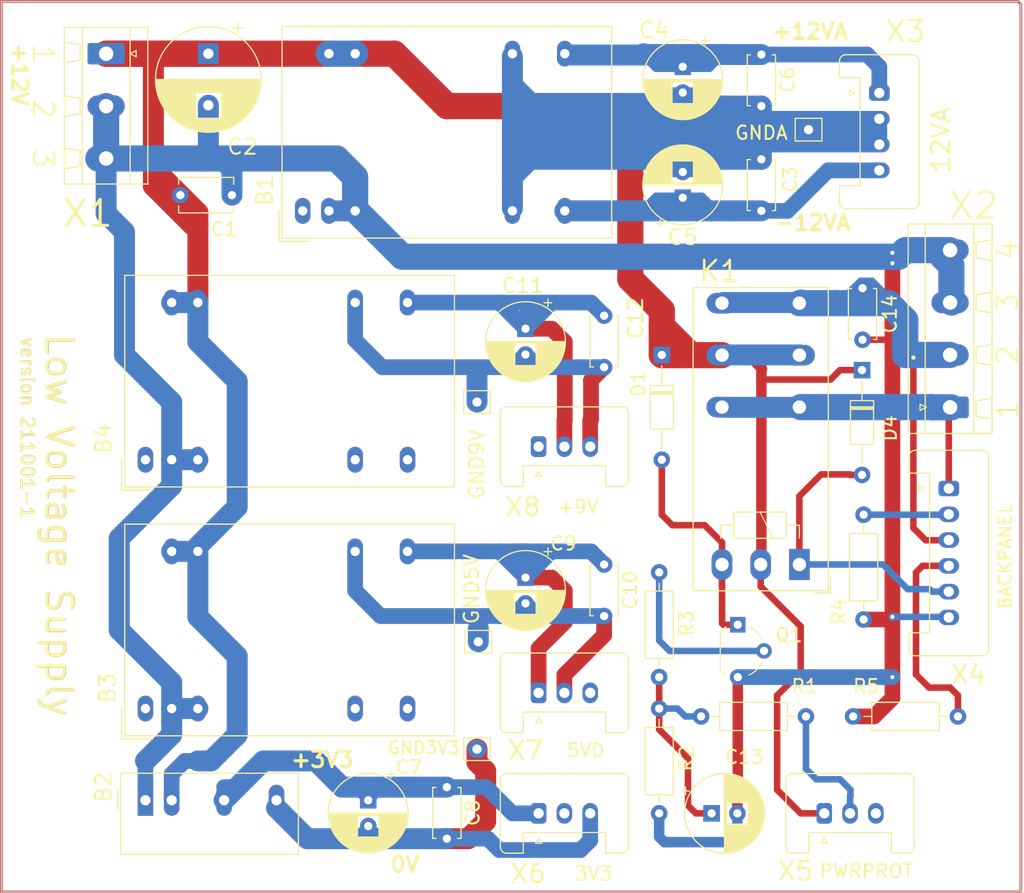
<source format=kicad_pcb>
(kicad_pcb (version 20171130) (host pcbnew "(5.1.4)-1")

  (general
    (thickness 1.6)
    (drawings 21)
    (tracks 369)
    (zones 0)
    (modules 43)
    (nets 1)
  )

  (page A4)
  (layers
    (0 F.Cu signal)
    (31 B.Cu signal)
    (32 B.Adhes user hide)
    (33 F.Adhes user hide)
    (34 B.Paste user hide)
    (35 F.Paste user hide)
    (36 B.SilkS user hide)
    (37 F.SilkS user)
    (38 B.Mask user hide)
    (39 F.Mask user hide)
    (40 Dwgs.User user hide)
    (41 Cmts.User user hide)
    (42 Eco1.User user hide)
    (43 Eco2.User user hide)
    (44 Edge.Cuts user)
    (45 Margin user)
    (46 B.CrtYd user hide)
    (47 F.CrtYd user)
    (48 B.Fab user hide)
    (49 F.Fab user hide)
  )

  (setup
    (last_trace_width 0.25)
    (user_trace_width 0.254)
    (user_trace_width 0.4572)
    (user_trace_width 0.635)
    (user_trace_width 1.016)
    (user_trace_width 1.524)
    (user_trace_width 2.032)
    (user_trace_width 2.54)
    (user_trace_width 3)
    (user_trace_width 3.81)
    (user_trace_width 5.08)
    (user_trace_width 7.62)
    (trace_clearance 0.2)
    (zone_clearance 0.508)
    (zone_45_only no)
    (trace_min 0.2032)
    (via_size 0.8)
    (via_drill 0.4)
    (via_min_size 0.4)
    (via_min_drill 0.3)
    (uvia_size 0.3)
    (uvia_drill 0.1)
    (uvias_allowed no)
    (uvia_min_size 0.2)
    (uvia_min_drill 0.1)
    (edge_width 0.05)
    (segment_width 0.2)
    (pcb_text_width 0.3)
    (pcb_text_size 1.5 1.5)
    (mod_edge_width 0.12)
    (mod_text_size 1 1)
    (mod_text_width 0.15)
    (pad_size 1.524 1.524)
    (pad_drill 0.762)
    (pad_to_mask_clearance 0.051)
    (solder_mask_min_width 0.25)
    (aux_axis_origin 0 0)
    (grid_origin 76.2 127)
    (visible_elements 7FFFFFFF)
    (pcbplotparams
      (layerselection 0x010fc_ffffffff)
      (usegerberextensions false)
      (usegerberattributes false)
      (usegerberadvancedattributes false)
      (creategerberjobfile false)
      (excludeedgelayer true)
      (linewidth 0.100000)
      (plotframeref false)
      (viasonmask false)
      (mode 1)
      (useauxorigin false)
      (hpglpennumber 1)
      (hpglpenspeed 20)
      (hpglpendiameter 15.000000)
      (psnegative false)
      (psa4output false)
      (plotreference true)
      (plotvalue true)
      (plotinvisibletext false)
      (padsonsilk false)
      (subtractmaskfromsilk false)
      (outputformat 1)
      (mirror false)
      (drillshape 1)
      (scaleselection 1)
      (outputdirectory ""))
  )

  (net 0 "")

  (net_class Default "This is the default net class."
    (clearance 0.2)
    (trace_width 0.25)
    (via_dia 0.8)
    (via_drill 0.4)
    (uvia_dia 0.3)
    (uvia_drill 0.1)
    (diff_pair_width 0.25)
    (diff_pair_gap 0.25)
  )

  (net_class 1 ""
    (clearance 0.2)
    (trace_width 0.5)
    (via_dia 0.8)
    (via_drill 0.4)
    (uvia_dia 0.3)
    (uvia_drill 0.1)
    (diff_pair_width 0.5)
    (diff_pair_gap 0.25)
  )

  (net_class power ""
    (clearance 0.2)
    (trace_width 1)
    (via_dia 0.8)
    (via_drill 0.4)
    (uvia_dia 0.3)
    (uvia_drill 0.1)
    (diff_pair_width 0.25)
    (diff_pair_gap 0.25)
  )

  (module MountingHole:MountingHole_3.2mm_M3 (layer F.Cu) (tedit 56D1B4CB) (tstamp 6160F534)
    (at 167.6908 40.5384)
    (descr "Mounting Hole 3.2mm, no annular, M3")
    (tags "mounting hole 3.2mm no annular m3")
    (attr virtual)
    (fp_text reference " " (at 0 -4.2) (layer F.SilkS)
      (effects (font (size 1 1) (thickness 0.15)))
    )
    (fp_text value MountingHole_3.2mm_M3 (at 0 4.2) (layer F.Fab)
      (effects (font (size 1 1) (thickness 0.15)))
    )
    (fp_text user %R (at 0.3 0) (layer F.Fab)
      (effects (font (size 1 1) (thickness 0.15)))
    )
    (fp_circle (center 0 0) (end 3.2 0) (layer Cmts.User) (width 0.15))
    (fp_circle (center 0 0) (end 3.45 0) (layer F.CrtYd) (width 0.05))
    (pad 1 np_thru_hole circle (at 0 0) (size 3.2 3.2) (drill 3.2) (layers *.Cu *.Mask))
  )

  (module MountingHole:MountingHole_3.2mm_M3 (layer F.Cu) (tedit 56D1B4CB) (tstamp 6160F526)
    (at 167.5892 115.8748)
    (descr "Mounting Hole 3.2mm, no annular, M3")
    (tags "mounting hole 3.2mm no annular m3")
    (attr virtual)
    (fp_text reference " " (at 0 -4.2) (layer F.SilkS)
      (effects (font (size 1 1) (thickness 0.15)))
    )
    (fp_text value MountingHole_3.2mm_M3 (at 0 4.2) (layer F.Fab)
      (effects (font (size 1 1) (thickness 0.15)))
    )
    (fp_circle (center 0 0) (end 3.45 0) (layer F.CrtYd) (width 0.05))
    (fp_circle (center 0 0) (end 3.2 0) (layer Cmts.User) (width 0.15))
    (fp_text user %R (at 0.3 0) (layer F.Fab)
      (effects (font (size 1 1) (thickness 0.15)))
    )
    (pad 1 np_thru_hole circle (at 0 0) (size 3.2 3.2) (drill 3.2) (layers *.Cu *.Mask))
  )

  (module MountingHole:MountingHole_3.2mm_M3 (layer F.Cu) (tedit 56D1B4CB) (tstamp 6160F518)
    (at 78.486 115.8748)
    (descr "Mounting Hole 3.2mm, no annular, M3")
    (tags "mounting hole 3.2mm no annular m3")
    (attr virtual)
    (fp_text reference " " (at 0 -4.2) (layer F.SilkS)
      (effects (font (size 1 1) (thickness 0.15)))
    )
    (fp_text value MountingHole_3.2mm_M3 (at 0 4.2) (layer F.Fab)
      (effects (font (size 1 1) (thickness 0.15)))
    )
    (fp_text user %R (at 0.3 0) (layer F.Fab)
      (effects (font (size 1 1) (thickness 0.15)))
    )
    (fp_circle (center 0 0) (end 3.2 0) (layer Cmts.User) (width 0.15))
    (fp_circle (center 0 0) (end 3.45 0) (layer F.CrtYd) (width 0.05))
    (pad 1 np_thru_hole circle (at 0 0) (size 3.2 3.2) (drill 3.2) (layers *.Cu *.Mask))
  )

  (module MountingHole:MountingHole_3.2mm_M3 (layer F.Cu) (tedit 56D1B4CB) (tstamp 6160F4CB)
    (at 78.3336 63.3476)
    (descr "Mounting Hole 3.2mm, no annular, M3")
    (tags "mounting hole 3.2mm no annular m3")
    (attr virtual)
    (fp_text reference " " (at 0 -4.2) (layer F.SilkS)
      (effects (font (size 1 1) (thickness 0.15)))
    )
    (fp_text value MountingHole_3.2mm_M3 (at 0 4.2) (layer F.Fab)
      (effects (font (size 1 1) (thickness 0.15)))
    )
    (fp_circle (center 0 0) (end 3.45 0) (layer F.CrtYd) (width 0.05))
    (fp_circle (center 0 0) (end 3.2 0) (layer Cmts.User) (width 0.15))
    (fp_text user %R (at 0.3 0) (layer F.Fab)
      (effects (font (size 1 1) (thickness 0.15)))
    )
    (pad 1 np_thru_hole circle (at 0 0) (size 3.2 3.2) (drill 3.2) (layers *.Cu *.Mask))
  )

  (module Connector_Pin:Pin_D0.9mm_L10.0mm_W2.4mm_FlatFork (layer F.Cu) (tedit 5A1DC084) (tstamp 615A0F32)
    (at 119.761 108.077)
    (descr "solder Pin_ with flat fork, hole diameter 0.9mm, length 10.0mm, width 2.4mm")
    (tags "solder Pin_ with flat fork")
    (fp_text reference GND3V3 (at -5.1562 -0.127) (layer F.SilkS)
      (effects (font (size 1.2 1.2) (thickness 0.2)))
    )
    (fp_text value Pin_D0.9mm_L10.0mm_W2.4mm_FlatFork (at 0 -2.05) (layer F.Fab)
      (effects (font (size 1 1) (thickness 0.15)))
    )
    (fp_text user %R (at 0 1.95) (layer F.Fab)
      (effects (font (size 1 1) (thickness 0.15)))
    )
    (fp_line (start -1.3 -1.1) (end -1.3 0.6) (layer F.SilkS) (width 0.12))
    (fp_line (start -1.3 0.6) (end -1.3 1.1) (layer F.SilkS) (width 0.12))
    (fp_line (start -1.3 1.1) (end 1.3 1.1) (layer F.SilkS) (width 0.12))
    (fp_line (start 1.3 1.1) (end 1.3 -1.1) (layer F.SilkS) (width 0.12))
    (fp_line (start 1.3 -1.1) (end -1.3 -1.1) (layer F.SilkS) (width 0.12))
    (fp_line (start -1.2 -0.25) (end -1.2 0.25) (layer F.Fab) (width 0.12))
    (fp_line (start -1.2 0.25) (end 1.2 0.25) (layer F.Fab) (width 0.12))
    (fp_line (start 1.2 0.25) (end 1.2 -0.25) (layer F.Fab) (width 0.12))
    (fp_line (start 1.2 -0.25) (end -1.2 -0.25) (layer F.Fab) (width 0.12))
    (fp_line (start -1.7 -1.4) (end 1.7 -1.4) (layer F.CrtYd) (width 0.05))
    (fp_line (start -1.7 -1.4) (end -1.7 1.4) (layer F.CrtYd) (width 0.05))
    (fp_line (start 1.7 1.4) (end 1.7 -1.4) (layer F.CrtYd) (width 0.05))
    (fp_line (start 1.7 1.4) (end -1.7 1.4) (layer F.CrtYd) (width 0.05))
    (pad 1 thru_hole circle (at 0 0) (size 1.8 1.8) (drill 0.9) (layers *.Cu *.Mask))
    (model ${KISYS3DMOD}/Connector_Pin.3dshapes/Pin_D0.9mm_L10.0mm_W2.4mm_FlatFork.wrl
      (at (xyz 0 0 0))
      (scale (xyz 1 1 1))
      (rotate (xyz 0 0 0))
    )
  )

  (module Connector_Pin:Pin_D0.9mm_L10.0mm_W2.4mm_FlatFork (layer F.Cu) (tedit 5A1DC084) (tstamp 615A0F0E)
    (at 151.892 48.006)
    (descr "solder Pin_ with flat fork, hole diameter 0.9mm, length 10.0mm, width 2.4mm")
    (tags "solder Pin_ with flat fork")
    (fp_text reference GNDA (at -4.572 0.3048) (layer F.SilkS)
      (effects (font (size 1.3 1.3) (thickness 0.2)))
    )
    (fp_text value Pin_D0.9mm_L10.0mm_W2.4mm_FlatFork (at 0 -2.05) (layer F.Fab)
      (effects (font (size 1 1) (thickness 0.15)))
    )
    (fp_line (start 1.7 1.4) (end -1.7 1.4) (layer F.CrtYd) (width 0.05))
    (fp_line (start 1.7 1.4) (end 1.7 -1.4) (layer F.CrtYd) (width 0.05))
    (fp_line (start -1.7 -1.4) (end -1.7 1.4) (layer F.CrtYd) (width 0.05))
    (fp_line (start -1.7 -1.4) (end 1.7 -1.4) (layer F.CrtYd) (width 0.05))
    (fp_line (start 1.2 -0.25) (end -1.2 -0.25) (layer F.Fab) (width 0.12))
    (fp_line (start 1.2 0.25) (end 1.2 -0.25) (layer F.Fab) (width 0.12))
    (fp_line (start -1.2 0.25) (end 1.2 0.25) (layer F.Fab) (width 0.12))
    (fp_line (start -1.2 -0.25) (end -1.2 0.25) (layer F.Fab) (width 0.12))
    (fp_line (start 1.3 -1.1) (end -1.3 -1.1) (layer F.SilkS) (width 0.12))
    (fp_line (start 1.3 1.1) (end 1.3 -1.1) (layer F.SilkS) (width 0.12))
    (fp_line (start -1.3 1.1) (end 1.3 1.1) (layer F.SilkS) (width 0.12))
    (fp_line (start -1.3 0.6) (end -1.3 1.1) (layer F.SilkS) (width 0.12))
    (fp_line (start -1.3 -1.1) (end -1.3 0.6) (layer F.SilkS) (width 0.12))
    (fp_text user %R (at 0 1.95) (layer F.Fab)
      (effects (font (size 1 1) (thickness 0.15)))
    )
    (pad 1 thru_hole circle (at 0 0) (size 1.8 1.8) (drill 0.9) (layers *.Cu *.Mask))
    (model ${KISYS3DMOD}/Connector_Pin.3dshapes/Pin_D0.9mm_L10.0mm_W2.4mm_FlatFork.wrl
      (at (xyz 0 0 0))
      (scale (xyz 1 1 1))
      (rotate (xyz 0 0 0))
    )
  )

  (module Connector_Pin:Pin_D0.9mm_L10.0mm_W2.4mm_FlatFork (layer F.Cu) (tedit 5A1DC084) (tstamp 615A0EEA)
    (at 119.888 97.663)
    (descr "solder Pin_ with flat fork, hole diameter 0.9mm, length 10.0mm, width 2.4mm")
    (tags "solder Pin_ with flat fork")
    (fp_text reference GND5V (at -0.6604 -5.1054 90) (layer F.SilkS)
      (effects (font (size 1.4 1.4) (thickness 0.2)))
    )
    (fp_text value Pin_D0.9mm_L10.0mm_W2.4mm_FlatFork (at 0 -2.05) (layer F.Fab)
      (effects (font (size 1 1) (thickness 0.15)))
    )
    (fp_text user %R (at 0 1.95) (layer F.Fab)
      (effects (font (size 1 1) (thickness 0.15)))
    )
    (fp_line (start -1.3 -1.1) (end -1.3 0.6) (layer F.SilkS) (width 0.12))
    (fp_line (start -1.3 0.6) (end -1.3 1.1) (layer F.SilkS) (width 0.12))
    (fp_line (start -1.3 1.1) (end 1.3 1.1) (layer F.SilkS) (width 0.12))
    (fp_line (start 1.3 1.1) (end 1.3 -1.1) (layer F.SilkS) (width 0.12))
    (fp_line (start 1.3 -1.1) (end -1.3 -1.1) (layer F.SilkS) (width 0.12))
    (fp_line (start -1.2 -0.25) (end -1.2 0.25) (layer F.Fab) (width 0.12))
    (fp_line (start -1.2 0.25) (end 1.2 0.25) (layer F.Fab) (width 0.12))
    (fp_line (start 1.2 0.25) (end 1.2 -0.25) (layer F.Fab) (width 0.12))
    (fp_line (start 1.2 -0.25) (end -1.2 -0.25) (layer F.Fab) (width 0.12))
    (fp_line (start -1.7 -1.4) (end 1.7 -1.4) (layer F.CrtYd) (width 0.05))
    (fp_line (start -1.7 -1.4) (end -1.7 1.4) (layer F.CrtYd) (width 0.05))
    (fp_line (start 1.7 1.4) (end 1.7 -1.4) (layer F.CrtYd) (width 0.05))
    (fp_line (start 1.7 1.4) (end -1.7 1.4) (layer F.CrtYd) (width 0.05))
    (pad 1 thru_hole circle (at 0 0) (size 1.8 1.8) (drill 0.9) (layers *.Cu *.Mask))
    (model ${KISYS3DMOD}/Connector_Pin.3dshapes/Pin_D0.9mm_L10.0mm_W2.4mm_FlatFork.wrl
      (at (xyz 0 0 0))
      (scale (xyz 1 1 1))
      (rotate (xyz 0 0 0))
    )
  )

  (module Connector_Pin:Pin_D0.9mm_L10.0mm_W2.4mm_FlatFork (layer F.Cu) (tedit 5A1DC084) (tstamp 615A0ED6)
    (at 119.761 74.422)
    (descr "solder Pin_ with flat fork, hole diameter 0.9mm, length 10.0mm, width 2.4mm")
    (tags "solder Pin_ with flat fork")
    (fp_text reference GND9V (at -0.0254 6.0452 90) (layer F.SilkS)
      (effects (font (size 1.4 1.4) (thickness 0.2)))
    )
    (fp_text value Pin_D0.9mm_L10.0mm_W2.4mm_FlatFork (at 0 -2.05) (layer F.Fab)
      (effects (font (size 1 1) (thickness 0.15)))
    )
    (fp_line (start 1.7 1.4) (end -1.7 1.4) (layer F.CrtYd) (width 0.05))
    (fp_line (start 1.7 1.4) (end 1.7 -1.4) (layer F.CrtYd) (width 0.05))
    (fp_line (start -1.7 -1.4) (end -1.7 1.4) (layer F.CrtYd) (width 0.05))
    (fp_line (start -1.7 -1.4) (end 1.7 -1.4) (layer F.CrtYd) (width 0.05))
    (fp_line (start 1.2 -0.25) (end -1.2 -0.25) (layer F.Fab) (width 0.12))
    (fp_line (start 1.2 0.25) (end 1.2 -0.25) (layer F.Fab) (width 0.12))
    (fp_line (start -1.2 0.25) (end 1.2 0.25) (layer F.Fab) (width 0.12))
    (fp_line (start -1.2 -0.25) (end -1.2 0.25) (layer F.Fab) (width 0.12))
    (fp_line (start 1.3 -1.1) (end -1.3 -1.1) (layer F.SilkS) (width 0.12))
    (fp_line (start 1.3 1.1) (end 1.3 -1.1) (layer F.SilkS) (width 0.12))
    (fp_line (start -1.3 1.1) (end 1.3 1.1) (layer F.SilkS) (width 0.12))
    (fp_line (start -1.3 0.6) (end -1.3 1.1) (layer F.SilkS) (width 0.12))
    (fp_line (start -1.3 -1.1) (end -1.3 0.6) (layer F.SilkS) (width 0.12))
    (fp_text user %R (at 0 1.95) (layer F.Fab)
      (effects (font (size 1 1) (thickness 0.15)))
    )
    (pad 1 thru_hole circle (at 0 0) (size 1.8 1.8) (drill 0.9) (layers *.Cu *.Mask))
    (model ${KISYS3DMOD}/Connector_Pin.3dshapes/Pin_D0.9mm_L10.0mm_W2.4mm_FlatFork.wrl
      (at (xyz 0 0 0))
      (scale (xyz 1 1 1))
      (rotate (xyz 0 0 0))
    )
  )

  (module Capacitor_THT:C_Disc_D5.1mm_W3.2mm_P5.00mm (layer F.Cu) (tedit 5AE50EF0) (tstamp 6159E944)
    (at 96.012 54.356 180)
    (descr "C, Disc series, Radial, pin pitch=5.00mm, , diameter*width=5.1*3.2mm^2, Capacitor, http://www.vishay.com/docs/45233/krseries.pdf")
    (tags "C Disc series Radial pin pitch 5.00mm  diameter 5.1mm width 3.2mm Capacitor")
    (fp_text reference C1 (at 0.762 -3.302) (layer F.SilkS)
      (effects (font (size 1.3 1.3) (thickness 0.2)))
    )
    (fp_text value " " (at 2.5 2.85) (layer F.Fab)
      (effects (font (size 1 1) (thickness 0.15)))
    )
    (fp_text user %R (at 2.5 0) (layer F.Fab)
      (effects (font (size 1 1) (thickness 0.15)))
    )
    (fp_line (start 6.05 -1.85) (end -1.05 -1.85) (layer F.CrtYd) (width 0.05))
    (fp_line (start 6.05 1.85) (end 6.05 -1.85) (layer F.CrtYd) (width 0.05))
    (fp_line (start -1.05 1.85) (end 6.05 1.85) (layer F.CrtYd) (width 0.05))
    (fp_line (start -1.05 -1.85) (end -1.05 1.85) (layer F.CrtYd) (width 0.05))
    (fp_line (start 5.17 1.055) (end 5.17 1.721) (layer F.SilkS) (width 0.12))
    (fp_line (start 5.17 -1.721) (end 5.17 -1.055) (layer F.SilkS) (width 0.12))
    (fp_line (start -0.17 1.055) (end -0.17 1.721) (layer F.SilkS) (width 0.12))
    (fp_line (start -0.17 -1.721) (end -0.17 -1.055) (layer F.SilkS) (width 0.12))
    (fp_line (start -0.17 1.721) (end 5.17 1.721) (layer F.SilkS) (width 0.12))
    (fp_line (start -0.17 -1.721) (end 5.17 -1.721) (layer F.SilkS) (width 0.12))
    (fp_line (start 5.05 -1.6) (end -0.05 -1.6) (layer F.Fab) (width 0.1))
    (fp_line (start 5.05 1.6) (end 5.05 -1.6) (layer F.Fab) (width 0.1))
    (fp_line (start -0.05 1.6) (end 5.05 1.6) (layer F.Fab) (width 0.1))
    (fp_line (start -0.05 -1.6) (end -0.05 1.6) (layer F.Fab) (width 0.1))
    (pad 2 thru_hole circle (at 5 0 180) (size 1.6 1.6) (drill 0.8) (layers *.Cu *.Mask))
    (pad 1 thru_hole circle (at 0 0 180) (size 1.6 1.6) (drill 0.8) (layers *.Cu *.Mask))
    (model ${KISYS3DMOD}/Capacitor_THT.3dshapes/C_Disc_D5.1mm_W3.2mm_P5.00mm.wrl
      (at (xyz 0 0 0))
      (scale (xyz 1 1 1))
      (rotate (xyz 0 0 0))
    )
  )

  (module Capacitor_THT:CP_Radial_D10.0mm_P5.00mm (layer F.Cu) (tedit 5AE50EF1) (tstamp 6159DE2D)
    (at 93.726 40.64 270)
    (descr "CP, Radial series, Radial, pin pitch=5.00mm, , diameter=10mm, Electrolytic Capacitor")
    (tags "CP Radial series Radial pin pitch 5.00mm  diameter 10mm Electrolytic Capacitor")
    (fp_text reference C2 (at 9.017 -3.302 180) (layer F.SilkS)
      (effects (font (size 1.5 1.5) (thickness 0.2)))
    )
    (fp_text value " " (at 2.5 6.25 90) (layer F.Fab) hide
      (effects (font (size 1 1) (thickness 0.15)))
    )
    (fp_text user %R (at 2.5 0 90) (layer F.Fab)
      (effects (font (size 1 1) (thickness 0.15)))
    )
    (fp_line (start -2.479646 -3.375) (end -2.479646 -2.375) (layer F.SilkS) (width 0.12))
    (fp_line (start -2.979646 -2.875) (end -1.979646 -2.875) (layer F.SilkS) (width 0.12))
    (fp_line (start 7.581 -0.599) (end 7.581 0.599) (layer F.SilkS) (width 0.12))
    (fp_line (start 7.541 -0.862) (end 7.541 0.862) (layer F.SilkS) (width 0.12))
    (fp_line (start 7.501 -1.062) (end 7.501 1.062) (layer F.SilkS) (width 0.12))
    (fp_line (start 7.461 -1.23) (end 7.461 1.23) (layer F.SilkS) (width 0.12))
    (fp_line (start 7.421 -1.378) (end 7.421 1.378) (layer F.SilkS) (width 0.12))
    (fp_line (start 7.381 -1.51) (end 7.381 1.51) (layer F.SilkS) (width 0.12))
    (fp_line (start 7.341 -1.63) (end 7.341 1.63) (layer F.SilkS) (width 0.12))
    (fp_line (start 7.301 -1.742) (end 7.301 1.742) (layer F.SilkS) (width 0.12))
    (fp_line (start 7.261 -1.846) (end 7.261 1.846) (layer F.SilkS) (width 0.12))
    (fp_line (start 7.221 -1.944) (end 7.221 1.944) (layer F.SilkS) (width 0.12))
    (fp_line (start 7.181 -2.037) (end 7.181 2.037) (layer F.SilkS) (width 0.12))
    (fp_line (start 7.141 -2.125) (end 7.141 2.125) (layer F.SilkS) (width 0.12))
    (fp_line (start 7.101 -2.209) (end 7.101 2.209) (layer F.SilkS) (width 0.12))
    (fp_line (start 7.061 -2.289) (end 7.061 2.289) (layer F.SilkS) (width 0.12))
    (fp_line (start 7.021 -2.365) (end 7.021 2.365) (layer F.SilkS) (width 0.12))
    (fp_line (start 6.981 -2.439) (end 6.981 2.439) (layer F.SilkS) (width 0.12))
    (fp_line (start 6.941 -2.51) (end 6.941 2.51) (layer F.SilkS) (width 0.12))
    (fp_line (start 6.901 -2.579) (end 6.901 2.579) (layer F.SilkS) (width 0.12))
    (fp_line (start 6.861 -2.645) (end 6.861 2.645) (layer F.SilkS) (width 0.12))
    (fp_line (start 6.821 -2.709) (end 6.821 2.709) (layer F.SilkS) (width 0.12))
    (fp_line (start 6.781 -2.77) (end 6.781 2.77) (layer F.SilkS) (width 0.12))
    (fp_line (start 6.741 -2.83) (end 6.741 2.83) (layer F.SilkS) (width 0.12))
    (fp_line (start 6.701 -2.889) (end 6.701 2.889) (layer F.SilkS) (width 0.12))
    (fp_line (start 6.661 -2.945) (end 6.661 2.945) (layer F.SilkS) (width 0.12))
    (fp_line (start 6.621 -3) (end 6.621 3) (layer F.SilkS) (width 0.12))
    (fp_line (start 6.581 -3.054) (end 6.581 3.054) (layer F.SilkS) (width 0.12))
    (fp_line (start 6.541 -3.106) (end 6.541 3.106) (layer F.SilkS) (width 0.12))
    (fp_line (start 6.501 -3.156) (end 6.501 3.156) (layer F.SilkS) (width 0.12))
    (fp_line (start 6.461 -3.206) (end 6.461 3.206) (layer F.SilkS) (width 0.12))
    (fp_line (start 6.421 -3.254) (end 6.421 3.254) (layer F.SilkS) (width 0.12))
    (fp_line (start 6.381 -3.301) (end 6.381 3.301) (layer F.SilkS) (width 0.12))
    (fp_line (start 6.341 -3.347) (end 6.341 3.347) (layer F.SilkS) (width 0.12))
    (fp_line (start 6.301 -3.392) (end 6.301 3.392) (layer F.SilkS) (width 0.12))
    (fp_line (start 6.261 -3.436) (end 6.261 3.436) (layer F.SilkS) (width 0.12))
    (fp_line (start 6.221 1.241) (end 6.221 3.478) (layer F.SilkS) (width 0.12))
    (fp_line (start 6.221 -3.478) (end 6.221 -1.241) (layer F.SilkS) (width 0.12))
    (fp_line (start 6.181 1.241) (end 6.181 3.52) (layer F.SilkS) (width 0.12))
    (fp_line (start 6.181 -3.52) (end 6.181 -1.241) (layer F.SilkS) (width 0.12))
    (fp_line (start 6.141 1.241) (end 6.141 3.561) (layer F.SilkS) (width 0.12))
    (fp_line (start 6.141 -3.561) (end 6.141 -1.241) (layer F.SilkS) (width 0.12))
    (fp_line (start 6.101 1.241) (end 6.101 3.601) (layer F.SilkS) (width 0.12))
    (fp_line (start 6.101 -3.601) (end 6.101 -1.241) (layer F.SilkS) (width 0.12))
    (fp_line (start 6.061 1.241) (end 6.061 3.64) (layer F.SilkS) (width 0.12))
    (fp_line (start 6.061 -3.64) (end 6.061 -1.241) (layer F.SilkS) (width 0.12))
    (fp_line (start 6.021 1.241) (end 6.021 3.679) (layer F.SilkS) (width 0.12))
    (fp_line (start 6.021 -3.679) (end 6.021 -1.241) (layer F.SilkS) (width 0.12))
    (fp_line (start 5.981 1.241) (end 5.981 3.716) (layer F.SilkS) (width 0.12))
    (fp_line (start 5.981 -3.716) (end 5.981 -1.241) (layer F.SilkS) (width 0.12))
    (fp_line (start 5.941 1.241) (end 5.941 3.753) (layer F.SilkS) (width 0.12))
    (fp_line (start 5.941 -3.753) (end 5.941 -1.241) (layer F.SilkS) (width 0.12))
    (fp_line (start 5.901 1.241) (end 5.901 3.789) (layer F.SilkS) (width 0.12))
    (fp_line (start 5.901 -3.789) (end 5.901 -1.241) (layer F.SilkS) (width 0.12))
    (fp_line (start 5.861 1.241) (end 5.861 3.824) (layer F.SilkS) (width 0.12))
    (fp_line (start 5.861 -3.824) (end 5.861 -1.241) (layer F.SilkS) (width 0.12))
    (fp_line (start 5.821 1.241) (end 5.821 3.858) (layer F.SilkS) (width 0.12))
    (fp_line (start 5.821 -3.858) (end 5.821 -1.241) (layer F.SilkS) (width 0.12))
    (fp_line (start 5.781 1.241) (end 5.781 3.892) (layer F.SilkS) (width 0.12))
    (fp_line (start 5.781 -3.892) (end 5.781 -1.241) (layer F.SilkS) (width 0.12))
    (fp_line (start 5.741 1.241) (end 5.741 3.925) (layer F.SilkS) (width 0.12))
    (fp_line (start 5.741 -3.925) (end 5.741 -1.241) (layer F.SilkS) (width 0.12))
    (fp_line (start 5.701 1.241) (end 5.701 3.957) (layer F.SilkS) (width 0.12))
    (fp_line (start 5.701 -3.957) (end 5.701 -1.241) (layer F.SilkS) (width 0.12))
    (fp_line (start 5.661 1.241) (end 5.661 3.989) (layer F.SilkS) (width 0.12))
    (fp_line (start 5.661 -3.989) (end 5.661 -1.241) (layer F.SilkS) (width 0.12))
    (fp_line (start 5.621 1.241) (end 5.621 4.02) (layer F.SilkS) (width 0.12))
    (fp_line (start 5.621 -4.02) (end 5.621 -1.241) (layer F.SilkS) (width 0.12))
    (fp_line (start 5.581 1.241) (end 5.581 4.05) (layer F.SilkS) (width 0.12))
    (fp_line (start 5.581 -4.05) (end 5.581 -1.241) (layer F.SilkS) (width 0.12))
    (fp_line (start 5.541 1.241) (end 5.541 4.08) (layer F.SilkS) (width 0.12))
    (fp_line (start 5.541 -4.08) (end 5.541 -1.241) (layer F.SilkS) (width 0.12))
    (fp_line (start 5.501 1.241) (end 5.501 4.11) (layer F.SilkS) (width 0.12))
    (fp_line (start 5.501 -4.11) (end 5.501 -1.241) (layer F.SilkS) (width 0.12))
    (fp_line (start 5.461 1.241) (end 5.461 4.138) (layer F.SilkS) (width 0.12))
    (fp_line (start 5.461 -4.138) (end 5.461 -1.241) (layer F.SilkS) (width 0.12))
    (fp_line (start 5.421 1.241) (end 5.421 4.166) (layer F.SilkS) (width 0.12))
    (fp_line (start 5.421 -4.166) (end 5.421 -1.241) (layer F.SilkS) (width 0.12))
    (fp_line (start 5.381 1.241) (end 5.381 4.194) (layer F.SilkS) (width 0.12))
    (fp_line (start 5.381 -4.194) (end 5.381 -1.241) (layer F.SilkS) (width 0.12))
    (fp_line (start 5.341 1.241) (end 5.341 4.221) (layer F.SilkS) (width 0.12))
    (fp_line (start 5.341 -4.221) (end 5.341 -1.241) (layer F.SilkS) (width 0.12))
    (fp_line (start 5.301 1.241) (end 5.301 4.247) (layer F.SilkS) (width 0.12))
    (fp_line (start 5.301 -4.247) (end 5.301 -1.241) (layer F.SilkS) (width 0.12))
    (fp_line (start 5.261 1.241) (end 5.261 4.273) (layer F.SilkS) (width 0.12))
    (fp_line (start 5.261 -4.273) (end 5.261 -1.241) (layer F.SilkS) (width 0.12))
    (fp_line (start 5.221 1.241) (end 5.221 4.298) (layer F.SilkS) (width 0.12))
    (fp_line (start 5.221 -4.298) (end 5.221 -1.241) (layer F.SilkS) (width 0.12))
    (fp_line (start 5.181 1.241) (end 5.181 4.323) (layer F.SilkS) (width 0.12))
    (fp_line (start 5.181 -4.323) (end 5.181 -1.241) (layer F.SilkS) (width 0.12))
    (fp_line (start 5.141 1.241) (end 5.141 4.347) (layer F.SilkS) (width 0.12))
    (fp_line (start 5.141 -4.347) (end 5.141 -1.241) (layer F.SilkS) (width 0.12))
    (fp_line (start 5.101 1.241) (end 5.101 4.371) (layer F.SilkS) (width 0.12))
    (fp_line (start 5.101 -4.371) (end 5.101 -1.241) (layer F.SilkS) (width 0.12))
    (fp_line (start 5.061 1.241) (end 5.061 4.395) (layer F.SilkS) (width 0.12))
    (fp_line (start 5.061 -4.395) (end 5.061 -1.241) (layer F.SilkS) (width 0.12))
    (fp_line (start 5.021 1.241) (end 5.021 4.417) (layer F.SilkS) (width 0.12))
    (fp_line (start 5.021 -4.417) (end 5.021 -1.241) (layer F.SilkS) (width 0.12))
    (fp_line (start 4.981 1.241) (end 4.981 4.44) (layer F.SilkS) (width 0.12))
    (fp_line (start 4.981 -4.44) (end 4.981 -1.241) (layer F.SilkS) (width 0.12))
    (fp_line (start 4.941 1.241) (end 4.941 4.462) (layer F.SilkS) (width 0.12))
    (fp_line (start 4.941 -4.462) (end 4.941 -1.241) (layer F.SilkS) (width 0.12))
    (fp_line (start 4.901 1.241) (end 4.901 4.483) (layer F.SilkS) (width 0.12))
    (fp_line (start 4.901 -4.483) (end 4.901 -1.241) (layer F.SilkS) (width 0.12))
    (fp_line (start 4.861 1.241) (end 4.861 4.504) (layer F.SilkS) (width 0.12))
    (fp_line (start 4.861 -4.504) (end 4.861 -1.241) (layer F.SilkS) (width 0.12))
    (fp_line (start 4.821 1.241) (end 4.821 4.525) (layer F.SilkS) (width 0.12))
    (fp_line (start 4.821 -4.525) (end 4.821 -1.241) (layer F.SilkS) (width 0.12))
    (fp_line (start 4.781 1.241) (end 4.781 4.545) (layer F.SilkS) (width 0.12))
    (fp_line (start 4.781 -4.545) (end 4.781 -1.241) (layer F.SilkS) (width 0.12))
    (fp_line (start 4.741 1.241) (end 4.741 4.564) (layer F.SilkS) (width 0.12))
    (fp_line (start 4.741 -4.564) (end 4.741 -1.241) (layer F.SilkS) (width 0.12))
    (fp_line (start 4.701 1.241) (end 4.701 4.584) (layer F.SilkS) (width 0.12))
    (fp_line (start 4.701 -4.584) (end 4.701 -1.241) (layer F.SilkS) (width 0.12))
    (fp_line (start 4.661 1.241) (end 4.661 4.603) (layer F.SilkS) (width 0.12))
    (fp_line (start 4.661 -4.603) (end 4.661 -1.241) (layer F.SilkS) (width 0.12))
    (fp_line (start 4.621 1.241) (end 4.621 4.621) (layer F.SilkS) (width 0.12))
    (fp_line (start 4.621 -4.621) (end 4.621 -1.241) (layer F.SilkS) (width 0.12))
    (fp_line (start 4.581 1.241) (end 4.581 4.639) (layer F.SilkS) (width 0.12))
    (fp_line (start 4.581 -4.639) (end 4.581 -1.241) (layer F.SilkS) (width 0.12))
    (fp_line (start 4.541 1.241) (end 4.541 4.657) (layer F.SilkS) (width 0.12))
    (fp_line (start 4.541 -4.657) (end 4.541 -1.241) (layer F.SilkS) (width 0.12))
    (fp_line (start 4.501 1.241) (end 4.501 4.674) (layer F.SilkS) (width 0.12))
    (fp_line (start 4.501 -4.674) (end 4.501 -1.241) (layer F.SilkS) (width 0.12))
    (fp_line (start 4.461 1.241) (end 4.461 4.69) (layer F.SilkS) (width 0.12))
    (fp_line (start 4.461 -4.69) (end 4.461 -1.241) (layer F.SilkS) (width 0.12))
    (fp_line (start 4.421 1.241) (end 4.421 4.707) (layer F.SilkS) (width 0.12))
    (fp_line (start 4.421 -4.707) (end 4.421 -1.241) (layer F.SilkS) (width 0.12))
    (fp_line (start 4.381 1.241) (end 4.381 4.723) (layer F.SilkS) (width 0.12))
    (fp_line (start 4.381 -4.723) (end 4.381 -1.241) (layer F.SilkS) (width 0.12))
    (fp_line (start 4.341 1.241) (end 4.341 4.738) (layer F.SilkS) (width 0.12))
    (fp_line (start 4.341 -4.738) (end 4.341 -1.241) (layer F.SilkS) (width 0.12))
    (fp_line (start 4.301 1.241) (end 4.301 4.754) (layer F.SilkS) (width 0.12))
    (fp_line (start 4.301 -4.754) (end 4.301 -1.241) (layer F.SilkS) (width 0.12))
    (fp_line (start 4.261 1.241) (end 4.261 4.768) (layer F.SilkS) (width 0.12))
    (fp_line (start 4.261 -4.768) (end 4.261 -1.241) (layer F.SilkS) (width 0.12))
    (fp_line (start 4.221 1.241) (end 4.221 4.783) (layer F.SilkS) (width 0.12))
    (fp_line (start 4.221 -4.783) (end 4.221 -1.241) (layer F.SilkS) (width 0.12))
    (fp_line (start 4.181 1.241) (end 4.181 4.797) (layer F.SilkS) (width 0.12))
    (fp_line (start 4.181 -4.797) (end 4.181 -1.241) (layer F.SilkS) (width 0.12))
    (fp_line (start 4.141 1.241) (end 4.141 4.811) (layer F.SilkS) (width 0.12))
    (fp_line (start 4.141 -4.811) (end 4.141 -1.241) (layer F.SilkS) (width 0.12))
    (fp_line (start 4.101 1.241) (end 4.101 4.824) (layer F.SilkS) (width 0.12))
    (fp_line (start 4.101 -4.824) (end 4.101 -1.241) (layer F.SilkS) (width 0.12))
    (fp_line (start 4.061 1.241) (end 4.061 4.837) (layer F.SilkS) (width 0.12))
    (fp_line (start 4.061 -4.837) (end 4.061 -1.241) (layer F.SilkS) (width 0.12))
    (fp_line (start 4.021 1.241) (end 4.021 4.85) (layer F.SilkS) (width 0.12))
    (fp_line (start 4.021 -4.85) (end 4.021 -1.241) (layer F.SilkS) (width 0.12))
    (fp_line (start 3.981 1.241) (end 3.981 4.862) (layer F.SilkS) (width 0.12))
    (fp_line (start 3.981 -4.862) (end 3.981 -1.241) (layer F.SilkS) (width 0.12))
    (fp_line (start 3.941 1.241) (end 3.941 4.874) (layer F.SilkS) (width 0.12))
    (fp_line (start 3.941 -4.874) (end 3.941 -1.241) (layer F.SilkS) (width 0.12))
    (fp_line (start 3.901 1.241) (end 3.901 4.885) (layer F.SilkS) (width 0.12))
    (fp_line (start 3.901 -4.885) (end 3.901 -1.241) (layer F.SilkS) (width 0.12))
    (fp_line (start 3.861 1.241) (end 3.861 4.897) (layer F.SilkS) (width 0.12))
    (fp_line (start 3.861 -4.897) (end 3.861 -1.241) (layer F.SilkS) (width 0.12))
    (fp_line (start 3.821 1.241) (end 3.821 4.907) (layer F.SilkS) (width 0.12))
    (fp_line (start 3.821 -4.907) (end 3.821 -1.241) (layer F.SilkS) (width 0.12))
    (fp_line (start 3.781 1.241) (end 3.781 4.918) (layer F.SilkS) (width 0.12))
    (fp_line (start 3.781 -4.918) (end 3.781 -1.241) (layer F.SilkS) (width 0.12))
    (fp_line (start 3.741 -4.928) (end 3.741 4.928) (layer F.SilkS) (width 0.12))
    (fp_line (start 3.701 -4.938) (end 3.701 4.938) (layer F.SilkS) (width 0.12))
    (fp_line (start 3.661 -4.947) (end 3.661 4.947) (layer F.SilkS) (width 0.12))
    (fp_line (start 3.621 -4.956) (end 3.621 4.956) (layer F.SilkS) (width 0.12))
    (fp_line (start 3.581 -4.965) (end 3.581 4.965) (layer F.SilkS) (width 0.12))
    (fp_line (start 3.541 -4.974) (end 3.541 4.974) (layer F.SilkS) (width 0.12))
    (fp_line (start 3.501 -4.982) (end 3.501 4.982) (layer F.SilkS) (width 0.12))
    (fp_line (start 3.461 -4.99) (end 3.461 4.99) (layer F.SilkS) (width 0.12))
    (fp_line (start 3.421 -4.997) (end 3.421 4.997) (layer F.SilkS) (width 0.12))
    (fp_line (start 3.381 -5.004) (end 3.381 5.004) (layer F.SilkS) (width 0.12))
    (fp_line (start 3.341 -5.011) (end 3.341 5.011) (layer F.SilkS) (width 0.12))
    (fp_line (start 3.301 -5.018) (end 3.301 5.018) (layer F.SilkS) (width 0.12))
    (fp_line (start 3.261 -5.024) (end 3.261 5.024) (layer F.SilkS) (width 0.12))
    (fp_line (start 3.221 -5.03) (end 3.221 5.03) (layer F.SilkS) (width 0.12))
    (fp_line (start 3.18 -5.035) (end 3.18 5.035) (layer F.SilkS) (width 0.12))
    (fp_line (start 3.14 -5.04) (end 3.14 5.04) (layer F.SilkS) (width 0.12))
    (fp_line (start 3.1 -5.045) (end 3.1 5.045) (layer F.SilkS) (width 0.12))
    (fp_line (start 3.06 -5.05) (end 3.06 5.05) (layer F.SilkS) (width 0.12))
    (fp_line (start 3.02 -5.054) (end 3.02 5.054) (layer F.SilkS) (width 0.12))
    (fp_line (start 2.98 -5.058) (end 2.98 5.058) (layer F.SilkS) (width 0.12))
    (fp_line (start 2.94 -5.062) (end 2.94 5.062) (layer F.SilkS) (width 0.12))
    (fp_line (start 2.9 -5.065) (end 2.9 5.065) (layer F.SilkS) (width 0.12))
    (fp_line (start 2.86 -5.068) (end 2.86 5.068) (layer F.SilkS) (width 0.12))
    (fp_line (start 2.82 -5.07) (end 2.82 5.07) (layer F.SilkS) (width 0.12))
    (fp_line (start 2.78 -5.073) (end 2.78 5.073) (layer F.SilkS) (width 0.12))
    (fp_line (start 2.74 -5.075) (end 2.74 5.075) (layer F.SilkS) (width 0.12))
    (fp_line (start 2.7 -5.077) (end 2.7 5.077) (layer F.SilkS) (width 0.12))
    (fp_line (start 2.66 -5.078) (end 2.66 5.078) (layer F.SilkS) (width 0.12))
    (fp_line (start 2.62 -5.079) (end 2.62 5.079) (layer F.SilkS) (width 0.12))
    (fp_line (start 2.58 -5.08) (end 2.58 5.08) (layer F.SilkS) (width 0.12))
    (fp_line (start 2.54 -5.08) (end 2.54 5.08) (layer F.SilkS) (width 0.12))
    (fp_line (start 2.5 -5.08) (end 2.5 5.08) (layer F.SilkS) (width 0.12))
    (fp_line (start -1.288861 -2.6875) (end -1.288861 -1.6875) (layer F.Fab) (width 0.1))
    (fp_line (start -1.788861 -2.1875) (end -0.788861 -2.1875) (layer F.Fab) (width 0.1))
    (fp_circle (center 2.5 0) (end 7.75 0) (layer F.CrtYd) (width 0.05))
    (fp_circle (center 2.5 0) (end 7.62 0) (layer F.SilkS) (width 0.12))
    (fp_circle (center 2.5 0) (end 7.5 0) (layer F.Fab) (width 0.1))
    (pad 2 thru_hole circle (at 5 0 270) (size 2 2) (drill 1) (layers *.Cu *.Mask))
    (pad 1 thru_hole rect (at 0 0 270) (size 2 2) (drill 1) (layers *.Cu *.Mask))
    (model ${KISYS3DMOD}/Capacitor_THT.3dshapes/CP_Radial_D10.0mm_P5.00mm.wrl
      (at (xyz 0 0 0))
      (scale (xyz 1 1 1))
      (rotate (xyz 0 0 0))
    )
  )

  (module Resistor_THT:R_Axial_DIN0207_L6.3mm_D2.5mm_P10.16mm_Horizontal (layer F.Cu) (tedit 5AE5139B) (tstamp 614C913D)
    (at 137.414 90.932 270)
    (descr "Resistor, Axial_DIN0207 series, Axial, Horizontal, pin pitch=10.16mm, 0.25W = 1/4W, length*diameter=6.3*2.5mm^2, http://cdn-reichelt.de/documents/datenblatt/B400/1_4W%23YAG.pdf")
    (tags "Resistor Axial_DIN0207 series Axial Horizontal pin pitch 10.16mm 0.25W = 1/4W length 6.3mm diameter 2.5mm")
    (fp_text reference R3 (at 4.953 -2.667 90) (layer F.SilkS)
      (effects (font (size 1.3 1.3) (thickness 0.2)))
    )
    (fp_text value " " (at 5.08 2.37 90) (layer F.Fab) hide
      (effects (font (size 1 1) (thickness 0.15)))
    )
    (fp_line (start 1.93 -1.25) (end 1.93 1.25) (layer F.Fab) (width 0.1))
    (fp_line (start 1.93 1.25) (end 8.23 1.25) (layer F.Fab) (width 0.1))
    (fp_line (start 8.23 1.25) (end 8.23 -1.25) (layer F.Fab) (width 0.1))
    (fp_line (start 8.23 -1.25) (end 1.93 -1.25) (layer F.Fab) (width 0.1))
    (fp_line (start 0 0) (end 1.93 0) (layer F.Fab) (width 0.1))
    (fp_line (start 10.16 0) (end 8.23 0) (layer F.Fab) (width 0.1))
    (fp_line (start 1.81 -1.37) (end 1.81 1.37) (layer F.SilkS) (width 0.12))
    (fp_line (start 1.81 1.37) (end 8.35 1.37) (layer F.SilkS) (width 0.12))
    (fp_line (start 8.35 1.37) (end 8.35 -1.37) (layer F.SilkS) (width 0.12))
    (fp_line (start 8.35 -1.37) (end 1.81 -1.37) (layer F.SilkS) (width 0.12))
    (fp_line (start 1.04 0) (end 1.81 0) (layer F.SilkS) (width 0.12))
    (fp_line (start 9.12 0) (end 8.35 0) (layer F.SilkS) (width 0.12))
    (fp_line (start -1.05 -1.5) (end -1.05 1.5) (layer F.CrtYd) (width 0.05))
    (fp_line (start -1.05 1.5) (end 11.21 1.5) (layer F.CrtYd) (width 0.05))
    (fp_line (start 11.21 1.5) (end 11.21 -1.5) (layer F.CrtYd) (width 0.05))
    (fp_line (start 11.21 -1.5) (end -1.05 -1.5) (layer F.CrtYd) (width 0.05))
    (fp_text user R3 (at 5.08 0 90) (layer F.Fab) hide
      (effects (font (size 1 1) (thickness 0.15)))
    )
    (pad 1 thru_hole circle (at 0 0 270) (size 1.6 1.6) (drill 0.8) (layers *.Cu *.Mask))
    (pad 2 thru_hole oval (at 10.16 0 270) (size 1.6 1.6) (drill 0.8) (layers *.Cu *.Mask))
    (model ${KISYS3DMOD}/Resistor_THT.3dshapes/R_Axial_DIN0207_L6.3mm_D2.5mm_P10.16mm_Horizontal.wrl
      (at (xyz 0 0 0))
      (scale (xyz 1 1 1))
      (rotate (xyz 0 0 0))
    )
  )

  (module Connector_Stocko:Stocko_MKS_1656-6-0-606_1x6_P2.50mm_Vertical (layer F.Cu) (tedit 5C7139E8) (tstamp 614CCD85)
    (at 165.481 82.804 270)
    (descr "Stocko MKS 16xx series connector, (https://www.stocko-contact.com/downloads/steckverbindersystem-raster-2,5-mm.pdf#page=15), generated with kicad-footprint-generator")
    (tags "Stocko RFK MKS 16xx")
    (fp_text reference X4 (at 18.034 -1.905 180) (layer F.SilkS)
      (effects (font (size 1.762 1.762) (thickness 0.2262)))
    )
    (fp_text value BACKPANEL (at 6.604 -5.461 90) (layer F.SilkS)
      (effects (font (size 1.2 1.2) (thickness 0.2)))
    )
    (fp_text user %R (at 6.25 -2 90) (layer F.Fab) hide
      (effects (font (size 1 1) (thickness 0.15)))
    )
    (fp_line (start 16.6 -4.25) (end -4.1 -4.25) (layer F.CrtYd) (width 0.05))
    (fp_line (start 16.6 4.25) (end 16.6 -4.25) (layer F.CrtYd) (width 0.05))
    (fp_line (start -4.1 4.25) (end 16.6 4.25) (layer F.CrtYd) (width 0.05))
    (fp_line (start -4.1 -4.25) (end -4.1 4.25) (layer F.CrtYd) (width 0.05))
    (fp_line (start 0 1.25) (end 0.5 1.75) (layer F.Fab) (width 0.1))
    (fp_line (start -0.5 1.75) (end 0 1.25) (layer F.Fab) (width 0.1))
    (fp_line (start 0.5 1.75) (end 14.1 1.75) (layer F.Fab) (width 0.1))
    (fp_line (start -1.6 1.75) (end -0.5 1.75) (layer F.Fab) (width 0.1))
    (fp_line (start 14.1 3.75) (end 14.1 1.75) (layer F.Fab) (width 0.1))
    (fp_line (start 15.6 3.75) (end 14.1 3.75) (layer F.Fab) (width 0.1))
    (fp_line (start -1.6 3.75) (end -1.6 1.75) (layer F.Fab) (width 0.1))
    (fp_line (start -3.1 3.75) (end -1.6 3.75) (layer F.Fab) (width 0.1))
    (fp_line (start 16.1 -3.25) (end 16.1 3.25) (layer F.Fab) (width 0.1))
    (fp_line (start -3.6 -3.25) (end -3.6 3.25) (layer F.Fab) (width 0.1))
    (fp_line (start -3.1 -3.75) (end 15.6 -3.75) (layer F.Fab) (width 0.1))
    (fp_line (start -0.3 2.9) (end 0.3 2.9) (layer F.SilkS) (width 0.12))
    (fp_line (start 0 2.4) (end -0.3 2.9) (layer F.SilkS) (width 0.12))
    (fp_line (start 0.3 2.9) (end 0 2.4) (layer F.SilkS) (width 0.12))
    (fp_line (start -1.49 1.86) (end 13.99 1.86) (layer F.SilkS) (width 0.12))
    (fp_line (start 13.99 3.86) (end 13.99 1.86) (layer F.SilkS) (width 0.12))
    (fp_line (start 15.6 3.86) (end 13.99 3.86) (layer F.SilkS) (width 0.12))
    (fp_line (start -1.49 3.86) (end -1.49 1.86) (layer F.SilkS) (width 0.12))
    (fp_line (start -3.1 3.86) (end -1.49 3.86) (layer F.SilkS) (width 0.12))
    (fp_line (start 16.21 -3.25) (end 16.21 3.25) (layer F.SilkS) (width 0.12))
    (fp_line (start -3.71 -3.25) (end -3.71 3.25) (layer F.SilkS) (width 0.12))
    (fp_line (start -3.1 -3.86) (end 15.6 -3.86) (layer F.SilkS) (width 0.12))
    (fp_arc (start 15.6 3.25) (end 16.1 3.25) (angle 90) (layer F.Fab) (width 0.1))
    (fp_arc (start -3.1 3.25) (end -3.1 3.75) (angle 90) (layer F.Fab) (width 0.1))
    (fp_arc (start 15.6 -3.25) (end 15.6 -3.75) (angle 90) (layer F.Fab) (width 0.1))
    (fp_arc (start -3.1 -3.25) (end -3.6 -3.25) (angle 90) (layer F.Fab) (width 0.1))
    (fp_arc (start 15.6 3.25) (end 16.21 3.25) (angle 90) (layer F.SilkS) (width 0.12))
    (fp_arc (start -3.1 3.25) (end -3.1 3.86) (angle 90) (layer F.SilkS) (width 0.12))
    (fp_arc (start 15.6 -3.25) (end 15.6 -3.86) (angle 90) (layer F.SilkS) (width 0.12))
    (fp_arc (start -3.1 -3.25) (end -3.71 -3.25) (angle 90) (layer F.SilkS) (width 0.12))
    (pad 6 thru_hole oval (at 12.5 0 270) (size 1.5 2) (drill 1) (layers *.Cu *.Mask))
    (pad 5 thru_hole oval (at 10 0 270) (size 1.5 2) (drill 1) (layers *.Cu *.Mask))
    (pad 4 thru_hole oval (at 7.5 0 270) (size 1.5 2) (drill 1) (layers *.Cu *.Mask))
    (pad 3 thru_hole oval (at 5 0 270) (size 1.5 2) (drill 1) (layers *.Cu *.Mask))
    (pad 2 thru_hole oval (at 2.5 0 270) (size 1.5 2) (drill 1) (layers *.Cu *.Mask))
    (pad 1 thru_hole roundrect (at 0 0 270) (size 1.5 2) (drill 1) (layers *.Cu *.Mask) (roundrect_rratio 0.25))
    (model ${KISYS3DMOD}/Connector_Stocko.3dshapes/Stocko_MKS_1656-6-0-606_1x6_P2.50mm_Vertical.wrl
      (at (xyz 0 0 0))
      (scale (xyz 1 1 1))
      (rotate (xyz 0 0 0))
    )
  )

  (module Capacitor_THT:CP_Radial_D7.5mm_P2.50mm (layer F.Cu) (tedit 5AE50EF0) (tstamp 614C9CF9)
    (at 142.494 114.3)
    (descr "CP, Radial series, Radial, pin pitch=2.50mm, , diameter=7.5mm, Electrolytic Capacitor")
    (tags "CP Radial series Radial pin pitch 2.50mm  diameter 7.5mm Electrolytic Capacitor")
    (fp_text reference C13 (at 3.175 -5.461) (layer F.SilkS)
      (effects (font (size 1.3 1.3) (thickness 0.2)))
    )
    (fp_text value "" (at 1.25 5) (layer F.Fab) hide
      (effects (font (size 1 1) (thickness 0.15)))
    )
    (fp_text user %R (at 1.25 0) (layer F.Fab) hide
      (effects (font (size 1 1) (thickness 0.15)))
    )
    (fp_line (start -2.517211 -2.55) (end -2.517211 -1.8) (layer F.SilkS) (width 0.12))
    (fp_line (start -2.892211 -2.175) (end -2.142211 -2.175) (layer F.SilkS) (width 0.12))
    (fp_line (start 5.091 -0.441) (end 5.091 0.441) (layer F.SilkS) (width 0.12))
    (fp_line (start 5.051 -0.693) (end 5.051 0.693) (layer F.SilkS) (width 0.12))
    (fp_line (start 5.011 -0.877) (end 5.011 0.877) (layer F.SilkS) (width 0.12))
    (fp_line (start 4.971 -1.028) (end 4.971 1.028) (layer F.SilkS) (width 0.12))
    (fp_line (start 4.931 -1.158) (end 4.931 1.158) (layer F.SilkS) (width 0.12))
    (fp_line (start 4.891 -1.275) (end 4.891 1.275) (layer F.SilkS) (width 0.12))
    (fp_line (start 4.851 -1.381) (end 4.851 1.381) (layer F.SilkS) (width 0.12))
    (fp_line (start 4.811 -1.478) (end 4.811 1.478) (layer F.SilkS) (width 0.12))
    (fp_line (start 4.771 -1.569) (end 4.771 1.569) (layer F.SilkS) (width 0.12))
    (fp_line (start 4.731 -1.654) (end 4.731 1.654) (layer F.SilkS) (width 0.12))
    (fp_line (start 4.691 -1.733) (end 4.691 1.733) (layer F.SilkS) (width 0.12))
    (fp_line (start 4.651 -1.809) (end 4.651 1.809) (layer F.SilkS) (width 0.12))
    (fp_line (start 4.611 -1.881) (end 4.611 1.881) (layer F.SilkS) (width 0.12))
    (fp_line (start 4.571 -1.949) (end 4.571 1.949) (layer F.SilkS) (width 0.12))
    (fp_line (start 4.531 -2.014) (end 4.531 2.014) (layer F.SilkS) (width 0.12))
    (fp_line (start 4.491 -2.077) (end 4.491 2.077) (layer F.SilkS) (width 0.12))
    (fp_line (start 4.451 -2.137) (end 4.451 2.137) (layer F.SilkS) (width 0.12))
    (fp_line (start 4.411 -2.195) (end 4.411 2.195) (layer F.SilkS) (width 0.12))
    (fp_line (start 4.371 -2.25) (end 4.371 2.25) (layer F.SilkS) (width 0.12))
    (fp_line (start 4.331 -2.304) (end 4.331 2.304) (layer F.SilkS) (width 0.12))
    (fp_line (start 4.291 -2.355) (end 4.291 2.355) (layer F.SilkS) (width 0.12))
    (fp_line (start 4.251 -2.405) (end 4.251 2.405) (layer F.SilkS) (width 0.12))
    (fp_line (start 4.211 -2.454) (end 4.211 2.454) (layer F.SilkS) (width 0.12))
    (fp_line (start 4.171 -2.5) (end 4.171 2.5) (layer F.SilkS) (width 0.12))
    (fp_line (start 4.131 -2.546) (end 4.131 2.546) (layer F.SilkS) (width 0.12))
    (fp_line (start 4.091 -2.589) (end 4.091 2.589) (layer F.SilkS) (width 0.12))
    (fp_line (start 4.051 -2.632) (end 4.051 2.632) (layer F.SilkS) (width 0.12))
    (fp_line (start 4.011 -2.673) (end 4.011 2.673) (layer F.SilkS) (width 0.12))
    (fp_line (start 3.971 -2.713) (end 3.971 2.713) (layer F.SilkS) (width 0.12))
    (fp_line (start 3.931 -2.752) (end 3.931 2.752) (layer F.SilkS) (width 0.12))
    (fp_line (start 3.891 -2.79) (end 3.891 2.79) (layer F.SilkS) (width 0.12))
    (fp_line (start 3.851 -2.827) (end 3.851 2.827) (layer F.SilkS) (width 0.12))
    (fp_line (start 3.811 -2.863) (end 3.811 2.863) (layer F.SilkS) (width 0.12))
    (fp_line (start 3.771 -2.898) (end 3.771 2.898) (layer F.SilkS) (width 0.12))
    (fp_line (start 3.731 -2.931) (end 3.731 2.931) (layer F.SilkS) (width 0.12))
    (fp_line (start 3.691 -2.964) (end 3.691 2.964) (layer F.SilkS) (width 0.12))
    (fp_line (start 3.651 -2.996) (end 3.651 2.996) (layer F.SilkS) (width 0.12))
    (fp_line (start 3.611 -3.028) (end 3.611 3.028) (layer F.SilkS) (width 0.12))
    (fp_line (start 3.571 -3.058) (end 3.571 3.058) (layer F.SilkS) (width 0.12))
    (fp_line (start 3.531 1.04) (end 3.531 3.088) (layer F.SilkS) (width 0.12))
    (fp_line (start 3.531 -3.088) (end 3.531 -1.04) (layer F.SilkS) (width 0.12))
    (fp_line (start 3.491 1.04) (end 3.491 3.116) (layer F.SilkS) (width 0.12))
    (fp_line (start 3.491 -3.116) (end 3.491 -1.04) (layer F.SilkS) (width 0.12))
    (fp_line (start 3.451 1.04) (end 3.451 3.144) (layer F.SilkS) (width 0.12))
    (fp_line (start 3.451 -3.144) (end 3.451 -1.04) (layer F.SilkS) (width 0.12))
    (fp_line (start 3.411 1.04) (end 3.411 3.172) (layer F.SilkS) (width 0.12))
    (fp_line (start 3.411 -3.172) (end 3.411 -1.04) (layer F.SilkS) (width 0.12))
    (fp_line (start 3.371 1.04) (end 3.371 3.198) (layer F.SilkS) (width 0.12))
    (fp_line (start 3.371 -3.198) (end 3.371 -1.04) (layer F.SilkS) (width 0.12))
    (fp_line (start 3.331 1.04) (end 3.331 3.224) (layer F.SilkS) (width 0.12))
    (fp_line (start 3.331 -3.224) (end 3.331 -1.04) (layer F.SilkS) (width 0.12))
    (fp_line (start 3.291 1.04) (end 3.291 3.249) (layer F.SilkS) (width 0.12))
    (fp_line (start 3.291 -3.249) (end 3.291 -1.04) (layer F.SilkS) (width 0.12))
    (fp_line (start 3.251 1.04) (end 3.251 3.274) (layer F.SilkS) (width 0.12))
    (fp_line (start 3.251 -3.274) (end 3.251 -1.04) (layer F.SilkS) (width 0.12))
    (fp_line (start 3.211 1.04) (end 3.211 3.297) (layer F.SilkS) (width 0.12))
    (fp_line (start 3.211 -3.297) (end 3.211 -1.04) (layer F.SilkS) (width 0.12))
    (fp_line (start 3.171 1.04) (end 3.171 3.321) (layer F.SilkS) (width 0.12))
    (fp_line (start 3.171 -3.321) (end 3.171 -1.04) (layer F.SilkS) (width 0.12))
    (fp_line (start 3.131 1.04) (end 3.131 3.343) (layer F.SilkS) (width 0.12))
    (fp_line (start 3.131 -3.343) (end 3.131 -1.04) (layer F.SilkS) (width 0.12))
    (fp_line (start 3.091 1.04) (end 3.091 3.365) (layer F.SilkS) (width 0.12))
    (fp_line (start 3.091 -3.365) (end 3.091 -1.04) (layer F.SilkS) (width 0.12))
    (fp_line (start 3.051 1.04) (end 3.051 3.386) (layer F.SilkS) (width 0.12))
    (fp_line (start 3.051 -3.386) (end 3.051 -1.04) (layer F.SilkS) (width 0.12))
    (fp_line (start 3.011 1.04) (end 3.011 3.407) (layer F.SilkS) (width 0.12))
    (fp_line (start 3.011 -3.407) (end 3.011 -1.04) (layer F.SilkS) (width 0.12))
    (fp_line (start 2.971 1.04) (end 2.971 3.427) (layer F.SilkS) (width 0.12))
    (fp_line (start 2.971 -3.427) (end 2.971 -1.04) (layer F.SilkS) (width 0.12))
    (fp_line (start 2.931 1.04) (end 2.931 3.447) (layer F.SilkS) (width 0.12))
    (fp_line (start 2.931 -3.447) (end 2.931 -1.04) (layer F.SilkS) (width 0.12))
    (fp_line (start 2.891 1.04) (end 2.891 3.466) (layer F.SilkS) (width 0.12))
    (fp_line (start 2.891 -3.466) (end 2.891 -1.04) (layer F.SilkS) (width 0.12))
    (fp_line (start 2.851 1.04) (end 2.851 3.484) (layer F.SilkS) (width 0.12))
    (fp_line (start 2.851 -3.484) (end 2.851 -1.04) (layer F.SilkS) (width 0.12))
    (fp_line (start 2.811 1.04) (end 2.811 3.502) (layer F.SilkS) (width 0.12))
    (fp_line (start 2.811 -3.502) (end 2.811 -1.04) (layer F.SilkS) (width 0.12))
    (fp_line (start 2.771 1.04) (end 2.771 3.52) (layer F.SilkS) (width 0.12))
    (fp_line (start 2.771 -3.52) (end 2.771 -1.04) (layer F.SilkS) (width 0.12))
    (fp_line (start 2.731 1.04) (end 2.731 3.536) (layer F.SilkS) (width 0.12))
    (fp_line (start 2.731 -3.536) (end 2.731 -1.04) (layer F.SilkS) (width 0.12))
    (fp_line (start 2.691 1.04) (end 2.691 3.553) (layer F.SilkS) (width 0.12))
    (fp_line (start 2.691 -3.553) (end 2.691 -1.04) (layer F.SilkS) (width 0.12))
    (fp_line (start 2.651 1.04) (end 2.651 3.568) (layer F.SilkS) (width 0.12))
    (fp_line (start 2.651 -3.568) (end 2.651 -1.04) (layer F.SilkS) (width 0.12))
    (fp_line (start 2.611 1.04) (end 2.611 3.584) (layer F.SilkS) (width 0.12))
    (fp_line (start 2.611 -3.584) (end 2.611 -1.04) (layer F.SilkS) (width 0.12))
    (fp_line (start 2.571 1.04) (end 2.571 3.598) (layer F.SilkS) (width 0.12))
    (fp_line (start 2.571 -3.598) (end 2.571 -1.04) (layer F.SilkS) (width 0.12))
    (fp_line (start 2.531 1.04) (end 2.531 3.613) (layer F.SilkS) (width 0.12))
    (fp_line (start 2.531 -3.613) (end 2.531 -1.04) (layer F.SilkS) (width 0.12))
    (fp_line (start 2.491 1.04) (end 2.491 3.626) (layer F.SilkS) (width 0.12))
    (fp_line (start 2.491 -3.626) (end 2.491 -1.04) (layer F.SilkS) (width 0.12))
    (fp_line (start 2.451 1.04) (end 2.451 3.64) (layer F.SilkS) (width 0.12))
    (fp_line (start 2.451 -3.64) (end 2.451 -1.04) (layer F.SilkS) (width 0.12))
    (fp_line (start 2.411 1.04) (end 2.411 3.653) (layer F.SilkS) (width 0.12))
    (fp_line (start 2.411 -3.653) (end 2.411 -1.04) (layer F.SilkS) (width 0.12))
    (fp_line (start 2.371 1.04) (end 2.371 3.665) (layer F.SilkS) (width 0.12))
    (fp_line (start 2.371 -3.665) (end 2.371 -1.04) (layer F.SilkS) (width 0.12))
    (fp_line (start 2.331 1.04) (end 2.331 3.677) (layer F.SilkS) (width 0.12))
    (fp_line (start 2.331 -3.677) (end 2.331 -1.04) (layer F.SilkS) (width 0.12))
    (fp_line (start 2.291 1.04) (end 2.291 3.688) (layer F.SilkS) (width 0.12))
    (fp_line (start 2.291 -3.688) (end 2.291 -1.04) (layer F.SilkS) (width 0.12))
    (fp_line (start 2.251 1.04) (end 2.251 3.699) (layer F.SilkS) (width 0.12))
    (fp_line (start 2.251 -3.699) (end 2.251 -1.04) (layer F.SilkS) (width 0.12))
    (fp_line (start 2.211 1.04) (end 2.211 3.71) (layer F.SilkS) (width 0.12))
    (fp_line (start 2.211 -3.71) (end 2.211 -1.04) (layer F.SilkS) (width 0.12))
    (fp_line (start 2.171 1.04) (end 2.171 3.72) (layer F.SilkS) (width 0.12))
    (fp_line (start 2.171 -3.72) (end 2.171 -1.04) (layer F.SilkS) (width 0.12))
    (fp_line (start 2.131 1.04) (end 2.131 3.729) (layer F.SilkS) (width 0.12))
    (fp_line (start 2.131 -3.729) (end 2.131 -1.04) (layer F.SilkS) (width 0.12))
    (fp_line (start 2.091 1.04) (end 2.091 3.738) (layer F.SilkS) (width 0.12))
    (fp_line (start 2.091 -3.738) (end 2.091 -1.04) (layer F.SilkS) (width 0.12))
    (fp_line (start 2.051 1.04) (end 2.051 3.747) (layer F.SilkS) (width 0.12))
    (fp_line (start 2.051 -3.747) (end 2.051 -1.04) (layer F.SilkS) (width 0.12))
    (fp_line (start 2.011 1.04) (end 2.011 3.755) (layer F.SilkS) (width 0.12))
    (fp_line (start 2.011 -3.755) (end 2.011 -1.04) (layer F.SilkS) (width 0.12))
    (fp_line (start 1.971 1.04) (end 1.971 3.763) (layer F.SilkS) (width 0.12))
    (fp_line (start 1.971 -3.763) (end 1.971 -1.04) (layer F.SilkS) (width 0.12))
    (fp_line (start 1.93 1.04) (end 1.93 3.77) (layer F.SilkS) (width 0.12))
    (fp_line (start 1.93 -3.77) (end 1.93 -1.04) (layer F.SilkS) (width 0.12))
    (fp_line (start 1.89 1.04) (end 1.89 3.777) (layer F.SilkS) (width 0.12))
    (fp_line (start 1.89 -3.777) (end 1.89 -1.04) (layer F.SilkS) (width 0.12))
    (fp_line (start 1.85 1.04) (end 1.85 3.784) (layer F.SilkS) (width 0.12))
    (fp_line (start 1.85 -3.784) (end 1.85 -1.04) (layer F.SilkS) (width 0.12))
    (fp_line (start 1.81 1.04) (end 1.81 3.79) (layer F.SilkS) (width 0.12))
    (fp_line (start 1.81 -3.79) (end 1.81 -1.04) (layer F.SilkS) (width 0.12))
    (fp_line (start 1.77 1.04) (end 1.77 3.795) (layer F.SilkS) (width 0.12))
    (fp_line (start 1.77 -3.795) (end 1.77 -1.04) (layer F.SilkS) (width 0.12))
    (fp_line (start 1.73 1.04) (end 1.73 3.801) (layer F.SilkS) (width 0.12))
    (fp_line (start 1.73 -3.801) (end 1.73 -1.04) (layer F.SilkS) (width 0.12))
    (fp_line (start 1.69 1.04) (end 1.69 3.805) (layer F.SilkS) (width 0.12))
    (fp_line (start 1.69 -3.805) (end 1.69 -1.04) (layer F.SilkS) (width 0.12))
    (fp_line (start 1.65 1.04) (end 1.65 3.81) (layer F.SilkS) (width 0.12))
    (fp_line (start 1.65 -3.81) (end 1.65 -1.04) (layer F.SilkS) (width 0.12))
    (fp_line (start 1.61 1.04) (end 1.61 3.814) (layer F.SilkS) (width 0.12))
    (fp_line (start 1.61 -3.814) (end 1.61 -1.04) (layer F.SilkS) (width 0.12))
    (fp_line (start 1.57 1.04) (end 1.57 3.817) (layer F.SilkS) (width 0.12))
    (fp_line (start 1.57 -3.817) (end 1.57 -1.04) (layer F.SilkS) (width 0.12))
    (fp_line (start 1.53 1.04) (end 1.53 3.82) (layer F.SilkS) (width 0.12))
    (fp_line (start 1.53 -3.82) (end 1.53 -1.04) (layer F.SilkS) (width 0.12))
    (fp_line (start 1.49 1.04) (end 1.49 3.823) (layer F.SilkS) (width 0.12))
    (fp_line (start 1.49 -3.823) (end 1.49 -1.04) (layer F.SilkS) (width 0.12))
    (fp_line (start 1.45 -3.825) (end 1.45 3.825) (layer F.SilkS) (width 0.12))
    (fp_line (start 1.41 -3.827) (end 1.41 3.827) (layer F.SilkS) (width 0.12))
    (fp_line (start 1.37 -3.829) (end 1.37 3.829) (layer F.SilkS) (width 0.12))
    (fp_line (start 1.33 -3.83) (end 1.33 3.83) (layer F.SilkS) (width 0.12))
    (fp_line (start 1.29 -3.83) (end 1.29 3.83) (layer F.SilkS) (width 0.12))
    (fp_line (start 1.25 -3.83) (end 1.25 3.83) (layer F.SilkS) (width 0.12))
    (fp_line (start -1.586233 -2.0125) (end -1.586233 -1.2625) (layer F.Fab) (width 0.1))
    (fp_line (start -1.961233 -1.6375) (end -1.211233 -1.6375) (layer F.Fab) (width 0.1))
    (fp_circle (center 1.25 0) (end 5.25 0) (layer F.CrtYd) (width 0.05))
    (fp_circle (center 1.25 0) (end 5.12 0) (layer F.SilkS) (width 0.12))
    (fp_circle (center 1.25 0) (end 5 0) (layer F.Fab) (width 0.1))
    (pad 2 thru_hole circle (at 2.5 0) (size 1.6 1.6) (drill 0.8) (layers *.Cu *.Mask))
    (pad 1 thru_hole rect (at 0 0) (size 1.6 1.6) (drill 0.8) (layers *.Cu *.Mask))
    (model ${KISYS3DMOD}/Capacitor_THT.3dshapes/CP_Radial_D7.5mm_P2.50mm.wrl
      (at (xyz 0 0 0))
      (scale (xyz 1 1 1))
      (rotate (xyz 0 0 0))
    )
  )

  (module Capacitor_THT:C_Disc_D4.7mm_W2.5mm_P5.00mm (layer F.Cu) (tedit 5AE50EF0) (tstamp 614B9AF8)
    (at 116.84 111.76 270)
    (descr "C, Disc series, Radial, pin pitch=5.00mm, , diameter*width=4.7*2.5mm^2, Capacitor, http://www.vishay.com/docs/45233/krseries.pdf")
    (tags "C Disc series Radial pin pitch 5.00mm  diameter 4.7mm width 2.5mm Capacitor")
    (fp_text reference C8 (at 2.5 -2.5 90) (layer F.SilkS)
      (effects (font (size 1.3 1.3) (thickness 0.2)))
    )
    (fp_text value " " (at 2.5 2.5 90) (layer F.Fab) hide
      (effects (font (size 1 1) (thickness 0.15)))
    )
    (fp_line (start 0.15 -1.25) (end 0.15 1.25) (layer F.Fab) (width 0.1))
    (fp_line (start 0.15 1.25) (end 4.85 1.25) (layer F.Fab) (width 0.1))
    (fp_line (start 4.85 1.25) (end 4.85 -1.25) (layer F.Fab) (width 0.1))
    (fp_line (start 4.85 -1.25) (end 0.15 -1.25) (layer F.Fab) (width 0.1))
    (fp_line (start 0.03 -1.37) (end 4.97 -1.37) (layer F.SilkS) (width 0.12))
    (fp_line (start 0.03 1.37) (end 4.97 1.37) (layer F.SilkS) (width 0.12))
    (fp_line (start 0.03 -1.37) (end 0.03 -1.055) (layer F.SilkS) (width 0.12))
    (fp_line (start 0.03 1.055) (end 0.03 1.37) (layer F.SilkS) (width 0.12))
    (fp_line (start 4.97 -1.37) (end 4.97 -1.055) (layer F.SilkS) (width 0.12))
    (fp_line (start 4.97 1.055) (end 4.97 1.37) (layer F.SilkS) (width 0.12))
    (fp_line (start -1.05 -1.5) (end -1.05 1.5) (layer F.CrtYd) (width 0.05))
    (fp_line (start -1.05 1.5) (end 6.05 1.5) (layer F.CrtYd) (width 0.05))
    (fp_line (start 6.05 1.5) (end 6.05 -1.5) (layer F.CrtYd) (width 0.05))
    (fp_line (start 6.05 -1.5) (end -1.05 -1.5) (layer F.CrtYd) (width 0.05))
    (fp_text user %R (at 2.413 -0.127 90) (layer F.Fab) hide
      (effects (font (size 0.94 0.94) (thickness 0.141)))
    )
    (pad 1 thru_hole circle (at 0 0 270) (size 1.6 1.6) (drill 0.8) (layers *.Cu *.Mask))
    (pad 2 thru_hole circle (at 5 0 270) (size 1.6 1.6) (drill 0.8) (layers *.Cu *.Mask))
    (model ${KISYS3DMOD}/Capacitor_THT.3dshapes/C_Disc_D4.7mm_W2.5mm_P5.00mm.wrl
      (at (xyz 0 0 0))
      (scale (xyz 1 1 1))
      (rotate (xyz 0 0 0))
    )
  )

  (module Connector_Stocko:Stocko_MKS_1653-6-0-303_1x3_P2.50mm_Vertical (layer F.Cu) (tedit 5C7139E8) (tstamp 614CA249)
    (at 153.416 114.3)
    (descr "Stocko MKS 16xx series connector, (https://www.stocko-contact.com/downloads/steckverbindersystem-raster-2,5-mm.pdf#page=15), generated with kicad-footprint-generator")
    (tags "Stocko RFK MKS 16xx")
    (fp_text reference X5 (at -2.794 5.588) (layer F.SilkS)
      (effects (font (size 1.8 1.8) (thickness 0.2262)))
    )
    (fp_text value PWRPROT (at 4.064 5.588) (layer F.SilkS)
      (effects (font (size 1.3 1.3) (thickness 0.2)))
    )
    (fp_text user %R (at 2.5 -2) (layer F.Fab)
      (effects (font (size 1 1) (thickness 0.15)))
    )
    (fp_line (start 9.1 -4.25) (end -4.1 -4.25) (layer F.CrtYd) (width 0.05))
    (fp_line (start 9.1 4.25) (end 9.1 -4.25) (layer F.CrtYd) (width 0.05))
    (fp_line (start -4.1 4.25) (end 9.1 4.25) (layer F.CrtYd) (width 0.05))
    (fp_line (start -4.1 -4.25) (end -4.1 4.25) (layer F.CrtYd) (width 0.05))
    (fp_line (start 0 1.25) (end 0.5 1.75) (layer F.Fab) (width 0.1))
    (fp_line (start -0.5 1.75) (end 0 1.25) (layer F.Fab) (width 0.1))
    (fp_line (start 0.5 1.75) (end 6.6 1.75) (layer F.Fab) (width 0.1))
    (fp_line (start -1.6 1.75) (end -0.5 1.75) (layer F.Fab) (width 0.1))
    (fp_line (start 6.6 3.75) (end 6.6 1.75) (layer F.Fab) (width 0.1))
    (fp_line (start 8.1 3.75) (end 6.6 3.75) (layer F.Fab) (width 0.1))
    (fp_line (start -1.6 3.75) (end -1.6 1.75) (layer F.Fab) (width 0.1))
    (fp_line (start -3.1 3.75) (end -1.6 3.75) (layer F.Fab) (width 0.1))
    (fp_line (start 8.6 -3.25) (end 8.6 3.25) (layer F.Fab) (width 0.1))
    (fp_line (start -3.6 -3.25) (end -3.6 3.25) (layer F.Fab) (width 0.1))
    (fp_line (start -3.1 -3.75) (end 8.1 -3.75) (layer F.Fab) (width 0.1))
    (fp_line (start -0.3 2.9) (end 0.3 2.9) (layer F.SilkS) (width 0.12))
    (fp_line (start 0 2.4) (end -0.3 2.9) (layer F.SilkS) (width 0.12))
    (fp_line (start 0.3 2.9) (end 0 2.4) (layer F.SilkS) (width 0.12))
    (fp_line (start -1.49 1.86) (end 6.49 1.86) (layer F.SilkS) (width 0.12))
    (fp_line (start 6.49 3.86) (end 6.49 1.86) (layer F.SilkS) (width 0.12))
    (fp_line (start 8.1 3.86) (end 6.49 3.86) (layer F.SilkS) (width 0.12))
    (fp_line (start -1.49 3.86) (end -1.49 1.86) (layer F.SilkS) (width 0.12))
    (fp_line (start -3.1 3.86) (end -1.49 3.86) (layer F.SilkS) (width 0.12))
    (fp_line (start 8.71 -3.25) (end 8.71 3.25) (layer F.SilkS) (width 0.12))
    (fp_line (start -3.71 -3.25) (end -3.71 3.25) (layer F.SilkS) (width 0.12))
    (fp_line (start -3.1 -3.86) (end 8.1 -3.86) (layer F.SilkS) (width 0.12))
    (fp_arc (start 8.1 3.25) (end 8.6 3.25) (angle 90) (layer F.Fab) (width 0.1))
    (fp_arc (start -3.1 3.25) (end -3.1 3.75) (angle 90) (layer F.Fab) (width 0.1))
    (fp_arc (start 8.1 -3.25) (end 8.1 -3.75) (angle 90) (layer F.Fab) (width 0.1))
    (fp_arc (start -3.1 -3.25) (end -3.6 -3.25) (angle 90) (layer F.Fab) (width 0.1))
    (fp_arc (start 8.1 3.25) (end 8.71 3.25) (angle 90) (layer F.SilkS) (width 0.12))
    (fp_arc (start -3.1 3.25) (end -3.1 3.86) (angle 90) (layer F.SilkS) (width 0.12))
    (fp_arc (start 8.1 -3.25) (end 8.1 -3.86) (angle 90) (layer F.SilkS) (width 0.12))
    (fp_arc (start -3.1 -3.25) (end -3.71 -3.25) (angle 90) (layer F.SilkS) (width 0.12))
    (pad 3 thru_hole oval (at 5 0) (size 1.5 2) (drill 1) (layers *.Cu *.Mask))
    (pad 2 thru_hole oval (at 2.5 0) (size 1.5 2) (drill 1) (layers *.Cu *.Mask))
    (pad 1 thru_hole roundrect (at 0 0) (size 1.5 2) (drill 1) (layers *.Cu *.Mask) (roundrect_rratio 0.25))
    (model ${KISYS3DMOD}/Connector_Stocko.3dshapes/Stocko_MKS_1653-6-0-303_1x3_P2.50mm_Vertical.wrl
      (at (xyz 0 0 0))
      (scale (xyz 1 1 1))
      (rotate (xyz 0 0 0))
    )
  )

  (module Capacitor_THT:C_Disc_D4.7mm_W2.5mm_P5.00mm (layer F.Cu) (tedit 5AE50EF0) (tstamp 614C9360)
    (at 157.1244 68.3768 90)
    (descr "C, Disc series, Radial, pin pitch=5.00mm, , diameter*width=4.7*2.5mm^2, Capacitor, http://www.vishay.com/docs/45233/krseries.pdf")
    (tags "C Disc series Radial pin pitch 5.00mm  diameter 4.7mm width 2.5mm Capacitor")
    (fp_text reference C14 (at 2.5 2.6416 90) (layer F.SilkS)
      (effects (font (size 1.3 1.3) (thickness 0.2)))
    )
    (fp_text value " " (at 2.5 2.5 90) (layer F.Fab) hide
      (effects (font (size 1 1) (thickness 0.15)))
    )
    (fp_text user %R (at 2.413 -0.127 90) (layer F.Fab) hide
      (effects (font (size 0.94 0.94) (thickness 0.141)))
    )
    (fp_line (start 6.05 -1.5) (end -1.05 -1.5) (layer F.CrtYd) (width 0.05))
    (fp_line (start 6.05 1.5) (end 6.05 -1.5) (layer F.CrtYd) (width 0.05))
    (fp_line (start -1.05 1.5) (end 6.05 1.5) (layer F.CrtYd) (width 0.05))
    (fp_line (start -1.05 -1.5) (end -1.05 1.5) (layer F.CrtYd) (width 0.05))
    (fp_line (start 4.97 1.055) (end 4.97 1.37) (layer F.SilkS) (width 0.12))
    (fp_line (start 4.97 -1.37) (end 4.97 -1.055) (layer F.SilkS) (width 0.12))
    (fp_line (start 0.03 1.055) (end 0.03 1.37) (layer F.SilkS) (width 0.12))
    (fp_line (start 0.03 -1.37) (end 0.03 -1.055) (layer F.SilkS) (width 0.12))
    (fp_line (start 0.03 1.37) (end 4.97 1.37) (layer F.SilkS) (width 0.12))
    (fp_line (start 0.03 -1.37) (end 4.97 -1.37) (layer F.SilkS) (width 0.12))
    (fp_line (start 4.85 -1.25) (end 0.15 -1.25) (layer F.Fab) (width 0.1))
    (fp_line (start 4.85 1.25) (end 4.85 -1.25) (layer F.Fab) (width 0.1))
    (fp_line (start 0.15 1.25) (end 4.85 1.25) (layer F.Fab) (width 0.1))
    (fp_line (start 0.15 -1.25) (end 0.15 1.25) (layer F.Fab) (width 0.1))
    (pad 2 thru_hole circle (at 5 0 90) (size 1.6 1.6) (drill 0.8) (layers *.Cu *.Mask))
    (pad 1 thru_hole circle (at 0 0 90) (size 1.6 1.6) (drill 0.8) (layers *.Cu *.Mask))
    (model ${KISYS3DMOD}/Capacitor_THT.3dshapes/C_Disc_D4.7mm_W2.5mm_P5.00mm.wrl
      (at (xyz 0 0 0))
      (scale (xyz 1 1 1))
      (rotate (xyz 0 0 0))
    )
  )

  (module Resistor_THT:R_Axial_DIN0207_L6.3mm_D2.5mm_P10.16mm_Horizontal (layer F.Cu) (tedit 5AE5139B) (tstamp 614C9180)
    (at 137.414 104.14 270)
    (descr "Resistor, Axial_DIN0207 series, Axial, Horizontal, pin pitch=10.16mm, 0.25W = 1/4W, length*diameter=6.3*2.5mm^2, http://cdn-reichelt.de/documents/datenblatt/B400/1_4W%23YAG.pdf")
    (tags "Resistor Axial_DIN0207 series Axial Horizontal pin pitch 10.16mm 0.25W = 1/4W length 6.3mm diameter 2.5mm")
    (fp_text reference R2 (at 4.826 -2.667 90) (layer F.SilkS)
      (effects (font (size 1.3 1.3) (thickness 0.2)))
    )
    (fp_text value "" (at 5.08 2.37 90) (layer F.Fab)
      (effects (font (size 1 1) (thickness 0.15)))
    )
    (fp_text user %R (at 5.08 0 90) (layer F.Fab)
      (effects (font (size 1 1) (thickness 0.15)))
    )
    (fp_line (start 11.21 -1.5) (end -1.05 -1.5) (layer F.CrtYd) (width 0.05))
    (fp_line (start 11.21 1.5) (end 11.21 -1.5) (layer F.CrtYd) (width 0.05))
    (fp_line (start -1.05 1.5) (end 11.21 1.5) (layer F.CrtYd) (width 0.05))
    (fp_line (start -1.05 -1.5) (end -1.05 1.5) (layer F.CrtYd) (width 0.05))
    (fp_line (start 9.12 0) (end 8.35 0) (layer F.SilkS) (width 0.12))
    (fp_line (start 1.04 0) (end 1.81 0) (layer F.SilkS) (width 0.12))
    (fp_line (start 8.35 -1.37) (end 1.81 -1.37) (layer F.SilkS) (width 0.12))
    (fp_line (start 8.35 1.37) (end 8.35 -1.37) (layer F.SilkS) (width 0.12))
    (fp_line (start 1.81 1.37) (end 8.35 1.37) (layer F.SilkS) (width 0.12))
    (fp_line (start 1.81 -1.37) (end 1.81 1.37) (layer F.SilkS) (width 0.12))
    (fp_line (start 10.16 0) (end 8.23 0) (layer F.Fab) (width 0.1))
    (fp_line (start 0 0) (end 1.93 0) (layer F.Fab) (width 0.1))
    (fp_line (start 8.23 -1.25) (end 1.93 -1.25) (layer F.Fab) (width 0.1))
    (fp_line (start 8.23 1.25) (end 8.23 -1.25) (layer F.Fab) (width 0.1))
    (fp_line (start 1.93 1.25) (end 8.23 1.25) (layer F.Fab) (width 0.1))
    (fp_line (start 1.93 -1.25) (end 1.93 1.25) (layer F.Fab) (width 0.1))
    (pad 2 thru_hole oval (at 10.16 0 270) (size 1.6 1.6) (drill 0.8) (layers *.Cu *.Mask))
    (pad 1 thru_hole circle (at 0 0 270) (size 1.6 1.6) (drill 0.8) (layers *.Cu *.Mask))
    (model ${KISYS3DMOD}/Resistor_THT.3dshapes/R_Axial_DIN0207_L6.3mm_D2.5mm_P10.16mm_Horizontal.wrl
      (at (xyz 0 0 0))
      (scale (xyz 1 1 1))
      (rotate (xyz 0 0 0))
    )
  )

  (module Resistor_THT:R_Axial_DIN0207_L6.3mm_D2.5mm_P10.16mm_Horizontal (layer F.Cu) (tedit 5AE5139B) (tstamp 614C9111)
    (at 141.478 104.902)
    (descr "Resistor, Axial_DIN0207 series, Axial, Horizontal, pin pitch=10.16mm, 0.25W = 1/4W, length*diameter=6.3*2.5mm^2, http://cdn-reichelt.de/documents/datenblatt/B400/1_4W%23YAG.pdf")
    (tags "Resistor Axial_DIN0207 series Axial Horizontal pin pitch 10.16mm 0.25W = 1/4W length 6.3mm diameter 2.5mm")
    (fp_text reference R1 (at 10.033 -2.921) (layer F.SilkS)
      (effects (font (size 1.3 1.3) (thickness 0.2)))
    )
    (fp_text value " " (at 5.08 2.37) (layer F.Fab) hide
      (effects (font (size 1 1) (thickness 0.15)))
    )
    (fp_text user %R (at 5.08 0) (layer F.Fab) hide
      (effects (font (size 1 1) (thickness 0.15)))
    )
    (fp_line (start 11.21 -1.5) (end -1.05 -1.5) (layer F.CrtYd) (width 0.05))
    (fp_line (start 11.21 1.5) (end 11.21 -1.5) (layer F.CrtYd) (width 0.05))
    (fp_line (start -1.05 1.5) (end 11.21 1.5) (layer F.CrtYd) (width 0.05))
    (fp_line (start -1.05 -1.5) (end -1.05 1.5) (layer F.CrtYd) (width 0.05))
    (fp_line (start 9.12 0) (end 8.35 0) (layer F.SilkS) (width 0.12))
    (fp_line (start 1.04 0) (end 1.81 0) (layer F.SilkS) (width 0.12))
    (fp_line (start 8.35 -1.37) (end 1.81 -1.37) (layer F.SilkS) (width 0.12))
    (fp_line (start 8.35 1.37) (end 8.35 -1.37) (layer F.SilkS) (width 0.12))
    (fp_line (start 1.81 1.37) (end 8.35 1.37) (layer F.SilkS) (width 0.12))
    (fp_line (start 1.81 -1.37) (end 1.81 1.37) (layer F.SilkS) (width 0.12))
    (fp_line (start 10.16 0) (end 8.23 0) (layer F.Fab) (width 0.1))
    (fp_line (start 0 0) (end 1.93 0) (layer F.Fab) (width 0.1))
    (fp_line (start 8.23 -1.25) (end 1.93 -1.25) (layer F.Fab) (width 0.1))
    (fp_line (start 8.23 1.25) (end 8.23 -1.25) (layer F.Fab) (width 0.1))
    (fp_line (start 1.93 1.25) (end 8.23 1.25) (layer F.Fab) (width 0.1))
    (fp_line (start 1.93 -1.25) (end 1.93 1.25) (layer F.Fab) (width 0.1))
    (pad 2 thru_hole oval (at 10.16 0) (size 1.6 1.6) (drill 0.8) (layers *.Cu *.Mask))
    (pad 1 thru_hole circle (at 0 0) (size 1.6 1.6) (drill 0.8) (layers *.Cu *.Mask))
    (model ${KISYS3DMOD}/Resistor_THT.3dshapes/R_Axial_DIN0207_L6.3mm_D2.5mm_P10.16mm_Horizontal.wrl
      (at (xyz 0 0 0))
      (scale (xyz 1 1 1))
      (rotate (xyz 0 0 0))
    )
  )

  (module Resistor_THT:R_Axial_DIN0207_L6.3mm_D2.5mm_P10.16mm_Horizontal (layer F.Cu) (tedit 5AE5139B) (tstamp 614C90E5)
    (at 166.37 104.902 180)
    (descr "Resistor, Axial_DIN0207 series, Axial, Horizontal, pin pitch=10.16mm, 0.25W = 1/4W, length*diameter=6.3*2.5mm^2, http://cdn-reichelt.de/documents/datenblatt/B400/1_4W%23YAG.pdf")
    (tags "Resistor Axial_DIN0207 series Axial Horizontal pin pitch 10.16mm 0.25W = 1/4W length 6.3mm diameter 2.5mm")
    (fp_text reference R5 (at 8.89 2.921) (layer F.SilkS)
      (effects (font (size 1.3 1.3) (thickness 0.2)))
    )
    (fp_text value " " (at 5.08 2.37) (layer F.Fab) hide
      (effects (font (size 1 1) (thickness 0.15)))
    )
    (fp_line (start 1.93 -1.25) (end 1.93 1.25) (layer F.Fab) (width 0.1))
    (fp_line (start 1.93 1.25) (end 8.23 1.25) (layer F.Fab) (width 0.1))
    (fp_line (start 8.23 1.25) (end 8.23 -1.25) (layer F.Fab) (width 0.1))
    (fp_line (start 8.23 -1.25) (end 1.93 -1.25) (layer F.Fab) (width 0.1))
    (fp_line (start 0 0) (end 1.93 0) (layer F.Fab) (width 0.1))
    (fp_line (start 10.16 0) (end 8.23 0) (layer F.Fab) (width 0.1))
    (fp_line (start 1.81 -1.37) (end 1.81 1.37) (layer F.SilkS) (width 0.12))
    (fp_line (start 1.81 1.37) (end 8.35 1.37) (layer F.SilkS) (width 0.12))
    (fp_line (start 8.35 1.37) (end 8.35 -1.37) (layer F.SilkS) (width 0.12))
    (fp_line (start 8.35 -1.37) (end 1.81 -1.37) (layer F.SilkS) (width 0.12))
    (fp_line (start 1.04 0) (end 1.81 0) (layer F.SilkS) (width 0.12))
    (fp_line (start 9.12 0) (end 8.35 0) (layer F.SilkS) (width 0.12))
    (fp_line (start -1.05 -1.5) (end -1.05 1.5) (layer F.CrtYd) (width 0.05))
    (fp_line (start -1.05 1.5) (end 11.21 1.5) (layer F.CrtYd) (width 0.05))
    (fp_line (start 11.21 1.5) (end 11.21 -1.5) (layer F.CrtYd) (width 0.05))
    (fp_line (start 11.21 -1.5) (end -1.05 -1.5) (layer F.CrtYd) (width 0.05))
    (fp_text user R5 (at 5.08 -0.127) (layer F.Fab) hide
      (effects (font (size 1 1) (thickness 0.15)))
    )
    (pad 1 thru_hole circle (at 0 0 180) (size 1.6 1.6) (drill 0.8) (layers *.Cu *.Mask))
    (pad 2 thru_hole oval (at 10.16 0 180) (size 1.6 1.6) (drill 0.8) (layers *.Cu *.Mask))
    (model ${KISYS3DMOD}/Resistor_THT.3dshapes/R_Axial_DIN0207_L6.3mm_D2.5mm_P10.16mm_Horizontal.wrl
      (at (xyz 0 0 0))
      (scale (xyz 1 1 1))
      (rotate (xyz 0 0 0))
    )
  )

  (module Diode_THT:D_DO-35_SOD27_P10.16mm_Horizontal (layer F.Cu) (tedit 5AE50CD5) (tstamp 614C8D5E)
    (at 157.0736 71.3232 270)
    (descr "Diode, DO-35_SOD27 series, Axial, Horizontal, pin pitch=10.16mm, , length*diameter=4*2mm^2, , http://www.diodes.com/_files/packages/DO-35.pdf")
    (tags "Diode DO-35_SOD27 series Axial Horizontal pin pitch 10.16mm  length 4mm diameter 2mm")
    (fp_text reference D4 (at 5.6388 -2.6924 90) (layer F.SilkS)
      (effects (font (size 1.3 1.3) (thickness 0.2)))
    )
    (fp_text value " " (at 5.08 2.12 90) (layer F.Fab) hide
      (effects (font (size 1 1) (thickness 0.15)))
    )
    (fp_line (start 3.08 -1) (end 3.08 1) (layer F.Fab) (width 0.1))
    (fp_line (start 3.08 1) (end 7.08 1) (layer F.Fab) (width 0.1))
    (fp_line (start 7.08 1) (end 7.08 -1) (layer F.Fab) (width 0.1))
    (fp_line (start 7.08 -1) (end 3.08 -1) (layer F.Fab) (width 0.1))
    (fp_line (start 0 0) (end 3.08 0) (layer F.Fab) (width 0.1))
    (fp_line (start 10.16 0) (end 7.08 0) (layer F.Fab) (width 0.1))
    (fp_line (start 3.68 -1) (end 3.68 1) (layer F.Fab) (width 0.1))
    (fp_line (start 3.78 -1) (end 3.78 1) (layer F.Fab) (width 0.1))
    (fp_line (start 3.58 -1) (end 3.58 1) (layer F.Fab) (width 0.1))
    (fp_line (start 2.96 -1.12) (end 2.96 1.12) (layer F.SilkS) (width 0.12))
    (fp_line (start 2.96 1.12) (end 7.2 1.12) (layer F.SilkS) (width 0.12))
    (fp_line (start 7.2 1.12) (end 7.2 -1.12) (layer F.SilkS) (width 0.12))
    (fp_line (start 7.2 -1.12) (end 2.96 -1.12) (layer F.SilkS) (width 0.12))
    (fp_line (start 1.04 0) (end 2.96 0) (layer F.SilkS) (width 0.12))
    (fp_line (start 9.12 0) (end 7.2 0) (layer F.SilkS) (width 0.12))
    (fp_line (start 3.68 -1.12) (end 3.68 1.12) (layer F.SilkS) (width 0.12))
    (fp_line (start 3.8 -1.12) (end 3.8 1.12) (layer F.SilkS) (width 0.12))
    (fp_line (start 3.56 -1.12) (end 3.56 1.12) (layer F.SilkS) (width 0.12))
    (fp_line (start -1.05 -1.25) (end -1.05 1.25) (layer F.CrtYd) (width 0.05))
    (fp_line (start -1.05 1.25) (end 11.21 1.25) (layer F.CrtYd) (width 0.05))
    (fp_line (start 11.21 1.25) (end 11.21 -1.25) (layer F.CrtYd) (width 0.05))
    (fp_line (start 11.21 -1.25) (end -1.05 -1.25) (layer F.CrtYd) (width 0.05))
    (fp_text user D4 (at 5.969 0 90) (layer F.Fab) hide
      (effects (font (size 0.8 0.8) (thickness 0.12)))
    )
    (fp_text user K (at 1.8288 -0.6604 90) (layer F.Fab) hide
      (effects (font (size 1 1) (thickness 0.15)))
    )
    (fp_text user K (at 1.8288 -0.6604 90) (layer F.SilkS) hide
      (effects (font (size 1 1) (thickness 0.15)))
    )
    (pad 1 thru_hole rect (at 0 0 270) (size 1.6 1.6) (drill 0.8) (layers *.Cu *.Mask))
    (pad 2 thru_hole oval (at 10.16 0 270) (size 1.6 1.6) (drill 0.8) (layers *.Cu *.Mask))
    (model ${KISYS3DMOD}/Diode_THT.3dshapes/D_DO-35_SOD27_P10.16mm_Horizontal.wrl
      (at (xyz 0 0 0))
      (scale (xyz 1 1 1))
      (rotate (xyz 0 0 0))
    )
  )

  (module Resistor_THT:R_Axial_DIN0207_L6.3mm_D2.5mm_P10.16mm_Horizontal (layer F.Cu) (tedit 5AE5139B) (tstamp 614C8CDA)
    (at 157.226 95.504 90)
    (descr "Resistor, Axial_DIN0207 series, Axial, Horizontal, pin pitch=10.16mm, 0.25W = 1/4W, length*diameter=6.3*2.5mm^2, http://cdn-reichelt.de/documents/datenblatt/B400/1_4W%23YAG.pdf")
    (tags "Resistor Axial_DIN0207 series Axial Horizontal pin pitch 10.16mm 0.25W = 1/4W length 6.3mm diameter 2.5mm")
    (fp_text reference R4 (at 0.762 -2.413 90) (layer F.SilkS)
      (effects (font (size 1.3 1.3) (thickness 0.2)))
    )
    (fp_text value " " (at 5.08 2.37 90) (layer F.Fab) hide
      (effects (font (size 1 1) (thickness 0.15)))
    )
    (fp_text user R4 (at 5.08 0 90) (layer F.Fab) hide
      (effects (font (size 1 1) (thickness 0.15)))
    )
    (fp_line (start 11.21 -1.5) (end -1.05 -1.5) (layer F.CrtYd) (width 0.05))
    (fp_line (start 11.21 1.5) (end 11.21 -1.5) (layer F.CrtYd) (width 0.05))
    (fp_line (start -1.05 1.5) (end 11.21 1.5) (layer F.CrtYd) (width 0.05))
    (fp_line (start -1.05 -1.5) (end -1.05 1.5) (layer F.CrtYd) (width 0.05))
    (fp_line (start 9.12 0) (end 8.35 0) (layer F.SilkS) (width 0.12))
    (fp_line (start 1.04 0) (end 1.81 0) (layer F.SilkS) (width 0.12))
    (fp_line (start 8.35 -1.37) (end 1.81 -1.37) (layer F.SilkS) (width 0.12))
    (fp_line (start 8.35 1.37) (end 8.35 -1.37) (layer F.SilkS) (width 0.12))
    (fp_line (start 1.81 1.37) (end 8.35 1.37) (layer F.SilkS) (width 0.12))
    (fp_line (start 1.81 -1.37) (end 1.81 1.37) (layer F.SilkS) (width 0.12))
    (fp_line (start 10.16 0) (end 8.23 0) (layer F.Fab) (width 0.1))
    (fp_line (start 0 0) (end 1.93 0) (layer F.Fab) (width 0.1))
    (fp_line (start 8.23 -1.25) (end 1.93 -1.25) (layer F.Fab) (width 0.1))
    (fp_line (start 8.23 1.25) (end 8.23 -1.25) (layer F.Fab) (width 0.1))
    (fp_line (start 1.93 1.25) (end 8.23 1.25) (layer F.Fab) (width 0.1))
    (fp_line (start 1.93 -1.25) (end 1.93 1.25) (layer F.Fab) (width 0.1))
    (pad 2 thru_hole oval (at 10.16 0 90) (size 1.6 1.6) (drill 0.8) (layers *.Cu *.Mask))
    (pad 1 thru_hole circle (at 0 0 90) (size 1.6 1.6) (drill 0.8) (layers *.Cu *.Mask))
    (model ${KISYS3DMOD}/Resistor_THT.3dshapes/R_Axial_DIN0207_L6.3mm_D2.5mm_P10.16mm_Horizontal.wrl
      (at (xyz 0 0 0))
      (scale (xyz 1 1 1))
      (rotate (xyz 0 0 0))
    )
  )

  (module Diode_THT:D_DO-35_SOD27_P10.16mm_Horizontal (layer F.Cu) (tedit 5AE50CD5) (tstamp 614C86C4)
    (at 137.668 69.85 270)
    (descr "Diode, DO-35_SOD27 series, Axial, Horizontal, pin pitch=10.16mm, , length*diameter=4*2mm^2, , http://www.diodes.com/_files/packages/DO-35.pdf")
    (tags "Diode DO-35_SOD27 series Axial Horizontal pin pitch 10.16mm  length 4mm diameter 2mm")
    (fp_text reference D1 (at 2.794 2.286 90) (layer F.SilkS)
      (effects (font (size 1.3 1.3) (thickness 0.2)))
    )
    (fp_text value "" (at 5.08 2.12 90) (layer F.Fab) hide
      (effects (font (size 1 1) (thickness 0.15)))
    )
    (fp_text user " " (at 0 -1.8 90) (layer F.SilkS) hide
      (effects (font (size 1 1) (thickness 0.15)))
    )
    (fp_text user " " (at 0 -1.8 90) (layer F.Fab) hide
      (effects (font (size 1 1) (thickness 0.15)))
    )
    (fp_text user %R (at 2.54 0 90) (layer F.Fab) hide
      (effects (font (size 1.3 1.3) (thickness 0.12)))
    )
    (fp_line (start 11.21 -1.25) (end -1.05 -1.25) (layer F.CrtYd) (width 0.05))
    (fp_line (start 11.21 1.25) (end 11.21 -1.25) (layer F.CrtYd) (width 0.05))
    (fp_line (start -1.05 1.25) (end 11.21 1.25) (layer F.CrtYd) (width 0.05))
    (fp_line (start -1.05 -1.25) (end -1.05 1.25) (layer F.CrtYd) (width 0.05))
    (fp_line (start 3.56 -1.12) (end 3.56 1.12) (layer F.SilkS) (width 0.12))
    (fp_line (start 3.8 -1.12) (end 3.8 1.12) (layer F.SilkS) (width 0.12))
    (fp_line (start 3.68 -1.12) (end 3.68 1.12) (layer F.SilkS) (width 0.12))
    (fp_line (start 9.12 0) (end 7.2 0) (layer F.SilkS) (width 0.12))
    (fp_line (start 1.04 0) (end 2.96 0) (layer F.SilkS) (width 0.12))
    (fp_line (start 7.2 -1.12) (end 2.96 -1.12) (layer F.SilkS) (width 0.12))
    (fp_line (start 7.2 1.12) (end 7.2 -1.12) (layer F.SilkS) (width 0.12))
    (fp_line (start 2.96 1.12) (end 7.2 1.12) (layer F.SilkS) (width 0.12))
    (fp_line (start 2.96 -1.12) (end 2.96 1.12) (layer F.SilkS) (width 0.12))
    (fp_line (start 3.58 -1) (end 3.58 1) (layer F.Fab) (width 0.1))
    (fp_line (start 3.78 -1) (end 3.78 1) (layer F.Fab) (width 0.1))
    (fp_line (start 3.68 -1) (end 3.68 1) (layer F.Fab) (width 0.1))
    (fp_line (start 10.16 0) (end 7.08 0) (layer F.Fab) (width 0.1))
    (fp_line (start 0 0) (end 3.08 0) (layer F.Fab) (width 0.1))
    (fp_line (start 7.08 -1) (end 3.08 -1) (layer F.Fab) (width 0.1))
    (fp_line (start 7.08 1) (end 7.08 -1) (layer F.Fab) (width 0.1))
    (fp_line (start 3.08 1) (end 7.08 1) (layer F.Fab) (width 0.1))
    (fp_line (start 3.08 -1) (end 3.08 1) (layer F.Fab) (width 0.1))
    (pad 2 thru_hole oval (at 10.16 0 270) (size 1.6 1.6) (drill 0.8) (layers *.Cu *.Mask))
    (pad 1 thru_hole rect (at 0 0 270) (size 1.6 1.6) (drill 0.8) (layers *.Cu *.Mask))
    (model ${KISYS3DMOD}/Diode_THT.3dshapes/D_DO-35_SOD27_P10.16mm_Horizontal.wrl
      (at (xyz 0 0 0))
      (scale (xyz 1 1 1))
      (rotate (xyz 0 0 0))
    )
  )

  (module Package_TO_SOT_THT:TO-92L_Wide (layer F.Cu) (tedit 5A152D5B) (tstamp 614C7A07)
    (at 145.034 96.012 270)
    (descr "TO-92L leads in-line (large body variant of TO-92), also known as TO-226, wide, drill 0.75mm (see https://www.diodes.com/assets/Package-Files/TO92L.pdf and http://www.ti.com/lit/an/snoa059/snoa059.pdf)")
    (tags "TO-92L Molded Wide transistor")
    (fp_text reference Q1 (at 1.016 -4.953) (layer F.SilkS)
      (effects (font (size 1.3 1.3) (thickness 0.2)))
    )
    (fp_text value "" (at 2.54 2.79 90) (layer F.Fab)
      (effects (font (size 1 1) (thickness 0.15)))
    )
    (fp_arc (start 2.54 0) (end 4.45 1.7) (angle -15.88591585) (layer F.SilkS) (width 0.12))
    (fp_arc (start 2.54 0) (end 2.54 -2.48) (angle -130.2499344) (layer F.Fab) (width 0.1))
    (fp_arc (start 2.54 0) (end 2.54 -2.48) (angle 129.9527847) (layer F.Fab) (width 0.1))
    (fp_arc (start 2.54 0) (end 3.6 -2.35) (angle 40.72153779) (layer F.SilkS) (width 0.12))
    (fp_arc (start 2.54 0) (end 1.45 -2.35) (angle -40.11670855) (layer F.SilkS) (width 0.12))
    (fp_arc (start 2.54 0) (end 0.6 1.7) (angle 15.44288892) (layer F.SilkS) (width 0.12))
    (fp_line (start 0.65 1.6) (end 4.4 1.6) (layer F.Fab) (width 0.1))
    (fp_line (start 0.6 1.7) (end 4.45 1.7) (layer F.SilkS) (width 0.12))
    (fp_text user %R (at 2.55 0.05 90) (layer F.Fab)
      (effects (font (size 1 1) (thickness 0.15)))
    )
    (fp_line (start -1 1.85) (end 6.1 1.85) (layer B.CrtYd) (width 0.05))
    (fp_line (start 6.1 1.85) (end 6.1 -3.55) (layer B.CrtYd) (width 0.05))
    (fp_line (start 6.1 -3.55) (end -1 -3.55) (layer B.CrtYd) (width 0.05))
    (fp_line (start -1 -3.55) (end -1 1.85) (layer B.CrtYd) (width 0.05))
    (pad 1 thru_hole rect (at 0 0) (size 1.5 1.5) (drill 0.8) (layers *.Cu *.Mask))
    (pad 3 thru_hole circle (at 5.08 0) (size 1.5 1.5) (drill 0.8) (layers *.Cu *.Mask))
    (pad 2 thru_hole circle (at 2.54 -2.54) (size 1.5 1.5) (drill 0.8) (layers *.Cu *.Mask))
    (model ${KISYS3DMOD}/Package_TO_SOT_THT.3dshapes/TO-92L_Wide.wrl
      (at (xyz 0 0 0))
      (scale (xyz 1 1 1))
      (rotate (xyz 0 0 0))
    )
  )

  (module Connector_Stocko:Stocko_MKS_1653-6-0-303_1x3_P2.50mm_Vertical (layer F.Cu) (tedit 5C7139E8) (tstamp 614C5E0D)
    (at 125.73 114.3)
    (descr "Stocko MKS 16xx series connector, (https://www.stocko-contact.com/downloads/steckverbindersystem-raster-2,5-mm.pdf#page=15), generated with kicad-footprint-generator")
    (tags "Stocko RFK MKS 16xx")
    (fp_text reference X6 (at -1.016 5.842) (layer F.SilkS)
      (effects (font (size 1.8 1.8) (thickness 0.2262)))
    )
    (fp_text value 3V3 (at 5.334 5.842) (layer F.SilkS)
      (effects (font (size 1.3 1.3) (thickness 0.2)))
    )
    (fp_arc (start -3.1 -3.25) (end -3.71 -3.25) (angle 90) (layer F.SilkS) (width 0.12))
    (fp_arc (start 8.1 -3.25) (end 8.1 -3.86) (angle 90) (layer F.SilkS) (width 0.12))
    (fp_arc (start -3.1 3.25) (end -3.1 3.86) (angle 90) (layer F.SilkS) (width 0.12))
    (fp_arc (start 8.1 3.25) (end 8.71 3.25) (angle 90) (layer F.SilkS) (width 0.12))
    (fp_arc (start -3.1 -3.25) (end -3.6 -3.25) (angle 90) (layer F.Fab) (width 0.1))
    (fp_arc (start 8.1 -3.25) (end 8.1 -3.75) (angle 90) (layer F.Fab) (width 0.1))
    (fp_arc (start -3.1 3.25) (end -3.1 3.75) (angle 90) (layer F.Fab) (width 0.1))
    (fp_arc (start 8.1 3.25) (end 8.6 3.25) (angle 90) (layer F.Fab) (width 0.1))
    (fp_line (start -3.1 -3.86) (end 8.1 -3.86) (layer F.SilkS) (width 0.12))
    (fp_line (start -3.71 -3.25) (end -3.71 3.25) (layer F.SilkS) (width 0.12))
    (fp_line (start 8.71 -3.25) (end 8.71 3.25) (layer F.SilkS) (width 0.12))
    (fp_line (start -3.1 3.86) (end -1.49 3.86) (layer F.SilkS) (width 0.12))
    (fp_line (start -1.49 3.86) (end -1.49 1.86) (layer F.SilkS) (width 0.12))
    (fp_line (start 8.1 3.86) (end 6.49 3.86) (layer F.SilkS) (width 0.12))
    (fp_line (start 6.49 3.86) (end 6.49 1.86) (layer F.SilkS) (width 0.12))
    (fp_line (start -1.49 1.86) (end 6.49 1.86) (layer F.SilkS) (width 0.12))
    (fp_line (start 0.3 2.9) (end 0 2.4) (layer F.SilkS) (width 0.12))
    (fp_line (start 0 2.4) (end -0.3 2.9) (layer F.SilkS) (width 0.12))
    (fp_line (start -0.3 2.9) (end 0.3 2.9) (layer F.SilkS) (width 0.12))
    (fp_line (start -3.1 -3.75) (end 8.1 -3.75) (layer F.Fab) (width 0.1))
    (fp_line (start -3.6 -3.25) (end -3.6 3.25) (layer F.Fab) (width 0.1))
    (fp_line (start 8.6 -3.25) (end 8.6 3.25) (layer F.Fab) (width 0.1))
    (fp_line (start -3.1 3.75) (end -1.6 3.75) (layer F.Fab) (width 0.1))
    (fp_line (start -1.6 3.75) (end -1.6 1.75) (layer F.Fab) (width 0.1))
    (fp_line (start 8.1 3.75) (end 6.6 3.75) (layer F.Fab) (width 0.1))
    (fp_line (start 6.6 3.75) (end 6.6 1.75) (layer F.Fab) (width 0.1))
    (fp_line (start -1.6 1.75) (end -0.5 1.75) (layer F.Fab) (width 0.1))
    (fp_line (start 0.5 1.75) (end 6.6 1.75) (layer F.Fab) (width 0.1))
    (fp_line (start -0.5 1.75) (end 0 1.25) (layer F.Fab) (width 0.1))
    (fp_line (start 0 1.25) (end 0.5 1.75) (layer F.Fab) (width 0.1))
    (fp_line (start -4.1 -4.25) (end -4.1 4.25) (layer F.CrtYd) (width 0.05))
    (fp_line (start -4.1 4.25) (end 9.1 4.25) (layer F.CrtYd) (width 0.05))
    (fp_line (start 9.1 4.25) (end 9.1 -4.25) (layer F.CrtYd) (width 0.05))
    (fp_line (start 9.1 -4.25) (end -4.1 -4.25) (layer F.CrtYd) (width 0.05))
    (fp_text user %R (at 2.5 -2) (layer F.Fab) hide
      (effects (font (size 1 1) (thickness 0.15)))
    )
    (pad 1 thru_hole roundrect (at 0 0) (size 1.5 2) (drill 1) (layers *.Cu *.Mask) (roundrect_rratio 0.25))
    (pad 2 thru_hole oval (at 2.5 0) (size 1.5 2) (drill 1) (layers *.Cu *.Mask))
    (pad 3 thru_hole oval (at 5 0) (size 1.5 2) (drill 1) (layers *.Cu *.Mask))
    (model ${KISYS3DMOD}/Connector_Stocko.3dshapes/Stocko_MKS_1653-6-0-303_1x3_P2.50mm_Vertical.wrl
      (at (xyz 0 0 0))
      (scale (xyz 1 1 1))
      (rotate (xyz 0 0 0))
    )
  )

  (module Connector_Stocko:Stocko_MKS_1654-6-0-404_1x4_P2.50mm_Vertical (layer F.Cu) (tedit 5C7139E8) (tstamp 614C566F)
    (at 158.75 44.45 270)
    (descr "Stocko MKS 16xx series connector, (https://www.stocko-contact.com/downloads/steckverbindersystem-raster-2,5-mm.pdf#page=15), generated with kicad-footprint-generator")
    (tags "Stocko RFK MKS 16xx")
    (fp_text reference X3 (at -5.969 -2.54) (layer F.SilkS)
      (effects (font (size 2 2) (thickness 0.2262)))
    )
    (fp_text value 12VA (at 4.572 -5.969 270) (layer F.SilkS)
      (effects (font (size 1.762 1.762) (thickness 0.2262)))
    )
    (fp_text user %R (at 3.75 -2 90) (layer F.Fab) hide
      (effects (font (size 1 1) (thickness 0.15)))
    )
    (fp_line (start 11.6 -4.25) (end -4.1 -4.25) (layer F.CrtYd) (width 0.05))
    (fp_line (start 11.6 4.25) (end 11.6 -4.25) (layer F.CrtYd) (width 0.05))
    (fp_line (start -4.1 4.25) (end 11.6 4.25) (layer F.CrtYd) (width 0.05))
    (fp_line (start -4.1 -4.25) (end -4.1 4.25) (layer F.CrtYd) (width 0.05))
    (fp_line (start 0 1.25) (end 0.5 1.75) (layer F.Fab) (width 0.1))
    (fp_line (start -0.5 1.75) (end 0 1.25) (layer F.Fab) (width 0.1))
    (fp_line (start 0.5 1.75) (end 9.1 1.75) (layer F.Fab) (width 0.1))
    (fp_line (start -1.6 1.75) (end -0.5 1.75) (layer F.Fab) (width 0.1))
    (fp_line (start 9.1 3.75) (end 9.1 1.75) (layer F.Fab) (width 0.1))
    (fp_line (start 10.6 3.75) (end 9.1 3.75) (layer F.Fab) (width 0.1))
    (fp_line (start -1.6 3.75) (end -1.6 1.75) (layer F.Fab) (width 0.1))
    (fp_line (start -3.1 3.75) (end -1.6 3.75) (layer F.Fab) (width 0.1))
    (fp_line (start 11.1 -3.25) (end 11.1 3.25) (layer F.Fab) (width 0.1))
    (fp_line (start -3.6 -3.25) (end -3.6 3.25) (layer F.Fab) (width 0.1))
    (fp_line (start -3.1 -3.75) (end 10.6 -3.75) (layer F.Fab) (width 0.1))
    (fp_line (start -0.3 2.9) (end 0.3 2.9) (layer F.SilkS) (width 0.12))
    (fp_line (start 0 2.4) (end -0.3 2.9) (layer F.SilkS) (width 0.12))
    (fp_line (start 0.3 2.9) (end 0 2.4) (layer F.SilkS) (width 0.12))
    (fp_line (start -1.49 1.86) (end 8.99 1.86) (layer F.SilkS) (width 0.12))
    (fp_line (start 8.99 3.86) (end 8.99 1.86) (layer F.SilkS) (width 0.12))
    (fp_line (start 10.6 3.86) (end 8.99 3.86) (layer F.SilkS) (width 0.12))
    (fp_line (start -1.49 3.86) (end -1.49 1.86) (layer F.SilkS) (width 0.12))
    (fp_line (start -3.1 3.86) (end -1.49 3.86) (layer F.SilkS) (width 0.12))
    (fp_line (start 11.21 -3.25) (end 11.21 3.25) (layer F.SilkS) (width 0.12))
    (fp_line (start -3.71 -3.25) (end -3.71 3.25) (layer F.SilkS) (width 0.12))
    (fp_line (start -3.1 -3.86) (end 10.6 -3.86) (layer F.SilkS) (width 0.12))
    (fp_arc (start 10.6 3.25) (end 11.1 3.25) (angle 90) (layer F.Fab) (width 0.1))
    (fp_arc (start -3.1 3.25) (end -3.1 3.75) (angle 90) (layer F.Fab) (width 0.1))
    (fp_arc (start 10.6 -3.25) (end 10.6 -3.75) (angle 90) (layer F.Fab) (width 0.1))
    (fp_arc (start -3.1 -3.25) (end -3.6 -3.25) (angle 90) (layer F.Fab) (width 0.1))
    (fp_arc (start 10.6 3.25) (end 11.21 3.25) (angle 90) (layer F.SilkS) (width 0.12))
    (fp_arc (start -3.1 3.25) (end -3.1 3.86) (angle 90) (layer F.SilkS) (width 0.12))
    (fp_arc (start 10.6 -3.25) (end 10.6 -3.86) (angle 90) (layer F.SilkS) (width 0.12))
    (fp_arc (start -3.1 -3.25) (end -3.71 -3.25) (angle 90) (layer F.SilkS) (width 0.12))
    (pad 4 thru_hole oval (at 7.5 0 270) (size 1.5 2) (drill 1) (layers *.Cu *.Mask))
    (pad 3 thru_hole oval (at 5 0 270) (size 1.5 2) (drill 1) (layers *.Cu *.Mask))
    (pad 2 thru_hole oval (at 2.5 0 270) (size 1.5 2) (drill 1) (layers *.Cu *.Mask))
    (pad 1 thru_hole roundrect (at 0 0 270) (size 1.5 2) (drill 1) (layers *.Cu *.Mask) (roundrect_rratio 0.25))
    (model ${KISYS3DMOD}/Connector_Stocko.3dshapes/Stocko_MKS_1654-6-0-404_1x4_P2.50mm_Vertical.wrl
      (at (xyz 0 0 0))
      (scale (xyz 1 1 1))
      (rotate (xyz 0 0 0))
    )
  )

  (module Connector_Stocko:Stocko_MKS_1653-6-0-303_1x3_P2.50mm_Vertical (layer F.Cu) (tedit 5C7139E8) (tstamp 614C508D)
    (at 125.73 78.74)
    (descr "Stocko MKS 16xx series connector, (https://www.stocko-contact.com/downloads/steckverbindersystem-raster-2,5-mm.pdf#page=15), generated with kicad-footprint-generator")
    (tags "Stocko RFK MKS 16xx")
    (fp_text reference X8 (at -1.524 5.842) (layer F.SilkS)
      (effects (font (size 1.8 1.8) (thickness 0.2262)))
    )
    (fp_text value +9V (at 3.81 5.842) (layer F.SilkS)
      (effects (font (size 1.3 1.3) (thickness 0.2)))
    )
    (fp_arc (start -3.1 -3.25) (end -3.71 -3.25) (angle 90) (layer F.SilkS) (width 0.12))
    (fp_arc (start 8.1 -3.25) (end 8.1 -3.86) (angle 90) (layer F.SilkS) (width 0.12))
    (fp_arc (start -3.1 3.25) (end -3.1 3.86) (angle 90) (layer F.SilkS) (width 0.12))
    (fp_arc (start 8.1 3.25) (end 8.71 3.25) (angle 90) (layer F.SilkS) (width 0.12))
    (fp_arc (start -3.1 -3.25) (end -3.6 -3.25) (angle 90) (layer F.Fab) (width 0.1))
    (fp_arc (start 8.1 -3.25) (end 8.1 -3.75) (angle 90) (layer F.Fab) (width 0.1))
    (fp_arc (start -3.1 3.25) (end -3.1 3.75) (angle 90) (layer F.Fab) (width 0.1))
    (fp_arc (start 8.1 3.25) (end 8.6 3.25) (angle 90) (layer F.Fab) (width 0.1))
    (fp_line (start -3.1 -3.86) (end 8.1 -3.86) (layer F.SilkS) (width 0.12))
    (fp_line (start -3.71 -3.25) (end -3.71 3.25) (layer F.SilkS) (width 0.12))
    (fp_line (start 8.71 -3.25) (end 8.71 3.25) (layer F.SilkS) (width 0.12))
    (fp_line (start -3.1 3.86) (end -1.49 3.86) (layer F.SilkS) (width 0.12))
    (fp_line (start -1.49 3.86) (end -1.49 1.86) (layer F.SilkS) (width 0.12))
    (fp_line (start 8.1 3.86) (end 6.49 3.86) (layer F.SilkS) (width 0.12))
    (fp_line (start 6.49 3.86) (end 6.49 1.86) (layer F.SilkS) (width 0.12))
    (fp_line (start -1.49 1.86) (end 6.49 1.86) (layer F.SilkS) (width 0.12))
    (fp_line (start 0.3 2.9) (end 0 2.4) (layer F.SilkS) (width 0.12))
    (fp_line (start 0 2.4) (end -0.3 2.9) (layer F.SilkS) (width 0.12))
    (fp_line (start -0.3 2.9) (end 0.3 2.9) (layer F.SilkS) (width 0.12))
    (fp_line (start -3.1 -3.75) (end 8.1 -3.75) (layer F.Fab) (width 0.1))
    (fp_line (start -3.6 -3.25) (end -3.6 3.25) (layer F.Fab) (width 0.1))
    (fp_line (start 8.6 -3.25) (end 8.6 3.25) (layer F.Fab) (width 0.1))
    (fp_line (start -3.1 3.75) (end -1.6 3.75) (layer F.Fab) (width 0.1))
    (fp_line (start -1.6 3.75) (end -1.6 1.75) (layer F.Fab) (width 0.1))
    (fp_line (start 8.1 3.75) (end 6.6 3.75) (layer F.Fab) (width 0.1))
    (fp_line (start 6.6 3.75) (end 6.6 1.75) (layer F.Fab) (width 0.1))
    (fp_line (start -1.6 1.75) (end -0.5 1.75) (layer F.Fab) (width 0.1))
    (fp_line (start 0.5 1.75) (end 6.6 1.75) (layer F.Fab) (width 0.1))
    (fp_line (start -0.5 1.75) (end 0 1.25) (layer F.Fab) (width 0.1))
    (fp_line (start 0 1.25) (end 0.5 1.75) (layer F.Fab) (width 0.1))
    (fp_line (start -4.1 -4.25) (end -4.1 4.25) (layer F.CrtYd) (width 0.05))
    (fp_line (start -4.1 4.25) (end 9.1 4.25) (layer F.CrtYd) (width 0.05))
    (fp_line (start 9.1 4.25) (end 9.1 -4.25) (layer F.CrtYd) (width 0.05))
    (fp_line (start 9.1 -4.25) (end -4.1 -4.25) (layer F.CrtYd) (width 0.05))
    (fp_text user %R (at -1.524 -2.286) (layer F.Fab)
      (effects (font (size 1 1) (thickness 0.15)))
    )
    (pad 1 thru_hole roundrect (at 0 0) (size 1.5 2) (drill 1) (layers *.Cu *.Mask) (roundrect_rratio 0.25))
    (pad 2 thru_hole oval (at 2.5 0) (size 1.5 2) (drill 1) (layers *.Cu *.Mask))
    (pad 3 thru_hole oval (at 5 0) (size 1.5 2) (drill 1) (layers *.Cu *.Mask))
    (model ${KISYS3DMOD}/Connector_Stocko.3dshapes/Stocko_MKS_1653-6-0-303_1x3_P2.50mm_Vertical.wrl
      (at (xyz 0 0 0))
      (scale (xyz 1 1 1))
      (rotate (xyz 0 0 0))
    )
  )

  (module Connector_Stocko:Stocko_MKS_1653-6-0-303_1x3_P2.50mm_Vertical (layer F.Cu) (tedit 5C7139E8) (tstamp 614C5062)
    (at 125.73 102.616)
    (descr "Stocko MKS 16xx series connector, (https://www.stocko-contact.com/downloads/steckverbindersystem-raster-2,5-mm.pdf#page=15), generated with kicad-footprint-generator")
    (tags "Stocko RFK MKS 16xx")
    (fp_text reference X7 (at -1.27 5.588) (layer F.SilkS)
      (effects (font (size 1.8 1.8) (thickness 0.2262)))
    )
    (fp_text value 5VD (at 4.572 5.588) (layer F.SilkS)
      (effects (font (size 1.3 1.3) (thickness 0.2)))
    )
    (fp_text user %R (at 2.5 -2) (layer F.Fab) hide
      (effects (font (size 1 1) (thickness 0.15)))
    )
    (fp_line (start 9.1 -4.25) (end -4.1 -4.25) (layer F.CrtYd) (width 0.05))
    (fp_line (start 9.1 4.25) (end 9.1 -4.25) (layer F.CrtYd) (width 0.05))
    (fp_line (start -4.1 4.25) (end 9.1 4.25) (layer F.CrtYd) (width 0.05))
    (fp_line (start -4.1 -4.25) (end -4.1 4.25) (layer F.CrtYd) (width 0.05))
    (fp_line (start 0 1.25) (end 0.5 1.75) (layer F.Fab) (width 0.1))
    (fp_line (start -0.5 1.75) (end 0 1.25) (layer F.Fab) (width 0.1))
    (fp_line (start 0.5 1.75) (end 6.6 1.75) (layer F.Fab) (width 0.1))
    (fp_line (start -1.6 1.75) (end -0.5 1.75) (layer F.Fab) (width 0.1))
    (fp_line (start 6.6 3.75) (end 6.6 1.75) (layer F.Fab) (width 0.1))
    (fp_line (start 8.1 3.75) (end 6.6 3.75) (layer F.Fab) (width 0.1))
    (fp_line (start -1.6 3.75) (end -1.6 1.75) (layer F.Fab) (width 0.1))
    (fp_line (start -3.1 3.75) (end -1.6 3.75) (layer F.Fab) (width 0.1))
    (fp_line (start 8.6 -3.25) (end 8.6 3.25) (layer F.Fab) (width 0.1))
    (fp_line (start -3.6 -3.25) (end -3.6 3.25) (layer F.Fab) (width 0.1))
    (fp_line (start -3.1 -3.75) (end 8.1 -3.75) (layer F.Fab) (width 0.1))
    (fp_line (start -0.3 2.9) (end 0.3 2.9) (layer F.SilkS) (width 0.12))
    (fp_line (start 0 2.4) (end -0.3 2.9) (layer F.SilkS) (width 0.12))
    (fp_line (start 0.3 2.9) (end 0 2.4) (layer F.SilkS) (width 0.12))
    (fp_line (start -1.49 1.86) (end 6.49 1.86) (layer F.SilkS) (width 0.12))
    (fp_line (start 6.49 3.86) (end 6.49 1.86) (layer F.SilkS) (width 0.12))
    (fp_line (start 8.1 3.86) (end 6.49 3.86) (layer F.SilkS) (width 0.12))
    (fp_line (start -1.49 3.86) (end -1.49 1.86) (layer F.SilkS) (width 0.12))
    (fp_line (start -3.1 3.86) (end -1.49 3.86) (layer F.SilkS) (width 0.12))
    (fp_line (start 8.71 -3.25) (end 8.71 3.25) (layer F.SilkS) (width 0.12))
    (fp_line (start -3.71 -3.25) (end -3.71 3.25) (layer F.SilkS) (width 0.12))
    (fp_line (start -3.1 -3.86) (end 8.1 -3.86) (layer F.SilkS) (width 0.12))
    (fp_arc (start 8.1 3.25) (end 8.6 3.25) (angle 90) (layer F.Fab) (width 0.1))
    (fp_arc (start -3.1 3.25) (end -3.1 3.75) (angle 90) (layer F.Fab) (width 0.1))
    (fp_arc (start 8.1 -3.25) (end 8.1 -3.75) (angle 90) (layer F.Fab) (width 0.1))
    (fp_arc (start -3.1 -3.25) (end -3.6 -3.25) (angle 90) (layer F.Fab) (width 0.1))
    (fp_arc (start 8.1 3.25) (end 8.71 3.25) (angle 90) (layer F.SilkS) (width 0.12))
    (fp_arc (start -3.1 3.25) (end -3.1 3.86) (angle 90) (layer F.SilkS) (width 0.12))
    (fp_arc (start 8.1 -3.25) (end 8.1 -3.86) (angle 90) (layer F.SilkS) (width 0.12))
    (fp_arc (start -3.1 -3.25) (end -3.71 -3.25) (angle 90) (layer F.SilkS) (width 0.12))
    (pad 3 thru_hole oval (at 5 0) (size 1.5 2) (drill 1) (layers *.Cu *.Mask))
    (pad 2 thru_hole oval (at 2.5 0) (size 1.5 2) (drill 1) (layers *.Cu *.Mask))
    (pad 1 thru_hole roundrect (at 0 0) (size 1.5 2) (drill 1) (layers *.Cu *.Mask) (roundrect_rratio 0.25))
    (model ${KISYS3DMOD}/Connector_Stocko.3dshapes/Stocko_MKS_1653-6-0-303_1x3_P2.50mm_Vertical.wrl
      (at (xyz 0 0 0))
      (scale (xyz 1 1 1))
      (rotate (xyz 0 0 0))
    )
  )

  (module Capacitor_THT:C_Disc_D4.7mm_W2.5mm_P5.00mm (layer F.Cu) (tedit 5AE50EF0) (tstamp 614B9B88)
    (at 132.08 90.17 270)
    (descr "C, Disc series, Radial, pin pitch=5.00mm, , diameter*width=4.7*2.5mm^2, Capacitor, http://www.vishay.com/docs/45233/krseries.pdf")
    (tags "C Disc series Radial pin pitch 5.00mm  diameter 4.7mm width 2.5mm Capacitor")
    (fp_text reference C10 (at 2.5 -2.5 90) (layer F.SilkS)
      (effects (font (size 1.3 1.3) (thickness 0.2)))
    )
    (fp_text value "" (at 2.5 2.5 90) (layer F.Fab) hide
      (effects (font (size 1 1) (thickness 0.15)))
    )
    (fp_line (start 0.15 -1.25) (end 0.15 1.25) (layer F.Fab) (width 0.1))
    (fp_line (start 0.15 1.25) (end 4.85 1.25) (layer F.Fab) (width 0.1))
    (fp_line (start 4.85 1.25) (end 4.85 -1.25) (layer F.Fab) (width 0.1))
    (fp_line (start 4.85 -1.25) (end 0.15 -1.25) (layer F.Fab) (width 0.1))
    (fp_line (start 0.03 -1.37) (end 4.97 -1.37) (layer F.SilkS) (width 0.12))
    (fp_line (start 0.03 1.37) (end 4.97 1.37) (layer F.SilkS) (width 0.12))
    (fp_line (start 0.03 -1.37) (end 0.03 -1.055) (layer F.SilkS) (width 0.12))
    (fp_line (start 0.03 1.055) (end 0.03 1.37) (layer F.SilkS) (width 0.12))
    (fp_line (start 4.97 -1.37) (end 4.97 -1.055) (layer F.SilkS) (width 0.12))
    (fp_line (start 4.97 1.055) (end 4.97 1.37) (layer F.SilkS) (width 0.12))
    (fp_line (start -1.05 -1.5) (end -1.05 1.5) (layer F.CrtYd) (width 0.05))
    (fp_line (start -1.05 1.5) (end 6.05 1.5) (layer F.CrtYd) (width 0.05))
    (fp_line (start 6.05 1.5) (end 6.05 -1.5) (layer F.CrtYd) (width 0.05))
    (fp_line (start 6.05 -1.5) (end -1.05 -1.5) (layer F.CrtYd) (width 0.05))
    (fp_text user %R (at 2.54 0 90) (layer F.Fab) hide
      (effects (font (size 0.94 0.94) (thickness 0.141)))
    )
    (pad 1 thru_hole circle (at 0 0 270) (size 1.6 1.6) (drill 0.8) (layers *.Cu *.Mask))
    (pad 2 thru_hole circle (at 5 0 270) (size 1.6 1.6) (drill 0.8) (layers *.Cu *.Mask))
    (model ${KISYS3DMOD}/Capacitor_THT.3dshapes/C_Disc_D4.7mm_W2.5mm_P5.00mm.wrl
      (at (xyz 0 0 0))
      (scale (xyz 1 1 1))
      (rotate (xyz 0 0 0))
    )
  )

  (module Capacitor_THT:C_Disc_D4.7mm_W2.5mm_P5.00mm (layer F.Cu) (tedit 5AE50EF0) (tstamp 614B79B1)
    (at 132.08 66.04 270)
    (descr "C, Disc series, Radial, pin pitch=5.00mm, , diameter*width=4.7*2.5mm^2, Capacitor, http://www.vishay.com/docs/45233/krseries.pdf")
    (tags "C Disc series Radial pin pitch 5.00mm  diameter 4.7mm width 2.5mm Capacitor")
    (fp_text reference C12 (at 0.254 -3.048 90) (layer F.SilkS)
      (effects (font (size 1.4 1.4) (thickness 0.2)))
    )
    (fp_text value "" (at 2.5 2.5 90) (layer F.Fab) hide
      (effects (font (size 1 1) (thickness 0.15)))
    )
    (fp_text user %R (at 2.794 0 90) (layer F.Fab) hide
      (effects (font (size 0.94 0.94) (thickness 0.141)))
    )
    (fp_line (start 6.05 -1.5) (end -1.05 -1.5) (layer F.CrtYd) (width 0.05))
    (fp_line (start 6.05 1.5) (end 6.05 -1.5) (layer F.CrtYd) (width 0.05))
    (fp_line (start -1.05 1.5) (end 6.05 1.5) (layer F.CrtYd) (width 0.05))
    (fp_line (start -1.05 -1.5) (end -1.05 1.5) (layer F.CrtYd) (width 0.05))
    (fp_line (start 4.97 1.055) (end 4.97 1.37) (layer F.SilkS) (width 0.12))
    (fp_line (start 4.97 -1.37) (end 4.97 -1.055) (layer F.SilkS) (width 0.12))
    (fp_line (start 0.03 1.055) (end 0.03 1.37) (layer F.SilkS) (width 0.12))
    (fp_line (start 0.03 -1.37) (end 0.03 -1.055) (layer F.SilkS) (width 0.12))
    (fp_line (start 0.03 1.37) (end 4.97 1.37) (layer F.SilkS) (width 0.12))
    (fp_line (start 0.03 -1.37) (end 4.97 -1.37) (layer F.SilkS) (width 0.12))
    (fp_line (start 4.85 -1.25) (end 0.15 -1.25) (layer F.Fab) (width 0.1))
    (fp_line (start 4.85 1.25) (end 4.85 -1.25) (layer F.Fab) (width 0.1))
    (fp_line (start 0.15 1.25) (end 4.85 1.25) (layer F.Fab) (width 0.1))
    (fp_line (start 0.15 -1.25) (end 0.15 1.25) (layer F.Fab) (width 0.1))
    (pad 2 thru_hole circle (at 5 0 270) (size 1.6 1.6) (drill 0.8) (layers *.Cu *.Mask))
    (pad 1 thru_hole circle (at 0 0 270) (size 1.6 1.6) (drill 0.8) (layers *.Cu *.Mask))
    (model ${KISYS3DMOD}/Capacitor_THT.3dshapes/C_Disc_D4.7mm_W2.5mm_P5.00mm.wrl
      (at (xyz 0 0 0))
      (scale (xyz 1 1 1))
      (rotate (xyz 0 0 0))
    )
  )

  (module Capacitor_THT:C_Disc_D4.7mm_W2.5mm_P5.00mm (layer F.Cu) (tedit 5AE50EF0) (tstamp 614B7989)
    (at 147.32 55.88 90)
    (descr "C, Disc series, Radial, pin pitch=5.00mm, , diameter*width=4.7*2.5mm^2, Capacitor, http://www.vishay.com/docs/45233/krseries.pdf")
    (tags "C Disc series Radial pin pitch 5.00mm  diameter 4.7mm width 2.5mm Capacitor")
    (fp_text reference C3 (at 3.048 2.794 90) (layer F.SilkS)
      (effects (font (size 1.3 1.3) (thickness 0.2)))
    )
    (fp_text value "" (at 2.5 2.5 90) (layer F.Fab) hide
      (effects (font (size 1 1) (thickness 0.15)))
    )
    (fp_line (start 0.15 -1.25) (end 0.15 1.25) (layer F.Fab) (width 0.1))
    (fp_line (start 0.15 1.25) (end 4.85 1.25) (layer F.Fab) (width 0.1))
    (fp_line (start 4.85 1.25) (end 4.85 -1.25) (layer F.Fab) (width 0.1))
    (fp_line (start 4.85 -1.25) (end 0.15 -1.25) (layer F.Fab) (width 0.1))
    (fp_line (start 0.03 -1.37) (end 4.97 -1.37) (layer F.SilkS) (width 0.12))
    (fp_line (start 0.03 1.37) (end 4.97 1.37) (layer F.SilkS) (width 0.12))
    (fp_line (start 0.03 -1.37) (end 0.03 -1.055) (layer F.SilkS) (width 0.12))
    (fp_line (start 0.03 1.055) (end 0.03 1.37) (layer F.SilkS) (width 0.12))
    (fp_line (start 4.97 -1.37) (end 4.97 -1.055) (layer F.SilkS) (width 0.12))
    (fp_line (start 4.97 1.055) (end 4.97 1.37) (layer F.SilkS) (width 0.12))
    (fp_line (start -1.05 -1.5) (end -1.05 1.5) (layer F.CrtYd) (width 0.05))
    (fp_line (start -1.05 1.5) (end 6.05 1.5) (layer F.CrtYd) (width 0.05))
    (fp_line (start 6.05 1.5) (end 6.05 -1.5) (layer F.CrtYd) (width 0.05))
    (fp_line (start 6.05 -1.5) (end -1.05 -1.5) (layer F.CrtYd) (width 0.05))
    (fp_text user %R (at 2.413 0.127 90) (layer F.Fab) hide
      (effects (font (size 0.94 0.94) (thickness 0.141)))
    )
    (pad 1 thru_hole circle (at 0 0 90) (size 1.6 1.6) (drill 0.8) (layers *.Cu *.Mask))
    (pad 2 thru_hole circle (at 5 0 90) (size 1.6 1.6) (drill 0.8) (layers *.Cu *.Mask))
    (model ${KISYS3DMOD}/Capacitor_THT.3dshapes/C_Disc_D4.7mm_W2.5mm_P5.00mm.wrl
      (at (xyz 0 0 0))
      (scale (xyz 1 1 1))
      (rotate (xyz 0 0 0))
    )
  )

  (module PowerSupply:Converter_DCDC_XP_POWER_JCGxxxxDxx_THT (layer F.Cu) (tedit 613F19B2) (tstamp 613F7908)
    (at 90.17 104.14 90)
    (descr "DCDC-Converter, XP POWER, Type JTE06 Series,  Dual Output")
    (tags "DCDC-Converter XP_POWER JTE06 Dual")
    (fp_text reference B3 (at 1.99 -6.22 90) (layer F.SilkS)
      (effects (font (size 1.508 1.508) (thickness 0.2)))
    )
    (fp_text value "" (at 7.95 28.81 90) (layer F.Fab) hide
      (effects (font (size 1 1) (thickness 0.15)))
    )
    (fp_line (start -2.95 -4.845) (end 0.05 -4.845) (layer F.SilkS) (width 0.12))
    (fp_line (start -2.95 -4.845) (end -2.95 -1.845) (layer F.SilkS) (width 0.12))
    (fp_line (start 17.88 -4.545) (end 17.88 27.405) (layer F.SilkS) (width 0.12))
    (fp_line (start -2.64 27.405) (end 17.88 27.405) (layer F.SilkS) (width 0.12))
    (fp_line (start -2.64 -4.545) (end -2.64 27.405) (layer F.SilkS) (width 0.12))
    (fp_line (start -2.64 -4.545) (end 17.88 -4.545) (layer F.SilkS) (width 0.12))
    (fp_line (start -2.54 -4.445) (end 17.78 -4.445) (layer F.Fab) (width 0.1))
    (fp_line (start 17.78 -4.445) (end 17.78 27.305) (layer F.Fab) (width 0.1))
    (fp_line (start 17.78 27.305) (end -2.5 27.305) (layer F.Fab) (width 0.1))
    (fp_line (start -2.54 27.305) (end -2.54 -4.455) (layer F.Fab) (width 0.1))
    (fp_text user %R (at 7.62 9.46 90) (layer F.Fab) hide
      (effects (font (size 3 3) (thickness 0.25)))
    )
    (fp_line (start -2.79 27.56) (end 18.03 27.56) (layer F.CrtYd) (width 0.05))
    (fp_line (start -2.79 -4.7) (end 18.03 -4.7) (layer F.CrtYd) (width 0.05))
    (fp_line (start 18.03 -4.7) (end 18.03 27.56) (layer F.CrtYd) (width 0.05))
    (fp_line (start -2.79 -4.7) (end -2.79 27.56) (layer F.CrtYd) (width 0.05))
    (pad 1 thru_hole oval (at 0 -2.54 90) (size 2.5 1.5) (drill 0.91) (layers *.Cu *.Mask))
    (pad 22 thru_hole oval (at 15.24 2.54 90) (size 2.5 1.5) (drill 0.91) (layers *.Cu *.Mask))
    (pad 3 thru_hole oval (at 0 2.54 90) (size 2.5 1.5) (drill 0.91) (layers *.Cu *.Mask))
    (pad 23 thru_hole oval (at 15.24 0 90) (size 2.5 1.5) (drill 0.91) (layers *.Cu *.Mask))
    (pad 16 thru_hole oval (at 15.24 17.78 90) (size 2.5 1.5) (drill 0.91) (layers *.Cu *.Mask))
    (pad 14 thru_hole oval (at 15.24 22.86 90) (size 2.5 1.5) (drill 0.91) (layers *.Cu *.Mask))
    (pad 11 thru_hole oval (at 0 22.86 90) (size 2.5 1.5) (drill 0.91) (layers *.Cu *.Mask))
    (pad 9 thru_hole oval (at 0 17.78 90) (size 2.5 1.5) (drill 0.91) (layers *.Cu *.Mask))
    (pad 2 thru_hole oval (at 0 0 90) (size 2.5 1.5) (drill 0.91) (layers *.Cu *.Mask))
    (model ${KISYS3DMOD}/Converter_DCDC.3dshapes/Converter_DCDC_XP_POWER_JTExxxxDxx_THT.wrl
      (at (xyz 0 0 0))
      (scale (xyz 1 1 1))
      (rotate (xyz 0 0 0))
    )
  )

  (module PowerSupply:Converter_DCDC_XP_POWER_JCGxxxxDxx_THT (layer F.Cu) (tedit 613F19B2) (tstamp 613F7358)
    (at 105.41 55.88 90)
    (descr "DCDC-Converter, XP POWER, Type JTE06 Series,  Dual Output")
    (tags "DCDC-Converter XP_POWER JTE06 Dual")
    (fp_text reference B1 (at 1.99 -6.22 90) (layer F.SilkS)
      (effects (font (size 1.508 1.508) (thickness 0.2)))
    )
    (fp_text value "" (at 7.95 28.81 90) (layer F.Fab) hide
      (effects (font (size 1 1) (thickness 0.15)))
    )
    (fp_line (start -2.95 -4.845) (end 0.05 -4.845) (layer F.SilkS) (width 0.12))
    (fp_line (start -2.95 -4.845) (end -2.95 -1.845) (layer F.SilkS) (width 0.12))
    (fp_line (start 17.88 -4.545) (end 17.88 27.405) (layer F.SilkS) (width 0.12))
    (fp_line (start -2.64 27.405) (end 17.88 27.405) (layer F.SilkS) (width 0.12))
    (fp_line (start -2.64 -4.545) (end -2.64 27.405) (layer F.SilkS) (width 0.12))
    (fp_line (start -2.64 -4.545) (end 17.88 -4.545) (layer F.SilkS) (width 0.12))
    (fp_line (start -2.54 -4.445) (end 17.78 -4.445) (layer F.Fab) (width 0.1))
    (fp_line (start 17.78 -4.445) (end 17.78 27.305) (layer F.Fab) (width 0.1))
    (fp_line (start 17.78 27.305) (end -2.5 27.305) (layer F.Fab) (width 0.1))
    (fp_line (start -2.54 27.305) (end -2.54 -4.455) (layer F.Fab) (width 0.1))
    (fp_text user B1 (at 7.62 11.43 180) (layer F.Fab) hide
      (effects (font (size 3 3) (thickness 0.2)))
    )
    (fp_line (start -2.79 27.56) (end 18.03 27.56) (layer F.CrtYd) (width 0.05))
    (fp_line (start -2.79 -4.7) (end 18.03 -4.7) (layer F.CrtYd) (width 0.05))
    (fp_line (start 18.03 -4.7) (end 18.03 27.56) (layer F.CrtYd) (width 0.05))
    (fp_line (start -2.79 -4.7) (end -2.79 27.56) (layer F.CrtYd) (width 0.05))
    (pad 1 thru_hole oval (at 0 -2.54 90) (size 2.5 1.5) (drill 0.91) (layers *.Cu *.Mask))
    (pad 22 thru_hole oval (at 15.24 2.54 90) (size 2.5 1.5) (drill 0.91) (layers *.Cu *.Mask))
    (pad 3 thru_hole oval (at 0 2.54 90) (size 2.5 1.5) (drill 0.91) (layers *.Cu *.Mask))
    (pad 23 thru_hole oval (at 15.24 0 90) (size 2.5 1.5) (drill 0.91) (layers *.Cu *.Mask))
    (pad 16 thru_hole oval (at 15.24 17.78 90) (size 2.5 1.5) (drill 0.91) (layers *.Cu *.Mask))
    (pad 14 thru_hole oval (at 15.24 22.86 90) (size 2.5 1.5) (drill 0.91) (layers *.Cu *.Mask))
    (pad 11 thru_hole oval (at 0 22.86 90) (size 2.5 1.5) (drill 0.91) (layers *.Cu *.Mask))
    (pad 9 thru_hole oval (at 0 17.78 90) (size 2.5 1.5) (drill 0.91) (layers *.Cu *.Mask))
    (pad 2 thru_hole oval (at 0 0 90) (size 2.5 1.5) (drill 0.91) (layers *.Cu *.Mask))
    (model ${KISYS3DMOD}/Converter_DCDC.3dshapes/Converter_DCDC_XP_POWER_JTExxxxDxx_THT.wrl
      (at (xyz 0 0 0))
      (scale (xyz 1 1 1))
      (rotate (xyz 0 0 0))
    )
  )

  (module Capacitor_THT:C_Disc_D4.7mm_W2.5mm_P5.00mm (layer F.Cu) (tedit 5AE50EF0) (tstamp 6142674E)
    (at 147.32 45.72 90)
    (descr "C, Disc series, Radial, pin pitch=5.00mm, , diameter*width=4.7*2.5mm^2, Capacitor, http://www.vishay.com/docs/45233/krseries.pdf")
    (tags "C Disc series Radial pin pitch 5.00mm  diameter 4.7mm width 2.5mm Capacitor")
    (fp_text reference C6 (at 2.54 2.54 90) (layer F.SilkS)
      (effects (font (size 1.3 1.3) (thickness 0.2)))
    )
    (fp_text value "" (at 2.5 2.5 90) (layer F.Fab) hide
      (effects (font (size 1 1) (thickness 0.15)))
    )
    (fp_text user %R (at 2.54 0 90) (layer F.Fab) hide
      (effects (font (size 0.94 0.94) (thickness 0.141)))
    )
    (fp_line (start 6.05 -1.5) (end -1.05 -1.5) (layer F.CrtYd) (width 0.05))
    (fp_line (start 6.05 1.5) (end 6.05 -1.5) (layer F.CrtYd) (width 0.05))
    (fp_line (start -1.05 1.5) (end 6.05 1.5) (layer F.CrtYd) (width 0.05))
    (fp_line (start -1.05 -1.5) (end -1.05 1.5) (layer F.CrtYd) (width 0.05))
    (fp_line (start 4.97 1.055) (end 4.97 1.37) (layer F.SilkS) (width 0.12))
    (fp_line (start 4.97 -1.37) (end 4.97 -1.055) (layer F.SilkS) (width 0.12))
    (fp_line (start 0.03 1.055) (end 0.03 1.37) (layer F.SilkS) (width 0.12))
    (fp_line (start 0.03 -1.37) (end 0.03 -1.055) (layer F.SilkS) (width 0.12))
    (fp_line (start 0.03 1.37) (end 4.97 1.37) (layer F.SilkS) (width 0.12))
    (fp_line (start 0.03 -1.37) (end 4.97 -1.37) (layer F.SilkS) (width 0.12))
    (fp_line (start 4.85 -1.25) (end 0.15 -1.25) (layer F.Fab) (width 0.1))
    (fp_line (start 4.85 1.25) (end 4.85 -1.25) (layer F.Fab) (width 0.1))
    (fp_line (start 0.15 1.25) (end 4.85 1.25) (layer F.Fab) (width 0.1))
    (fp_line (start 0.15 -1.25) (end 0.15 1.25) (layer F.Fab) (width 0.1))
    (pad 2 thru_hole circle (at 5 0 90) (size 1.6 1.6) (drill 0.8) (layers *.Cu *.Mask))
    (pad 1 thru_hole circle (at 0 0 90) (size 1.6 1.6) (drill 0.8) (layers *.Cu *.Mask))
    (model ${KISYS3DMOD}/Capacitor_THT.3dshapes/C_Disc_D4.7mm_W2.5mm_P5.00mm.wrl
      (at (xyz 0 0 0))
      (scale (xyz 1 1 1))
      (rotate (xyz 0 0 0))
    )
  )

  (module Capacitor_THT:CP_Radial_D7.5mm_P2.50mm (layer F.Cu) (tedit 5AE50EF0) (tstamp 61425F1C)
    (at 139.7 54.61 90)
    (descr "CP, Radial series, Radial, pin pitch=2.50mm, , diameter=7.5mm, Electrolytic Capacitor")
    (tags "CP Radial series Radial pin pitch 2.50mm  diameter 7.5mm Electrolytic Capacitor")
    (fp_text reference C5 (at -3.81 0) (layer F.SilkS)
      (effects (font (size 1.5 1.5) (thickness 0.2)))
    )
    (fp_text value "" (at 1.25 5 90) (layer F.Fab) hide
      (effects (font (size 1 1) (thickness 0.15)))
    )
    (fp_circle (center 1.25 0) (end 5 0) (layer F.Fab) (width 0.1))
    (fp_circle (center 1.25 0) (end 5.12 0) (layer F.SilkS) (width 0.12))
    (fp_circle (center 1.25 0) (end 5.25 0) (layer F.CrtYd) (width 0.05))
    (fp_line (start -1.961233 -1.6375) (end -1.211233 -1.6375) (layer F.Fab) (width 0.1))
    (fp_line (start -1.586233 -2.0125) (end -1.586233 -1.2625) (layer F.Fab) (width 0.1))
    (fp_line (start 1.25 -3.83) (end 1.25 3.83) (layer F.SilkS) (width 0.12))
    (fp_line (start 1.29 -3.83) (end 1.29 3.83) (layer F.SilkS) (width 0.12))
    (fp_line (start 1.33 -3.83) (end 1.33 3.83) (layer F.SilkS) (width 0.12))
    (fp_line (start 1.37 -3.829) (end 1.37 3.829) (layer F.SilkS) (width 0.12))
    (fp_line (start 1.41 -3.827) (end 1.41 3.827) (layer F.SilkS) (width 0.12))
    (fp_line (start 1.45 -3.825) (end 1.45 3.825) (layer F.SilkS) (width 0.12))
    (fp_line (start 1.49 -3.823) (end 1.49 -1.04) (layer F.SilkS) (width 0.12))
    (fp_line (start 1.49 1.04) (end 1.49 3.823) (layer F.SilkS) (width 0.12))
    (fp_line (start 1.53 -3.82) (end 1.53 -1.04) (layer F.SilkS) (width 0.12))
    (fp_line (start 1.53 1.04) (end 1.53 3.82) (layer F.SilkS) (width 0.12))
    (fp_line (start 1.57 -3.817) (end 1.57 -1.04) (layer F.SilkS) (width 0.12))
    (fp_line (start 1.57 1.04) (end 1.57 3.817) (layer F.SilkS) (width 0.12))
    (fp_line (start 1.61 -3.814) (end 1.61 -1.04) (layer F.SilkS) (width 0.12))
    (fp_line (start 1.61 1.04) (end 1.61 3.814) (layer F.SilkS) (width 0.12))
    (fp_line (start 1.65 -3.81) (end 1.65 -1.04) (layer F.SilkS) (width 0.12))
    (fp_line (start 1.65 1.04) (end 1.65 3.81) (layer F.SilkS) (width 0.12))
    (fp_line (start 1.69 -3.805) (end 1.69 -1.04) (layer F.SilkS) (width 0.12))
    (fp_line (start 1.69 1.04) (end 1.69 3.805) (layer F.SilkS) (width 0.12))
    (fp_line (start 1.73 -3.801) (end 1.73 -1.04) (layer F.SilkS) (width 0.12))
    (fp_line (start 1.73 1.04) (end 1.73 3.801) (layer F.SilkS) (width 0.12))
    (fp_line (start 1.77 -3.795) (end 1.77 -1.04) (layer F.SilkS) (width 0.12))
    (fp_line (start 1.77 1.04) (end 1.77 3.795) (layer F.SilkS) (width 0.12))
    (fp_line (start 1.81 -3.79) (end 1.81 -1.04) (layer F.SilkS) (width 0.12))
    (fp_line (start 1.81 1.04) (end 1.81 3.79) (layer F.SilkS) (width 0.12))
    (fp_line (start 1.85 -3.784) (end 1.85 -1.04) (layer F.SilkS) (width 0.12))
    (fp_line (start 1.85 1.04) (end 1.85 3.784) (layer F.SilkS) (width 0.12))
    (fp_line (start 1.89 -3.777) (end 1.89 -1.04) (layer F.SilkS) (width 0.12))
    (fp_line (start 1.89 1.04) (end 1.89 3.777) (layer F.SilkS) (width 0.12))
    (fp_line (start 1.93 -3.77) (end 1.93 -1.04) (layer F.SilkS) (width 0.12))
    (fp_line (start 1.93 1.04) (end 1.93 3.77) (layer F.SilkS) (width 0.12))
    (fp_line (start 1.971 -3.763) (end 1.971 -1.04) (layer F.SilkS) (width 0.12))
    (fp_line (start 1.971 1.04) (end 1.971 3.763) (layer F.SilkS) (width 0.12))
    (fp_line (start 2.011 -3.755) (end 2.011 -1.04) (layer F.SilkS) (width 0.12))
    (fp_line (start 2.011 1.04) (end 2.011 3.755) (layer F.SilkS) (width 0.12))
    (fp_line (start 2.051 -3.747) (end 2.051 -1.04) (layer F.SilkS) (width 0.12))
    (fp_line (start 2.051 1.04) (end 2.051 3.747) (layer F.SilkS) (width 0.12))
    (fp_line (start 2.091 -3.738) (end 2.091 -1.04) (layer F.SilkS) (width 0.12))
    (fp_line (start 2.091 1.04) (end 2.091 3.738) (layer F.SilkS) (width 0.12))
    (fp_line (start 2.131 -3.729) (end 2.131 -1.04) (layer F.SilkS) (width 0.12))
    (fp_line (start 2.131 1.04) (end 2.131 3.729) (layer F.SilkS) (width 0.12))
    (fp_line (start 2.171 -3.72) (end 2.171 -1.04) (layer F.SilkS) (width 0.12))
    (fp_line (start 2.171 1.04) (end 2.171 3.72) (layer F.SilkS) (width 0.12))
    (fp_line (start 2.211 -3.71) (end 2.211 -1.04) (layer F.SilkS) (width 0.12))
    (fp_line (start 2.211 1.04) (end 2.211 3.71) (layer F.SilkS) (width 0.12))
    (fp_line (start 2.251 -3.699) (end 2.251 -1.04) (layer F.SilkS) (width 0.12))
    (fp_line (start 2.251 1.04) (end 2.251 3.699) (layer F.SilkS) (width 0.12))
    (fp_line (start 2.291 -3.688) (end 2.291 -1.04) (layer F.SilkS) (width 0.12))
    (fp_line (start 2.291 1.04) (end 2.291 3.688) (layer F.SilkS) (width 0.12))
    (fp_line (start 2.331 -3.677) (end 2.331 -1.04) (layer F.SilkS) (width 0.12))
    (fp_line (start 2.331 1.04) (end 2.331 3.677) (layer F.SilkS) (width 0.12))
    (fp_line (start 2.371 -3.665) (end 2.371 -1.04) (layer F.SilkS) (width 0.12))
    (fp_line (start 2.371 1.04) (end 2.371 3.665) (layer F.SilkS) (width 0.12))
    (fp_line (start 2.411 -3.653) (end 2.411 -1.04) (layer F.SilkS) (width 0.12))
    (fp_line (start 2.411 1.04) (end 2.411 3.653) (layer F.SilkS) (width 0.12))
    (fp_line (start 2.451 -3.64) (end 2.451 -1.04) (layer F.SilkS) (width 0.12))
    (fp_line (start 2.451 1.04) (end 2.451 3.64) (layer F.SilkS) (width 0.12))
    (fp_line (start 2.491 -3.626) (end 2.491 -1.04) (layer F.SilkS) (width 0.12))
    (fp_line (start 2.491 1.04) (end 2.491 3.626) (layer F.SilkS) (width 0.12))
    (fp_line (start 2.531 -3.613) (end 2.531 -1.04) (layer F.SilkS) (width 0.12))
    (fp_line (start 2.531 1.04) (end 2.531 3.613) (layer F.SilkS) (width 0.12))
    (fp_line (start 2.571 -3.598) (end 2.571 -1.04) (layer F.SilkS) (width 0.12))
    (fp_line (start 2.571 1.04) (end 2.571 3.598) (layer F.SilkS) (width 0.12))
    (fp_line (start 2.611 -3.584) (end 2.611 -1.04) (layer F.SilkS) (width 0.12))
    (fp_line (start 2.611 1.04) (end 2.611 3.584) (layer F.SilkS) (width 0.12))
    (fp_line (start 2.651 -3.568) (end 2.651 -1.04) (layer F.SilkS) (width 0.12))
    (fp_line (start 2.651 1.04) (end 2.651 3.568) (layer F.SilkS) (width 0.12))
    (fp_line (start 2.691 -3.553) (end 2.691 -1.04) (layer F.SilkS) (width 0.12))
    (fp_line (start 2.691 1.04) (end 2.691 3.553) (layer F.SilkS) (width 0.12))
    (fp_line (start 2.731 -3.536) (end 2.731 -1.04) (layer F.SilkS) (width 0.12))
    (fp_line (start 2.731 1.04) (end 2.731 3.536) (layer F.SilkS) (width 0.12))
    (fp_line (start 2.771 -3.52) (end 2.771 -1.04) (layer F.SilkS) (width 0.12))
    (fp_line (start 2.771 1.04) (end 2.771 3.52) (layer F.SilkS) (width 0.12))
    (fp_line (start 2.811 -3.502) (end 2.811 -1.04) (layer F.SilkS) (width 0.12))
    (fp_line (start 2.811 1.04) (end 2.811 3.502) (layer F.SilkS) (width 0.12))
    (fp_line (start 2.851 -3.484) (end 2.851 -1.04) (layer F.SilkS) (width 0.12))
    (fp_line (start 2.851 1.04) (end 2.851 3.484) (layer F.SilkS) (width 0.12))
    (fp_line (start 2.891 -3.466) (end 2.891 -1.04) (layer F.SilkS) (width 0.12))
    (fp_line (start 2.891 1.04) (end 2.891 3.466) (layer F.SilkS) (width 0.12))
    (fp_line (start 2.931 -3.447) (end 2.931 -1.04) (layer F.SilkS) (width 0.12))
    (fp_line (start 2.931 1.04) (end 2.931 3.447) (layer F.SilkS) (width 0.12))
    (fp_line (start 2.971 -3.427) (end 2.971 -1.04) (layer F.SilkS) (width 0.12))
    (fp_line (start 2.971 1.04) (end 2.971 3.427) (layer F.SilkS) (width 0.12))
    (fp_line (start 3.011 -3.407) (end 3.011 -1.04) (layer F.SilkS) (width 0.12))
    (fp_line (start 3.011 1.04) (end 3.011 3.407) (layer F.SilkS) (width 0.12))
    (fp_line (start 3.051 -3.386) (end 3.051 -1.04) (layer F.SilkS) (width 0.12))
    (fp_line (start 3.051 1.04) (end 3.051 3.386) (layer F.SilkS) (width 0.12))
    (fp_line (start 3.091 -3.365) (end 3.091 -1.04) (layer F.SilkS) (width 0.12))
    (fp_line (start 3.091 1.04) (end 3.091 3.365) (layer F.SilkS) (width 0.12))
    (fp_line (start 3.131 -3.343) (end 3.131 -1.04) (layer F.SilkS) (width 0.12))
    (fp_line (start 3.131 1.04) (end 3.131 3.343) (layer F.SilkS) (width 0.12))
    (fp_line (start 3.171 -3.321) (end 3.171 -1.04) (layer F.SilkS) (width 0.12))
    (fp_line (start 3.171 1.04) (end 3.171 3.321) (layer F.SilkS) (width 0.12))
    (fp_line (start 3.211 -3.297) (end 3.211 -1.04) (layer F.SilkS) (width 0.12))
    (fp_line (start 3.211 1.04) (end 3.211 3.297) (layer F.SilkS) (width 0.12))
    (fp_line (start 3.251 -3.274) (end 3.251 -1.04) (layer F.SilkS) (width 0.12))
    (fp_line (start 3.251 1.04) (end 3.251 3.274) (layer F.SilkS) (width 0.12))
    (fp_line (start 3.291 -3.249) (end 3.291 -1.04) (layer F.SilkS) (width 0.12))
    (fp_line (start 3.291 1.04) (end 3.291 3.249) (layer F.SilkS) (width 0.12))
    (fp_line (start 3.331 -3.224) (end 3.331 -1.04) (layer F.SilkS) (width 0.12))
    (fp_line (start 3.331 1.04) (end 3.331 3.224) (layer F.SilkS) (width 0.12))
    (fp_line (start 3.371 -3.198) (end 3.371 -1.04) (layer F.SilkS) (width 0.12))
    (fp_line (start 3.371 1.04) (end 3.371 3.198) (layer F.SilkS) (width 0.12))
    (fp_line (start 3.411 -3.172) (end 3.411 -1.04) (layer F.SilkS) (width 0.12))
    (fp_line (start 3.411 1.04) (end 3.411 3.172) (layer F.SilkS) (width 0.12))
    (fp_line (start 3.451 -3.144) (end 3.451 -1.04) (layer F.SilkS) (width 0.12))
    (fp_line (start 3.451 1.04) (end 3.451 3.144) (layer F.SilkS) (width 0.12))
    (fp_line (start 3.491 -3.116) (end 3.491 -1.04) (layer F.SilkS) (width 0.12))
    (fp_line (start 3.491 1.04) (end 3.491 3.116) (layer F.SilkS) (width 0.12))
    (fp_line (start 3.531 -3.088) (end 3.531 -1.04) (layer F.SilkS) (width 0.12))
    (fp_line (start 3.531 1.04) (end 3.531 3.088) (layer F.SilkS) (width 0.12))
    (fp_line (start 3.571 -3.058) (end 3.571 3.058) (layer F.SilkS) (width 0.12))
    (fp_line (start 3.611 -3.028) (end 3.611 3.028) (layer F.SilkS) (width 0.12))
    (fp_line (start 3.651 -2.996) (end 3.651 2.996) (layer F.SilkS) (width 0.12))
    (fp_line (start 3.691 -2.964) (end 3.691 2.964) (layer F.SilkS) (width 0.12))
    (fp_line (start 3.731 -2.931) (end 3.731 2.931) (layer F.SilkS) (width 0.12))
    (fp_line (start 3.771 -2.898) (end 3.771 2.898) (layer F.SilkS) (width 0.12))
    (fp_line (start 3.811 -2.863) (end 3.811 2.863) (layer F.SilkS) (width 0.12))
    (fp_line (start 3.851 -2.827) (end 3.851 2.827) (layer F.SilkS) (width 0.12))
    (fp_line (start 3.891 -2.79) (end 3.891 2.79) (layer F.SilkS) (width 0.12))
    (fp_line (start 3.931 -2.752) (end 3.931 2.752) (layer F.SilkS) (width 0.12))
    (fp_line (start 3.971 -2.713) (end 3.971 2.713) (layer F.SilkS) (width 0.12))
    (fp_line (start 4.011 -2.673) (end 4.011 2.673) (layer F.SilkS) (width 0.12))
    (fp_line (start 4.051 -2.632) (end 4.051 2.632) (layer F.SilkS) (width 0.12))
    (fp_line (start 4.091 -2.589) (end 4.091 2.589) (layer F.SilkS) (width 0.12))
    (fp_line (start 4.131 -2.546) (end 4.131 2.546) (layer F.SilkS) (width 0.12))
    (fp_line (start 4.171 -2.5) (end 4.171 2.5) (layer F.SilkS) (width 0.12))
    (fp_line (start 4.211 -2.454) (end 4.211 2.454) (layer F.SilkS) (width 0.12))
    (fp_line (start 4.251 -2.405) (end 4.251 2.405) (layer F.SilkS) (width 0.12))
    (fp_line (start 4.291 -2.355) (end 4.291 2.355) (layer F.SilkS) (width 0.12))
    (fp_line (start 4.331 -2.304) (end 4.331 2.304) (layer F.SilkS) (width 0.12))
    (fp_line (start 4.371 -2.25) (end 4.371 2.25) (layer F.SilkS) (width 0.12))
    (fp_line (start 4.411 -2.195) (end 4.411 2.195) (layer F.SilkS) (width 0.12))
    (fp_line (start 4.451 -2.137) (end 4.451 2.137) (layer F.SilkS) (width 0.12))
    (fp_line (start 4.491 -2.077) (end 4.491 2.077) (layer F.SilkS) (width 0.12))
    (fp_line (start 4.531 -2.014) (end 4.531 2.014) (layer F.SilkS) (width 0.12))
    (fp_line (start 4.571 -1.949) (end 4.571 1.949) (layer F.SilkS) (width 0.12))
    (fp_line (start 4.611 -1.881) (end 4.611 1.881) (layer F.SilkS) (width 0.12))
    (fp_line (start 4.651 -1.809) (end 4.651 1.809) (layer F.SilkS) (width 0.12))
    (fp_line (start 4.691 -1.733) (end 4.691 1.733) (layer F.SilkS) (width 0.12))
    (fp_line (start 4.731 -1.654) (end 4.731 1.654) (layer F.SilkS) (width 0.12))
    (fp_line (start 4.771 -1.569) (end 4.771 1.569) (layer F.SilkS) (width 0.12))
    (fp_line (start 4.811 -1.478) (end 4.811 1.478) (layer F.SilkS) (width 0.12))
    (fp_line (start 4.851 -1.381) (end 4.851 1.381) (layer F.SilkS) (width 0.12))
    (fp_line (start 4.891 -1.275) (end 4.891 1.275) (layer F.SilkS) (width 0.12))
    (fp_line (start 4.931 -1.158) (end 4.931 1.158) (layer F.SilkS) (width 0.12))
    (fp_line (start 4.971 -1.028) (end 4.971 1.028) (layer F.SilkS) (width 0.12))
    (fp_line (start 5.011 -0.877) (end 5.011 0.877) (layer F.SilkS) (width 0.12))
    (fp_line (start 5.051 -0.693) (end 5.051 0.693) (layer F.SilkS) (width 0.12))
    (fp_line (start 5.091 -0.441) (end 5.091 0.441) (layer F.SilkS) (width 0.12))
    (fp_line (start -2.892211 -2.175) (end -2.142211 -2.175) (layer F.SilkS) (width 0.12))
    (fp_line (start -2.517211 -2.55) (end -2.517211 -1.8) (layer F.SilkS) (width 0.12))
    (fp_text user %R (at 2.286 2.286 90) (layer F.Fab) hide
      (effects (font (size 1 1) (thickness 0.15)))
    )
    (pad 1 thru_hole rect (at 0 0 90) (size 1.6 1.6) (drill 0.8) (layers *.Cu *.Mask))
    (pad 2 thru_hole circle (at 2.5 0 90) (size 1.6 1.6) (drill 0.8) (layers *.Cu *.Mask))
    (model ${KISYS3DMOD}/Capacitor_THT.3dshapes/CP_Radial_D7.5mm_P2.50mm.wrl
      (at (xyz 0 0 0))
      (scale (xyz 1 1 1))
      (rotate (xyz 0 0 0))
    )
  )

  (module Capacitor_THT:CP_Radial_D7.5mm_P2.50mm (layer F.Cu) (tedit 5AE50EF0) (tstamp 61425DD8)
    (at 139.7 41.91 270)
    (descr "CP, Radial series, Radial, pin pitch=2.50mm, , diameter=7.5mm, Electrolytic Capacitor")
    (tags "CP Radial series Radial pin pitch 2.50mm  diameter 7.5mm Electrolytic Capacitor")
    (fp_text reference C4 (at -3.556 2.794 180) (layer F.SilkS)
      (effects (font (size 1.5 1.5) (thickness 0.2)))
    )
    (fp_text value "" (at 1.25 5 90) (layer F.Fab) hide
      (effects (font (size 1 1) (thickness 0.15)))
    )
    (fp_text user " " (at 4.826 -4.572 90) (layer F.Fab) hide
      (effects (font (size 1 1) (thickness 0.15)))
    )
    (fp_line (start -2.517211 -2.55) (end -2.517211 -1.8) (layer F.SilkS) (width 0.12))
    (fp_line (start -2.892211 -2.175) (end -2.142211 -2.175) (layer F.SilkS) (width 0.12))
    (fp_line (start 5.091 -0.441) (end 5.091 0.441) (layer F.SilkS) (width 0.12))
    (fp_line (start 5.051 -0.693) (end 5.051 0.693) (layer F.SilkS) (width 0.12))
    (fp_line (start 5.011 -0.877) (end 5.011 0.877) (layer F.SilkS) (width 0.12))
    (fp_line (start 4.971 -1.028) (end 4.971 1.028) (layer F.SilkS) (width 0.12))
    (fp_line (start 4.931 -1.158) (end 4.931 1.158) (layer F.SilkS) (width 0.12))
    (fp_line (start 4.891 -1.275) (end 4.891 1.275) (layer F.SilkS) (width 0.12))
    (fp_line (start 4.851 -1.381) (end 4.851 1.381) (layer F.SilkS) (width 0.12))
    (fp_line (start 4.811 -1.478) (end 4.811 1.478) (layer F.SilkS) (width 0.12))
    (fp_line (start 4.771 -1.569) (end 4.771 1.569) (layer F.SilkS) (width 0.12))
    (fp_line (start 4.731 -1.654) (end 4.731 1.654) (layer F.SilkS) (width 0.12))
    (fp_line (start 4.691 -1.733) (end 4.691 1.733) (layer F.SilkS) (width 0.12))
    (fp_line (start 4.651 -1.809) (end 4.651 1.809) (layer F.SilkS) (width 0.12))
    (fp_line (start 4.611 -1.881) (end 4.611 1.881) (layer F.SilkS) (width 0.12))
    (fp_line (start 4.571 -1.949) (end 4.571 1.949) (layer F.SilkS) (width 0.12))
    (fp_line (start 4.531 -2.014) (end 4.531 2.014) (layer F.SilkS) (width 0.12))
    (fp_line (start 4.491 -2.077) (end 4.491 2.077) (layer F.SilkS) (width 0.12))
    (fp_line (start 4.451 -2.137) (end 4.451 2.137) (layer F.SilkS) (width 0.12))
    (fp_line (start 4.411 -2.195) (end 4.411 2.195) (layer F.SilkS) (width 0.12))
    (fp_line (start 4.371 -2.25) (end 4.371 2.25) (layer F.SilkS) (width 0.12))
    (fp_line (start 4.331 -2.304) (end 4.331 2.304) (layer F.SilkS) (width 0.12))
    (fp_line (start 4.291 -2.355) (end 4.291 2.355) (layer F.SilkS) (width 0.12))
    (fp_line (start 4.251 -2.405) (end 4.251 2.405) (layer F.SilkS) (width 0.12))
    (fp_line (start 4.211 -2.454) (end 4.211 2.454) (layer F.SilkS) (width 0.12))
    (fp_line (start 4.171 -2.5) (end 4.171 2.5) (layer F.SilkS) (width 0.12))
    (fp_line (start 4.131 -2.546) (end 4.131 2.546) (layer F.SilkS) (width 0.12))
    (fp_line (start 4.091 -2.589) (end 4.091 2.589) (layer F.SilkS) (width 0.12))
    (fp_line (start 4.051 -2.632) (end 4.051 2.632) (layer F.SilkS) (width 0.12))
    (fp_line (start 4.011 -2.673) (end 4.011 2.673) (layer F.SilkS) (width 0.12))
    (fp_line (start 3.971 -2.713) (end 3.971 2.713) (layer F.SilkS) (width 0.12))
    (fp_line (start 3.931 -2.752) (end 3.931 2.752) (layer F.SilkS) (width 0.12))
    (fp_line (start 3.891 -2.79) (end 3.891 2.79) (layer F.SilkS) (width 0.12))
    (fp_line (start 3.851 -2.827) (end 3.851 2.827) (layer F.SilkS) (width 0.12))
    (fp_line (start 3.811 -2.863) (end 3.811 2.863) (layer F.SilkS) (width 0.12))
    (fp_line (start 3.771 -2.898) (end 3.771 2.898) (layer F.SilkS) (width 0.12))
    (fp_line (start 3.731 -2.931) (end 3.731 2.931) (layer F.SilkS) (width 0.12))
    (fp_line (start 3.691 -2.964) (end 3.691 2.964) (layer F.SilkS) (width 0.12))
    (fp_line (start 3.651 -2.996) (end 3.651 2.996) (layer F.SilkS) (width 0.12))
    (fp_line (start 3.611 -3.028) (end 3.611 3.028) (layer F.SilkS) (width 0.12))
    (fp_line (start 3.571 -3.058) (end 3.571 3.058) (layer F.SilkS) (width 0.12))
    (fp_line (start 3.531 1.04) (end 3.531 3.088) (layer F.SilkS) (width 0.12))
    (fp_line (start 3.531 -3.088) (end 3.531 -1.04) (layer F.SilkS) (width 0.12))
    (fp_line (start 3.491 1.04) (end 3.491 3.116) (layer F.SilkS) (width 0.12))
    (fp_line (start 3.491 -3.116) (end 3.491 -1.04) (layer F.SilkS) (width 0.12))
    (fp_line (start 3.451 1.04) (end 3.451 3.144) (layer F.SilkS) (width 0.12))
    (fp_line (start 3.451 -3.144) (end 3.451 -1.04) (layer F.SilkS) (width 0.12))
    (fp_line (start 3.411 1.04) (end 3.411 3.172) (layer F.SilkS) (width 0.12))
    (fp_line (start 3.411 -3.172) (end 3.411 -1.04) (layer F.SilkS) (width 0.12))
    (fp_line (start 3.371 1.04) (end 3.371 3.198) (layer F.SilkS) (width 0.12))
    (fp_line (start 3.371 -3.198) (end 3.371 -1.04) (layer F.SilkS) (width 0.12))
    (fp_line (start 3.331 1.04) (end 3.331 3.224) (layer F.SilkS) (width 0.12))
    (fp_line (start 3.331 -3.224) (end 3.331 -1.04) (layer F.SilkS) (width 0.12))
    (fp_line (start 3.291 1.04) (end 3.291 3.249) (layer F.SilkS) (width 0.12))
    (fp_line (start 3.291 -3.249) (end 3.291 -1.04) (layer F.SilkS) (width 0.12))
    (fp_line (start 3.251 1.04) (end 3.251 3.274) (layer F.SilkS) (width 0.12))
    (fp_line (start 3.251 -3.274) (end 3.251 -1.04) (layer F.SilkS) (width 0.12))
    (fp_line (start 3.211 1.04) (end 3.211 3.297) (layer F.SilkS) (width 0.12))
    (fp_line (start 3.211 -3.297) (end 3.211 -1.04) (layer F.SilkS) (width 0.12))
    (fp_line (start 3.171 1.04) (end 3.171 3.321) (layer F.SilkS) (width 0.12))
    (fp_line (start 3.171 -3.321) (end 3.171 -1.04) (layer F.SilkS) (width 0.12))
    (fp_line (start 3.131 1.04) (end 3.131 3.343) (layer F.SilkS) (width 0.12))
    (fp_line (start 3.131 -3.343) (end 3.131 -1.04) (layer F.SilkS) (width 0.12))
    (fp_line (start 3.091 1.04) (end 3.091 3.365) (layer F.SilkS) (width 0.12))
    (fp_line (start 3.091 -3.365) (end 3.091 -1.04) (layer F.SilkS) (width 0.12))
    (fp_line (start 3.051 1.04) (end 3.051 3.386) (layer F.SilkS) (width 0.12))
    (fp_line (start 3.051 -3.386) (end 3.051 -1.04) (layer F.SilkS) (width 0.12))
    (fp_line (start 3.011 1.04) (end 3.011 3.407) (layer F.SilkS) (width 0.12))
    (fp_line (start 3.011 -3.407) (end 3.011 -1.04) (layer F.SilkS) (width 0.12))
    (fp_line (start 2.971 1.04) (end 2.971 3.427) (layer F.SilkS) (width 0.12))
    (fp_line (start 2.971 -3.427) (end 2.971 -1.04) (layer F.SilkS) (width 0.12))
    (fp_line (start 2.931 1.04) (end 2.931 3.447) (layer F.SilkS) (width 0.12))
    (fp_line (start 2.931 -3.447) (end 2.931 -1.04) (layer F.SilkS) (width 0.12))
    (fp_line (start 2.891 1.04) (end 2.891 3.466) (layer F.SilkS) (width 0.12))
    (fp_line (start 2.891 -3.466) (end 2.891 -1.04) (layer F.SilkS) (width 0.12))
    (fp_line (start 2.851 1.04) (end 2.851 3.484) (layer F.SilkS) (width 0.12))
    (fp_line (start 2.851 -3.484) (end 2.851 -1.04) (layer F.SilkS) (width 0.12))
    (fp_line (start 2.811 1.04) (end 2.811 3.502) (layer F.SilkS) (width 0.12))
    (fp_line (start 2.811 -3.502) (end 2.811 -1.04) (layer F.SilkS) (width 0.12))
    (fp_line (start 2.771 1.04) (end 2.771 3.52) (layer F.SilkS) (width 0.12))
    (fp_line (start 2.771 -3.52) (end 2.771 -1.04) (layer F.SilkS) (width 0.12))
    (fp_line (start 2.731 1.04) (end 2.731 3.536) (layer F.SilkS) (width 0.12))
    (fp_line (start 2.731 -3.536) (end 2.731 -1.04) (layer F.SilkS) (width 0.12))
    (fp_line (start 2.691 1.04) (end 2.691 3.553) (layer F.SilkS) (width 0.12))
    (fp_line (start 2.691 -3.553) (end 2.691 -1.04) (layer F.SilkS) (width 0.12))
    (fp_line (start 2.651 1.04) (end 2.651 3.568) (layer F.SilkS) (width 0.12))
    (fp_line (start 2.651 -3.568) (end 2.651 -1.04) (layer F.SilkS) (width 0.12))
    (fp_line (start 2.611 1.04) (end 2.611 3.584) (layer F.SilkS) (width 0.12))
    (fp_line (start 2.611 -3.584) (end 2.611 -1.04) (layer F.SilkS) (width 0.12))
    (fp_line (start 2.571 1.04) (end 2.571 3.598) (layer F.SilkS) (width 0.12))
    (fp_line (start 2.571 -3.598) (end 2.571 -1.04) (layer F.SilkS) (width 0.12))
    (fp_line (start 2.531 1.04) (end 2.531 3.613) (layer F.SilkS) (width 0.12))
    (fp_line (start 2.531 -3.613) (end 2.531 -1.04) (layer F.SilkS) (width 0.12))
    (fp_line (start 2.491 1.04) (end 2.491 3.626) (layer F.SilkS) (width 0.12))
    (fp_line (start 2.491 -3.626) (end 2.491 -1.04) (layer F.SilkS) (width 0.12))
    (fp_line (start 2.451 1.04) (end 2.451 3.64) (layer F.SilkS) (width 0.12))
    (fp_line (start 2.451 -3.64) (end 2.451 -1.04) (layer F.SilkS) (width 0.12))
    (fp_line (start 2.411 1.04) (end 2.411 3.653) (layer F.SilkS) (width 0.12))
    (fp_line (start 2.411 -3.653) (end 2.411 -1.04) (layer F.SilkS) (width 0.12))
    (fp_line (start 2.371 1.04) (end 2.371 3.665) (layer F.SilkS) (width 0.12))
    (fp_line (start 2.371 -3.665) (end 2.371 -1.04) (layer F.SilkS) (width 0.12))
    (fp_line (start 2.331 1.04) (end 2.331 3.677) (layer F.SilkS) (width 0.12))
    (fp_line (start 2.331 -3.677) (end 2.331 -1.04) (layer F.SilkS) (width 0.12))
    (fp_line (start 2.291 1.04) (end 2.291 3.688) (layer F.SilkS) (width 0.12))
    (fp_line (start 2.291 -3.688) (end 2.291 -1.04) (layer F.SilkS) (width 0.12))
    (fp_line (start 2.251 1.04) (end 2.251 3.699) (layer F.SilkS) (width 0.12))
    (fp_line (start 2.251 -3.699) (end 2.251 -1.04) (layer F.SilkS) (width 0.12))
    (fp_line (start 2.211 1.04) (end 2.211 3.71) (layer F.SilkS) (width 0.12))
    (fp_line (start 2.211 -3.71) (end 2.211 -1.04) (layer F.SilkS) (width 0.12))
    (fp_line (start 2.171 1.04) (end 2.171 3.72) (layer F.SilkS) (width 0.12))
    (fp_line (start 2.171 -3.72) (end 2.171 -1.04) (layer F.SilkS) (width 0.12))
    (fp_line (start 2.131 1.04) (end 2.131 3.729) (layer F.SilkS) (width 0.12))
    (fp_line (start 2.131 -3.729) (end 2.131 -1.04) (layer F.SilkS) (width 0.12))
    (fp_line (start 2.091 1.04) (end 2.091 3.738) (layer F.SilkS) (width 0.12))
    (fp_line (start 2.091 -3.738) (end 2.091 -1.04) (layer F.SilkS) (width 0.12))
    (fp_line (start 2.051 1.04) (end 2.051 3.747) (layer F.SilkS) (width 0.12))
    (fp_line (start 2.051 -3.747) (end 2.051 -1.04) (layer F.SilkS) (width 0.12))
    (fp_line (start 2.011 1.04) (end 2.011 3.755) (layer F.SilkS) (width 0.12))
    (fp_line (start 2.011 -3.755) (end 2.011 -1.04) (layer F.SilkS) (width 0.12))
    (fp_line (start 1.971 1.04) (end 1.971 3.763) (layer F.SilkS) (width 0.12))
    (fp_line (start 1.971 -3.763) (end 1.971 -1.04) (layer F.SilkS) (width 0.12))
    (fp_line (start 1.93 1.04) (end 1.93 3.77) (layer F.SilkS) (width 0.12))
    (fp_line (start 1.93 -3.77) (end 1.93 -1.04) (layer F.SilkS) (width 0.12))
    (fp_line (start 1.89 1.04) (end 1.89 3.777) (layer F.SilkS) (width 0.12))
    (fp_line (start 1.89 -3.777) (end 1.89 -1.04) (layer F.SilkS) (width 0.12))
    (fp_line (start 1.85 1.04) (end 1.85 3.784) (layer F.SilkS) (width 0.12))
    (fp_line (start 1.85 -3.784) (end 1.85 -1.04) (layer F.SilkS) (width 0.12))
    (fp_line (start 1.81 1.04) (end 1.81 3.79) (layer F.SilkS) (width 0.12))
    (fp_line (start 1.81 -3.79) (end 1.81 -1.04) (layer F.SilkS) (width 0.12))
    (fp_line (start 1.77 1.04) (end 1.77 3.795) (layer F.SilkS) (width 0.12))
    (fp_line (start 1.77 -3.795) (end 1.77 -1.04) (layer F.SilkS) (width 0.12))
    (fp_line (start 1.73 1.04) (end 1.73 3.801) (layer F.SilkS) (width 0.12))
    (fp_line (start 1.73 -3.801) (end 1.73 -1.04) (layer F.SilkS) (width 0.12))
    (fp_line (start 1.69 1.04) (end 1.69 3.805) (layer F.SilkS) (width 0.12))
    (fp_line (start 1.69 -3.805) (end 1.69 -1.04) (layer F.SilkS) (width 0.12))
    (fp_line (start 1.65 1.04) (end 1.65 3.81) (layer F.SilkS) (width 0.12))
    (fp_line (start 1.65 -3.81) (end 1.65 -1.04) (layer F.SilkS) (width 0.12))
    (fp_line (start 1.61 1.04) (end 1.61 3.814) (layer F.SilkS) (width 0.12))
    (fp_line (start 1.61 -3.814) (end 1.61 -1.04) (layer F.SilkS) (width 0.12))
    (fp_line (start 1.57 1.04) (end 1.57 3.817) (layer F.SilkS) (width 0.12))
    (fp_line (start 1.57 -3.817) (end 1.57 -1.04) (layer F.SilkS) (width 0.12))
    (fp_line (start 1.53 1.04) (end 1.53 3.82) (layer F.SilkS) (width 0.12))
    (fp_line (start 1.53 -3.82) (end 1.53 -1.04) (layer F.SilkS) (width 0.12))
    (fp_line (start 1.49 1.04) (end 1.49 3.823) (layer F.SilkS) (width 0.12))
    (fp_line (start 1.49 -3.823) (end 1.49 -1.04) (layer F.SilkS) (width 0.12))
    (fp_line (start 1.45 -3.825) (end 1.45 3.825) (layer F.SilkS) (width 0.12))
    (fp_line (start 1.41 -3.827) (end 1.41 3.827) (layer F.SilkS) (width 0.12))
    (fp_line (start 1.37 -3.829) (end 1.37 3.829) (layer F.SilkS) (width 0.12))
    (fp_line (start 1.33 -3.83) (end 1.33 3.83) (layer F.SilkS) (width 0.12))
    (fp_line (start 1.29 -3.83) (end 1.29 3.83) (layer F.SilkS) (width 0.12))
    (fp_line (start 1.25 -3.83) (end 1.25 3.83) (layer F.SilkS) (width 0.12))
    (fp_line (start -1.586233 -2.0125) (end -1.586233 -1.2625) (layer F.Fab) (width 0.1))
    (fp_line (start -1.961233 -1.6375) (end -1.211233 -1.6375) (layer F.Fab) (width 0.1))
    (fp_circle (center 1.25 0) (end 5.25 0) (layer F.CrtYd) (width 0.05))
    (fp_circle (center 1.25 0) (end 5.12 0) (layer F.SilkS) (width 0.12))
    (fp_circle (center 1.25 0) (end 5 0) (layer F.Fab) (width 0.1))
    (pad 2 thru_hole circle (at 2.5 0 270) (size 1.6 1.6) (drill 0.8) (layers *.Cu *.Mask))
    (pad 1 thru_hole rect (at 0 0 270) (size 1.6 1.6) (drill 0.8) (layers *.Cu *.Mask))
    (model ${KISYS3DMOD}/Capacitor_THT.3dshapes/CP_Radial_D7.5mm_P2.50mm.wrl
      (at (xyz 0 0 0))
      (scale (xyz 1 1 1))
      (rotate (xyz 0 0 0))
    )
  )

  (module Capacitor_THT:CP_Radial_D7.5mm_P2.50mm (layer F.Cu) (tedit 5AE50EF0) (tstamp 61425BF0)
    (at 109.22 113.03 270)
    (descr "CP, Radial series, Radial, pin pitch=2.50mm, , diameter=7.5mm, Electrolytic Capacitor")
    (tags "CP Radial series Radial pin pitch 2.50mm  diameter 7.5mm Electrolytic Capacitor")
    (fp_text reference C7 (at -3.175 -3.937 180) (layer F.SilkS)
      (effects (font (size 1.3 1.3) (thickness 0.2)))
    )
    (fp_text value " " (at 1.25 5 90) (layer F.Fab) hide
      (effects (font (size 1 1) (thickness 0.15)))
    )
    (fp_circle (center 1.25 0) (end 5 0) (layer F.Fab) (width 0.1))
    (fp_circle (center 1.25 0) (end 5.12 0) (layer F.SilkS) (width 0.12))
    (fp_circle (center 1.25 0) (end 5.25 0) (layer F.CrtYd) (width 0.05))
    (fp_line (start -1.961233 -1.6375) (end -1.211233 -1.6375) (layer F.Fab) (width 0.1))
    (fp_line (start -1.586233 -2.0125) (end -1.586233 -1.2625) (layer F.Fab) (width 0.1))
    (fp_line (start 1.25 -3.83) (end 1.25 3.83) (layer F.SilkS) (width 0.12))
    (fp_line (start 1.29 -3.83) (end 1.29 3.83) (layer F.SilkS) (width 0.12))
    (fp_line (start 1.33 -3.83) (end 1.33 3.83) (layer F.SilkS) (width 0.12))
    (fp_line (start 1.37 -3.829) (end 1.37 3.829) (layer F.SilkS) (width 0.12))
    (fp_line (start 1.41 -3.827) (end 1.41 3.827) (layer F.SilkS) (width 0.12))
    (fp_line (start 1.45 -3.825) (end 1.45 3.825) (layer F.SilkS) (width 0.12))
    (fp_line (start 1.49 -3.823) (end 1.49 -1.04) (layer F.SilkS) (width 0.12))
    (fp_line (start 1.49 1.04) (end 1.49 3.823) (layer F.SilkS) (width 0.12))
    (fp_line (start 1.53 -3.82) (end 1.53 -1.04) (layer F.SilkS) (width 0.12))
    (fp_line (start 1.53 1.04) (end 1.53 3.82) (layer F.SilkS) (width 0.12))
    (fp_line (start 1.57 -3.817) (end 1.57 -1.04) (layer F.SilkS) (width 0.12))
    (fp_line (start 1.57 1.04) (end 1.57 3.817) (layer F.SilkS) (width 0.12))
    (fp_line (start 1.61 -3.814) (end 1.61 -1.04) (layer F.SilkS) (width 0.12))
    (fp_line (start 1.61 1.04) (end 1.61 3.814) (layer F.SilkS) (width 0.12))
    (fp_line (start 1.65 -3.81) (end 1.65 -1.04) (layer F.SilkS) (width 0.12))
    (fp_line (start 1.65 1.04) (end 1.65 3.81) (layer F.SilkS) (width 0.12))
    (fp_line (start 1.69 -3.805) (end 1.69 -1.04) (layer F.SilkS) (width 0.12))
    (fp_line (start 1.69 1.04) (end 1.69 3.805) (layer F.SilkS) (width 0.12))
    (fp_line (start 1.73 -3.801) (end 1.73 -1.04) (layer F.SilkS) (width 0.12))
    (fp_line (start 1.73 1.04) (end 1.73 3.801) (layer F.SilkS) (width 0.12))
    (fp_line (start 1.77 -3.795) (end 1.77 -1.04) (layer F.SilkS) (width 0.12))
    (fp_line (start 1.77 1.04) (end 1.77 3.795) (layer F.SilkS) (width 0.12))
    (fp_line (start 1.81 -3.79) (end 1.81 -1.04) (layer F.SilkS) (width 0.12))
    (fp_line (start 1.81 1.04) (end 1.81 3.79) (layer F.SilkS) (width 0.12))
    (fp_line (start 1.85 -3.784) (end 1.85 -1.04) (layer F.SilkS) (width 0.12))
    (fp_line (start 1.85 1.04) (end 1.85 3.784) (layer F.SilkS) (width 0.12))
    (fp_line (start 1.89 -3.777) (end 1.89 -1.04) (layer F.SilkS) (width 0.12))
    (fp_line (start 1.89 1.04) (end 1.89 3.777) (layer F.SilkS) (width 0.12))
    (fp_line (start 1.93 -3.77) (end 1.93 -1.04) (layer F.SilkS) (width 0.12))
    (fp_line (start 1.93 1.04) (end 1.93 3.77) (layer F.SilkS) (width 0.12))
    (fp_line (start 1.971 -3.763) (end 1.971 -1.04) (layer F.SilkS) (width 0.12))
    (fp_line (start 1.971 1.04) (end 1.971 3.763) (layer F.SilkS) (width 0.12))
    (fp_line (start 2.011 -3.755) (end 2.011 -1.04) (layer F.SilkS) (width 0.12))
    (fp_line (start 2.011 1.04) (end 2.011 3.755) (layer F.SilkS) (width 0.12))
    (fp_line (start 2.051 -3.747) (end 2.051 -1.04) (layer F.SilkS) (width 0.12))
    (fp_line (start 2.051 1.04) (end 2.051 3.747) (layer F.SilkS) (width 0.12))
    (fp_line (start 2.091 -3.738) (end 2.091 -1.04) (layer F.SilkS) (width 0.12))
    (fp_line (start 2.091 1.04) (end 2.091 3.738) (layer F.SilkS) (width 0.12))
    (fp_line (start 2.131 -3.729) (end 2.131 -1.04) (layer F.SilkS) (width 0.12))
    (fp_line (start 2.131 1.04) (end 2.131 3.729) (layer F.SilkS) (width 0.12))
    (fp_line (start 2.171 -3.72) (end 2.171 -1.04) (layer F.SilkS) (width 0.12))
    (fp_line (start 2.171 1.04) (end 2.171 3.72) (layer F.SilkS) (width 0.12))
    (fp_line (start 2.211 -3.71) (end 2.211 -1.04) (layer F.SilkS) (width 0.12))
    (fp_line (start 2.211 1.04) (end 2.211 3.71) (layer F.SilkS) (width 0.12))
    (fp_line (start 2.251 -3.699) (end 2.251 -1.04) (layer F.SilkS) (width 0.12))
    (fp_line (start 2.251 1.04) (end 2.251 3.699) (layer F.SilkS) (width 0.12))
    (fp_line (start 2.291 -3.688) (end 2.291 -1.04) (layer F.SilkS) (width 0.12))
    (fp_line (start 2.291 1.04) (end 2.291 3.688) (layer F.SilkS) (width 0.12))
    (fp_line (start 2.331 -3.677) (end 2.331 -1.04) (layer F.SilkS) (width 0.12))
    (fp_line (start 2.331 1.04) (end 2.331 3.677) (layer F.SilkS) (width 0.12))
    (fp_line (start 2.371 -3.665) (end 2.371 -1.04) (layer F.SilkS) (width 0.12))
    (fp_line (start 2.371 1.04) (end 2.371 3.665) (layer F.SilkS) (width 0.12))
    (fp_line (start 2.411 -3.653) (end 2.411 -1.04) (layer F.SilkS) (width 0.12))
    (fp_line (start 2.411 1.04) (end 2.411 3.653) (layer F.SilkS) (width 0.12))
    (fp_line (start 2.451 -3.64) (end 2.451 -1.04) (layer F.SilkS) (width 0.12))
    (fp_line (start 2.451 1.04) (end 2.451 3.64) (layer F.SilkS) (width 0.12))
    (fp_line (start 2.491 -3.626) (end 2.491 -1.04) (layer F.SilkS) (width 0.12))
    (fp_line (start 2.491 1.04) (end 2.491 3.626) (layer F.SilkS) (width 0.12))
    (fp_line (start 2.531 -3.613) (end 2.531 -1.04) (layer F.SilkS) (width 0.12))
    (fp_line (start 2.531 1.04) (end 2.531 3.613) (layer F.SilkS) (width 0.12))
    (fp_line (start 2.571 -3.598) (end 2.571 -1.04) (layer F.SilkS) (width 0.12))
    (fp_line (start 2.571 1.04) (end 2.571 3.598) (layer F.SilkS) (width 0.12))
    (fp_line (start 2.611 -3.584) (end 2.611 -1.04) (layer F.SilkS) (width 0.12))
    (fp_line (start 2.611 1.04) (end 2.611 3.584) (layer F.SilkS) (width 0.12))
    (fp_line (start 2.651 -3.568) (end 2.651 -1.04) (layer F.SilkS) (width 0.12))
    (fp_line (start 2.651 1.04) (end 2.651 3.568) (layer F.SilkS) (width 0.12))
    (fp_line (start 2.691 -3.553) (end 2.691 -1.04) (layer F.SilkS) (width 0.12))
    (fp_line (start 2.691 1.04) (end 2.691 3.553) (layer F.SilkS) (width 0.12))
    (fp_line (start 2.731 -3.536) (end 2.731 -1.04) (layer F.SilkS) (width 0.12))
    (fp_line (start 2.731 1.04) (end 2.731 3.536) (layer F.SilkS) (width 0.12))
    (fp_line (start 2.771 -3.52) (end 2.771 -1.04) (layer F.SilkS) (width 0.12))
    (fp_line (start 2.771 1.04) (end 2.771 3.52) (layer F.SilkS) (width 0.12))
    (fp_line (start 2.811 -3.502) (end 2.811 -1.04) (layer F.SilkS) (width 0.12))
    (fp_line (start 2.811 1.04) (end 2.811 3.502) (layer F.SilkS) (width 0.12))
    (fp_line (start 2.851 -3.484) (end 2.851 -1.04) (layer F.SilkS) (width 0.12))
    (fp_line (start 2.851 1.04) (end 2.851 3.484) (layer F.SilkS) (width 0.12))
    (fp_line (start 2.891 -3.466) (end 2.891 -1.04) (layer F.SilkS) (width 0.12))
    (fp_line (start 2.891 1.04) (end 2.891 3.466) (layer F.SilkS) (width 0.12))
    (fp_line (start 2.931 -3.447) (end 2.931 -1.04) (layer F.SilkS) (width 0.12))
    (fp_line (start 2.931 1.04) (end 2.931 3.447) (layer F.SilkS) (width 0.12))
    (fp_line (start 2.971 -3.427) (end 2.971 -1.04) (layer F.SilkS) (width 0.12))
    (fp_line (start 2.971 1.04) (end 2.971 3.427) (layer F.SilkS) (width 0.12))
    (fp_line (start 3.011 -3.407) (end 3.011 -1.04) (layer F.SilkS) (width 0.12))
    (fp_line (start 3.011 1.04) (end 3.011 3.407) (layer F.SilkS) (width 0.12))
    (fp_line (start 3.051 -3.386) (end 3.051 -1.04) (layer F.SilkS) (width 0.12))
    (fp_line (start 3.051 1.04) (end 3.051 3.386) (layer F.SilkS) (width 0.12))
    (fp_line (start 3.091 -3.365) (end 3.091 -1.04) (layer F.SilkS) (width 0.12))
    (fp_line (start 3.091 1.04) (end 3.091 3.365) (layer F.SilkS) (width 0.12))
    (fp_line (start 3.131 -3.343) (end 3.131 -1.04) (layer F.SilkS) (width 0.12))
    (fp_line (start 3.131 1.04) (end 3.131 3.343) (layer F.SilkS) (width 0.12))
    (fp_line (start 3.171 -3.321) (end 3.171 -1.04) (layer F.SilkS) (width 0.12))
    (fp_line (start 3.171 1.04) (end 3.171 3.321) (layer F.SilkS) (width 0.12))
    (fp_line (start 3.211 -3.297) (end 3.211 -1.04) (layer F.SilkS) (width 0.12))
    (fp_line (start 3.211 1.04) (end 3.211 3.297) (layer F.SilkS) (width 0.12))
    (fp_line (start 3.251 -3.274) (end 3.251 -1.04) (layer F.SilkS) (width 0.12))
    (fp_line (start 3.251 1.04) (end 3.251 3.274) (layer F.SilkS) (width 0.12))
    (fp_line (start 3.291 -3.249) (end 3.291 -1.04) (layer F.SilkS) (width 0.12))
    (fp_line (start 3.291 1.04) (end 3.291 3.249) (layer F.SilkS) (width 0.12))
    (fp_line (start 3.331 -3.224) (end 3.331 -1.04) (layer F.SilkS) (width 0.12))
    (fp_line (start 3.331 1.04) (end 3.331 3.224) (layer F.SilkS) (width 0.12))
    (fp_line (start 3.371 -3.198) (end 3.371 -1.04) (layer F.SilkS) (width 0.12))
    (fp_line (start 3.371 1.04) (end 3.371 3.198) (layer F.SilkS) (width 0.12))
    (fp_line (start 3.411 -3.172) (end 3.411 -1.04) (layer F.SilkS) (width 0.12))
    (fp_line (start 3.411 1.04) (end 3.411 3.172) (layer F.SilkS) (width 0.12))
    (fp_line (start 3.451 -3.144) (end 3.451 -1.04) (layer F.SilkS) (width 0.12))
    (fp_line (start 3.451 1.04) (end 3.451 3.144) (layer F.SilkS) (width 0.12))
    (fp_line (start 3.491 -3.116) (end 3.491 -1.04) (layer F.SilkS) (width 0.12))
    (fp_line (start 3.491 1.04) (end 3.491 3.116) (layer F.SilkS) (width 0.12))
    (fp_line (start 3.531 -3.088) (end 3.531 -1.04) (layer F.SilkS) (width 0.12))
    (fp_line (start 3.531 1.04) (end 3.531 3.088) (layer F.SilkS) (width 0.12))
    (fp_line (start 3.571 -3.058) (end 3.571 3.058) (layer F.SilkS) (width 0.12))
    (fp_line (start 3.611 -3.028) (end 3.611 3.028) (layer F.SilkS) (width 0.12))
    (fp_line (start 3.651 -2.996) (end 3.651 2.996) (layer F.SilkS) (width 0.12))
    (fp_line (start 3.691 -2.964) (end 3.691 2.964) (layer F.SilkS) (width 0.12))
    (fp_line (start 3.731 -2.931) (end 3.731 2.931) (layer F.SilkS) (width 0.12))
    (fp_line (start 3.771 -2.898) (end 3.771 2.898) (layer F.SilkS) (width 0.12))
    (fp_line (start 3.811 -2.863) (end 3.811 2.863) (layer F.SilkS) (width 0.12))
    (fp_line (start 3.851 -2.827) (end 3.851 2.827) (layer F.SilkS) (width 0.12))
    (fp_line (start 3.891 -2.79) (end 3.891 2.79) (layer F.SilkS) (width 0.12))
    (fp_line (start 3.931 -2.752) (end 3.931 2.752) (layer F.SilkS) (width 0.12))
    (fp_line (start 3.971 -2.713) (end 3.971 2.713) (layer F.SilkS) (width 0.12))
    (fp_line (start 4.011 -2.673) (end 4.011 2.673) (layer F.SilkS) (width 0.12))
    (fp_line (start 4.051 -2.632) (end 4.051 2.632) (layer F.SilkS) (width 0.12))
    (fp_line (start 4.091 -2.589) (end 4.091 2.589) (layer F.SilkS) (width 0.12))
    (fp_line (start 4.131 -2.546) (end 4.131 2.546) (layer F.SilkS) (width 0.12))
    (fp_line (start 4.171 -2.5) (end 4.171 2.5) (layer F.SilkS) (width 0.12))
    (fp_line (start 4.211 -2.454) (end 4.211 2.454) (layer F.SilkS) (width 0.12))
    (fp_line (start 4.251 -2.405) (end 4.251 2.405) (layer F.SilkS) (width 0.12))
    (fp_line (start 4.291 -2.355) (end 4.291 2.355) (layer F.SilkS) (width 0.12))
    (fp_line (start 4.331 -2.304) (end 4.331 2.304) (layer F.SilkS) (width 0.12))
    (fp_line (start 4.371 -2.25) (end 4.371 2.25) (layer F.SilkS) (width 0.12))
    (fp_line (start 4.411 -2.195) (end 4.411 2.195) (layer F.SilkS) (width 0.12))
    (fp_line (start 4.451 -2.137) (end 4.451 2.137) (layer F.SilkS) (width 0.12))
    (fp_line (start 4.491 -2.077) (end 4.491 2.077) (layer F.SilkS) (width 0.12))
    (fp_line (start 4.531 -2.014) (end 4.531 2.014) (layer F.SilkS) (width 0.12))
    (fp_line (start 4.571 -1.949) (end 4.571 1.949) (layer F.SilkS) (width 0.12))
    (fp_line (start 4.611 -1.881) (end 4.611 1.881) (layer F.SilkS) (width 0.12))
    (fp_line (start 4.651 -1.809) (end 4.651 1.809) (layer F.SilkS) (width 0.12))
    (fp_line (start 4.691 -1.733) (end 4.691 1.733) (layer F.SilkS) (width 0.12))
    (fp_line (start 4.731 -1.654) (end 4.731 1.654) (layer F.SilkS) (width 0.12))
    (fp_line (start 4.771 -1.569) (end 4.771 1.569) (layer F.SilkS) (width 0.12))
    (fp_line (start 4.811 -1.478) (end 4.811 1.478) (layer F.SilkS) (width 0.12))
    (fp_line (start 4.851 -1.381) (end 4.851 1.381) (layer F.SilkS) (width 0.12))
    (fp_line (start 4.891 -1.275) (end 4.891 1.275) (layer F.SilkS) (width 0.12))
    (fp_line (start 4.931 -1.158) (end 4.931 1.158) (layer F.SilkS) (width 0.12))
    (fp_line (start 4.971 -1.028) (end 4.971 1.028) (layer F.SilkS) (width 0.12))
    (fp_line (start 5.011 -0.877) (end 5.011 0.877) (layer F.SilkS) (width 0.12))
    (fp_line (start 5.051 -0.693) (end 5.051 0.693) (layer F.SilkS) (width 0.12))
    (fp_line (start 5.091 -0.441) (end 5.091 0.441) (layer F.SilkS) (width 0.12))
    (fp_line (start -2.892211 -2.175) (end -2.142211 -2.175) (layer F.SilkS) (width 0.12))
    (fp_line (start -2.517211 -2.55) (end -2.517211 -1.8) (layer F.SilkS) (width 0.12))
    (fp_text user %R (at 1.25 0 90) (layer F.Fab) hide
      (effects (font (size 1 1) (thickness 0.15)))
    )
    (pad 1 thru_hole rect (at 0 0 270) (size 1.6 1.6) (drill 0.8) (layers *.Cu *.Mask))
    (pad 2 thru_hole circle (at 2.5 0 270) (size 1.6 1.6) (drill 0.8) (layers *.Cu *.Mask))
    (model ${KISYS3DMOD}/Capacitor_THT.3dshapes/CP_Radial_D7.5mm_P2.50mm.wrl
      (at (xyz 0 0 0))
      (scale (xyz 1 1 1))
      (rotate (xyz 0 0 0))
    )
  )

  (module Capacitor_THT:CP_Radial_D7.5mm_P2.50mm (layer F.Cu) (tedit 5AE50EF0) (tstamp 6142561B)
    (at 124.46 91.44 270)
    (descr "CP, Radial series, Radial, pin pitch=2.50mm, , diameter=7.5mm, Electrolytic Capacitor")
    (tags "CP Radial series Radial pin pitch 2.50mm  diameter 7.5mm Electrolytic Capacitor")
    (fp_text reference C9 (at -3.302 -3.683 180) (layer F.SilkS)
      (effects (font (size 1.3 1.3) (thickness 0.2)))
    )
    (fp_text value "" (at 1.25 5 90) (layer F.Fab) hide
      (effects (font (size 1 1) (thickness 0.15)))
    )
    (fp_text user %R (at 1.25 0 90) (layer F.Fab) hide
      (effects (font (size 1 1) (thickness 0.15)))
    )
    (fp_line (start -2.517211 -2.55) (end -2.517211 -1.8) (layer F.SilkS) (width 0.12))
    (fp_line (start -2.892211 -2.175) (end -2.142211 -2.175) (layer F.SilkS) (width 0.12))
    (fp_line (start 5.091 -0.441) (end 5.091 0.441) (layer F.SilkS) (width 0.12))
    (fp_line (start 5.051 -0.693) (end 5.051 0.693) (layer F.SilkS) (width 0.12))
    (fp_line (start 5.011 -0.877) (end 5.011 0.877) (layer F.SilkS) (width 0.12))
    (fp_line (start 4.971 -1.028) (end 4.971 1.028) (layer F.SilkS) (width 0.12))
    (fp_line (start 4.931 -1.158) (end 4.931 1.158) (layer F.SilkS) (width 0.12))
    (fp_line (start 4.891 -1.275) (end 4.891 1.275) (layer F.SilkS) (width 0.12))
    (fp_line (start 4.851 -1.381) (end 4.851 1.381) (layer F.SilkS) (width 0.12))
    (fp_line (start 4.811 -1.478) (end 4.811 1.478) (layer F.SilkS) (width 0.12))
    (fp_line (start 4.771 -1.569) (end 4.771 1.569) (layer F.SilkS) (width 0.12))
    (fp_line (start 4.731 -1.654) (end 4.731 1.654) (layer F.SilkS) (width 0.12))
    (fp_line (start 4.691 -1.733) (end 4.691 1.733) (layer F.SilkS) (width 0.12))
    (fp_line (start 4.651 -1.809) (end 4.651 1.809) (layer F.SilkS) (width 0.12))
    (fp_line (start 4.611 -1.881) (end 4.611 1.881) (layer F.SilkS) (width 0.12))
    (fp_line (start 4.571 -1.949) (end 4.571 1.949) (layer F.SilkS) (width 0.12))
    (fp_line (start 4.531 -2.014) (end 4.531 2.014) (layer F.SilkS) (width 0.12))
    (fp_line (start 4.491 -2.077) (end 4.491 2.077) (layer F.SilkS) (width 0.12))
    (fp_line (start 4.451 -2.137) (end 4.451 2.137) (layer F.SilkS) (width 0.12))
    (fp_line (start 4.411 -2.195) (end 4.411 2.195) (layer F.SilkS) (width 0.12))
    (fp_line (start 4.371 -2.25) (end 4.371 2.25) (layer F.SilkS) (width 0.12))
    (fp_line (start 4.331 -2.304) (end 4.331 2.304) (layer F.SilkS) (width 0.12))
    (fp_line (start 4.291 -2.355) (end 4.291 2.355) (layer F.SilkS) (width 0.12))
    (fp_line (start 4.251 -2.405) (end 4.251 2.405) (layer F.SilkS) (width 0.12))
    (fp_line (start 4.211 -2.454) (end 4.211 2.454) (layer F.SilkS) (width 0.12))
    (fp_line (start 4.171 -2.5) (end 4.171 2.5) (layer F.SilkS) (width 0.12))
    (fp_line (start 4.131 -2.546) (end 4.131 2.546) (layer F.SilkS) (width 0.12))
    (fp_line (start 4.091 -2.589) (end 4.091 2.589) (layer F.SilkS) (width 0.12))
    (fp_line (start 4.051 -2.632) (end 4.051 2.632) (layer F.SilkS) (width 0.12))
    (fp_line (start 4.011 -2.673) (end 4.011 2.673) (layer F.SilkS) (width 0.12))
    (fp_line (start 3.971 -2.713) (end 3.971 2.713) (layer F.SilkS) (width 0.12))
    (fp_line (start 3.931 -2.752) (end 3.931 2.752) (layer F.SilkS) (width 0.12))
    (fp_line (start 3.891 -2.79) (end 3.891 2.79) (layer F.SilkS) (width 0.12))
    (fp_line (start 3.851 -2.827) (end 3.851 2.827) (layer F.SilkS) (width 0.12))
    (fp_line (start 3.811 -2.863) (end 3.811 2.863) (layer F.SilkS) (width 0.12))
    (fp_line (start 3.771 -2.898) (end 3.771 2.898) (layer F.SilkS) (width 0.12))
    (fp_line (start 3.731 -2.931) (end 3.731 2.931) (layer F.SilkS) (width 0.12))
    (fp_line (start 3.691 -2.964) (end 3.691 2.964) (layer F.SilkS) (width 0.12))
    (fp_line (start 3.651 -2.996) (end 3.651 2.996) (layer F.SilkS) (width 0.12))
    (fp_line (start 3.611 -3.028) (end 3.611 3.028) (layer F.SilkS) (width 0.12))
    (fp_line (start 3.571 -3.058) (end 3.571 3.058) (layer F.SilkS) (width 0.12))
    (fp_line (start 3.531 1.04) (end 3.531 3.088) (layer F.SilkS) (width 0.12))
    (fp_line (start 3.531 -3.088) (end 3.531 -1.04) (layer F.SilkS) (width 0.12))
    (fp_line (start 3.491 1.04) (end 3.491 3.116) (layer F.SilkS) (width 0.12))
    (fp_line (start 3.491 -3.116) (end 3.491 -1.04) (layer F.SilkS) (width 0.12))
    (fp_line (start 3.451 1.04) (end 3.451 3.144) (layer F.SilkS) (width 0.12))
    (fp_line (start 3.451 -3.144) (end 3.451 -1.04) (layer F.SilkS) (width 0.12))
    (fp_line (start 3.411 1.04) (end 3.411 3.172) (layer F.SilkS) (width 0.12))
    (fp_line (start 3.411 -3.172) (end 3.411 -1.04) (layer F.SilkS) (width 0.12))
    (fp_line (start 3.371 1.04) (end 3.371 3.198) (layer F.SilkS) (width 0.12))
    (fp_line (start 3.371 -3.198) (end 3.371 -1.04) (layer F.SilkS) (width 0.12))
    (fp_line (start 3.331 1.04) (end 3.331 3.224) (layer F.SilkS) (width 0.12))
    (fp_line (start 3.331 -3.224) (end 3.331 -1.04) (layer F.SilkS) (width 0.12))
    (fp_line (start 3.291 1.04) (end 3.291 3.249) (layer F.SilkS) (width 0.12))
    (fp_line (start 3.291 -3.249) (end 3.291 -1.04) (layer F.SilkS) (width 0.12))
    (fp_line (start 3.251 1.04) (end 3.251 3.274) (layer F.SilkS) (width 0.12))
    (fp_line (start 3.251 -3.274) (end 3.251 -1.04) (layer F.SilkS) (width 0.12))
    (fp_line (start 3.211 1.04) (end 3.211 3.297) (layer F.SilkS) (width 0.12))
    (fp_line (start 3.211 -3.297) (end 3.211 -1.04) (layer F.SilkS) (width 0.12))
    (fp_line (start 3.171 1.04) (end 3.171 3.321) (layer F.SilkS) (width 0.12))
    (fp_line (start 3.171 -3.321) (end 3.171 -1.04) (layer F.SilkS) (width 0.12))
    (fp_line (start 3.131 1.04) (end 3.131 3.343) (layer F.SilkS) (width 0.12))
    (fp_line (start 3.131 -3.343) (end 3.131 -1.04) (layer F.SilkS) (width 0.12))
    (fp_line (start 3.091 1.04) (end 3.091 3.365) (layer F.SilkS) (width 0.12))
    (fp_line (start 3.091 -3.365) (end 3.091 -1.04) (layer F.SilkS) (width 0.12))
    (fp_line (start 3.051 1.04) (end 3.051 3.386) (layer F.SilkS) (width 0.12))
    (fp_line (start 3.051 -3.386) (end 3.051 -1.04) (layer F.SilkS) (width 0.12))
    (fp_line (start 3.011 1.04) (end 3.011 3.407) (layer F.SilkS) (width 0.12))
    (fp_line (start 3.011 -3.407) (end 3.011 -1.04) (layer F.SilkS) (width 0.12))
    (fp_line (start 2.971 1.04) (end 2.971 3.427) (layer F.SilkS) (width 0.12))
    (fp_line (start 2.971 -3.427) (end 2.971 -1.04) (layer F.SilkS) (width 0.12))
    (fp_line (start 2.931 1.04) (end 2.931 3.447) (layer F.SilkS) (width 0.12))
    (fp_line (start 2.931 -3.447) (end 2.931 -1.04) (layer F.SilkS) (width 0.12))
    (fp_line (start 2.891 1.04) (end 2.891 3.466) (layer F.SilkS) (width 0.12))
    (fp_line (start 2.891 -3.466) (end 2.891 -1.04) (layer F.SilkS) (width 0.12))
    (fp_line (start 2.851 1.04) (end 2.851 3.484) (layer F.SilkS) (width 0.12))
    (fp_line (start 2.851 -3.484) (end 2.851 -1.04) (layer F.SilkS) (width 0.12))
    (fp_line (start 2.811 1.04) (end 2.811 3.502) (layer F.SilkS) (width 0.12))
    (fp_line (start 2.811 -3.502) (end 2.811 -1.04) (layer F.SilkS) (width 0.12))
    (fp_line (start 2.771 1.04) (end 2.771 3.52) (layer F.SilkS) (width 0.12))
    (fp_line (start 2.771 -3.52) (end 2.771 -1.04) (layer F.SilkS) (width 0.12))
    (fp_line (start 2.731 1.04) (end 2.731 3.536) (layer F.SilkS) (width 0.12))
    (fp_line (start 2.731 -3.536) (end 2.731 -1.04) (layer F.SilkS) (width 0.12))
    (fp_line (start 2.691 1.04) (end 2.691 3.553) (layer F.SilkS) (width 0.12))
    (fp_line (start 2.691 -3.553) (end 2.691 -1.04) (layer F.SilkS) (width 0.12))
    (fp_line (start 2.651 1.04) (end 2.651 3.568) (layer F.SilkS) (width 0.12))
    (fp_line (start 2.651 -3.568) (end 2.651 -1.04) (layer F.SilkS) (width 0.12))
    (fp_line (start 2.611 1.04) (end 2.611 3.584) (layer F.SilkS) (width 0.12))
    (fp_line (start 2.611 -3.584) (end 2.611 -1.04) (layer F.SilkS) (width 0.12))
    (fp_line (start 2.571 1.04) (end 2.571 3.598) (layer F.SilkS) (width 0.12))
    (fp_line (start 2.571 -3.598) (end 2.571 -1.04) (layer F.SilkS) (width 0.12))
    (fp_line (start 2.531 1.04) (end 2.531 3.613) (layer F.SilkS) (width 0.12))
    (fp_line (start 2.531 -3.613) (end 2.531 -1.04) (layer F.SilkS) (width 0.12))
    (fp_line (start 2.491 1.04) (end 2.491 3.626) (layer F.SilkS) (width 0.12))
    (fp_line (start 2.491 -3.626) (end 2.491 -1.04) (layer F.SilkS) (width 0.12))
    (fp_line (start 2.451 1.04) (end 2.451 3.64) (layer F.SilkS) (width 0.12))
    (fp_line (start 2.451 -3.64) (end 2.451 -1.04) (layer F.SilkS) (width 0.12))
    (fp_line (start 2.411 1.04) (end 2.411 3.653) (layer F.SilkS) (width 0.12))
    (fp_line (start 2.411 -3.653) (end 2.411 -1.04) (layer F.SilkS) (width 0.12))
    (fp_line (start 2.371 1.04) (end 2.371 3.665) (layer F.SilkS) (width 0.12))
    (fp_line (start 2.371 -3.665) (end 2.371 -1.04) (layer F.SilkS) (width 0.12))
    (fp_line (start 2.331 1.04) (end 2.331 3.677) (layer F.SilkS) (width 0.12))
    (fp_line (start 2.331 -3.677) (end 2.331 -1.04) (layer F.SilkS) (width 0.12))
    (fp_line (start 2.291 1.04) (end 2.291 3.688) (layer F.SilkS) (width 0.12))
    (fp_line (start 2.291 -3.688) (end 2.291 -1.04) (layer F.SilkS) (width 0.12))
    (fp_line (start 2.251 1.04) (end 2.251 3.699) (layer F.SilkS) (width 0.12))
    (fp_line (start 2.251 -3.699) (end 2.251 -1.04) (layer F.SilkS) (width 0.12))
    (fp_line (start 2.211 1.04) (end 2.211 3.71) (layer F.SilkS) (width 0.12))
    (fp_line (start 2.211 -3.71) (end 2.211 -1.04) (layer F.SilkS) (width 0.12))
    (fp_line (start 2.171 1.04) (end 2.171 3.72) (layer F.SilkS) (width 0.12))
    (fp_line (start 2.171 -3.72) (end 2.171 -1.04) (layer F.SilkS) (width 0.12))
    (fp_line (start 2.131 1.04) (end 2.131 3.729) (layer F.SilkS) (width 0.12))
    (fp_line (start 2.131 -3.729) (end 2.131 -1.04) (layer F.SilkS) (width 0.12))
    (fp_line (start 2.091 1.04) (end 2.091 3.738) (layer F.SilkS) (width 0.12))
    (fp_line (start 2.091 -3.738) (end 2.091 -1.04) (layer F.SilkS) (width 0.12))
    (fp_line (start 2.051 1.04) (end 2.051 3.747) (layer F.SilkS) (width 0.12))
    (fp_line (start 2.051 -3.747) (end 2.051 -1.04) (layer F.SilkS) (width 0.12))
    (fp_line (start 2.011 1.04) (end 2.011 3.755) (layer F.SilkS) (width 0.12))
    (fp_line (start 2.011 -3.755) (end 2.011 -1.04) (layer F.SilkS) (width 0.12))
    (fp_line (start 1.971 1.04) (end 1.971 3.763) (layer F.SilkS) (width 0.12))
    (fp_line (start 1.971 -3.763) (end 1.971 -1.04) (layer F.SilkS) (width 0.12))
    (fp_line (start 1.93 1.04) (end 1.93 3.77) (layer F.SilkS) (width 0.12))
    (fp_line (start 1.93 -3.77) (end 1.93 -1.04) (layer F.SilkS) (width 0.12))
    (fp_line (start 1.89 1.04) (end 1.89 3.777) (layer F.SilkS) (width 0.12))
    (fp_line (start 1.89 -3.777) (end 1.89 -1.04) (layer F.SilkS) (width 0.12))
    (fp_line (start 1.85 1.04) (end 1.85 3.784) (layer F.SilkS) (width 0.12))
    (fp_line (start 1.85 -3.784) (end 1.85 -1.04) (layer F.SilkS) (width 0.12))
    (fp_line (start 1.81 1.04) (end 1.81 3.79) (layer F.SilkS) (width 0.12))
    (fp_line (start 1.81 -3.79) (end 1.81 -1.04) (layer F.SilkS) (width 0.12))
    (fp_line (start 1.77 1.04) (end 1.77 3.795) (layer F.SilkS) (width 0.12))
    (fp_line (start 1.77 -3.795) (end 1.77 -1.04) (layer F.SilkS) (width 0.12))
    (fp_line (start 1.73 1.04) (end 1.73 3.801) (layer F.SilkS) (width 0.12))
    (fp_line (start 1.73 -3.801) (end 1.73 -1.04) (layer F.SilkS) (width 0.12))
    (fp_line (start 1.69 1.04) (end 1.69 3.805) (layer F.SilkS) (width 0.12))
    (fp_line (start 1.69 -3.805) (end 1.69 -1.04) (layer F.SilkS) (width 0.12))
    (fp_line (start 1.65 1.04) (end 1.65 3.81) (layer F.SilkS) (width 0.12))
    (fp_line (start 1.65 -3.81) (end 1.65 -1.04) (layer F.SilkS) (width 0.12))
    (fp_line (start 1.61 1.04) (end 1.61 3.814) (layer F.SilkS) (width 0.12))
    (fp_line (start 1.61 -3.814) (end 1.61 -1.04) (layer F.SilkS) (width 0.12))
    (fp_line (start 1.57 1.04) (end 1.57 3.817) (layer F.SilkS) (width 0.12))
    (fp_line (start 1.57 -3.817) (end 1.57 -1.04) (layer F.SilkS) (width 0.12))
    (fp_line (start 1.53 1.04) (end 1.53 3.82) (layer F.SilkS) (width 0.12))
    (fp_line (start 1.53 -3.82) (end 1.53 -1.04) (layer F.SilkS) (width 0.12))
    (fp_line (start 1.49 1.04) (end 1.49 3.823) (layer F.SilkS) (width 0.12))
    (fp_line (start 1.49 -3.823) (end 1.49 -1.04) (layer F.SilkS) (width 0.12))
    (fp_line (start 1.45 -3.825) (end 1.45 3.825) (layer F.SilkS) (width 0.12))
    (fp_line (start 1.41 -3.827) (end 1.41 3.827) (layer F.SilkS) (width 0.12))
    (fp_line (start 1.37 -3.829) (end 1.37 3.829) (layer F.SilkS) (width 0.12))
    (fp_line (start 1.33 -3.83) (end 1.33 3.83) (layer F.SilkS) (width 0.12))
    (fp_line (start 1.29 -3.83) (end 1.29 3.83) (layer F.SilkS) (width 0.12))
    (fp_line (start 1.25 -3.83) (end 1.25 3.83) (layer F.SilkS) (width 0.12))
    (fp_line (start -1.586233 -2.0125) (end -1.586233 -1.2625) (layer F.Fab) (width 0.1))
    (fp_line (start -1.961233 -1.6375) (end -1.211233 -1.6375) (layer F.Fab) (width 0.1))
    (fp_circle (center 1.25 0) (end 5.25 0) (layer F.CrtYd) (width 0.05))
    (fp_circle (center 1.25 0) (end 5.12 0) (layer F.SilkS) (width 0.12))
    (fp_circle (center 1.25 0) (end 5 0) (layer F.Fab) (width 0.1))
    (pad 2 thru_hole circle (at 2.5 0 270) (size 1.6 1.6) (drill 0.8) (layers *.Cu *.Mask))
    (pad 1 thru_hole rect (at 0 0 270) (size 1.6 1.6) (drill 0.8) (layers *.Cu *.Mask))
    (model ${KISYS3DMOD}/Capacitor_THT.3dshapes/CP_Radial_D7.5mm_P2.50mm.wrl
      (at (xyz 0 0 0))
      (scale (xyz 1 1 1))
      (rotate (xyz 0 0 0))
    )
  )

  (module Capacitor_THT:CP_Radial_D7.5mm_P2.50mm (layer F.Cu) (tedit 5AE50EF0) (tstamp 61425392)
    (at 124.46 67.31 270)
    (descr "CP, Radial series, Radial, pin pitch=2.50mm, , diameter=7.5mm, Electrolytic Capacitor")
    (tags "CP Radial series Radial pin pitch 2.50mm  diameter 7.5mm Electrolytic Capacitor")
    (fp_text reference C11 (at -4.191 0.254 180) (layer F.SilkS)
      (effects (font (size 1.4 1.4) (thickness 0.2)))
    )
    (fp_text value "" (at 1.25 5 90) (layer F.Fab) hide
      (effects (font (size 1 1) (thickness 0.15)))
    )
    (fp_text user %R (at 1.016 2.286 90) (layer F.Fab) hide
      (effects (font (size 1 1) (thickness 0.15)))
    )
    (fp_line (start -2.517211 -2.55) (end -2.517211 -1.8) (layer F.SilkS) (width 0.12))
    (fp_line (start -2.892211 -2.175) (end -2.142211 -2.175) (layer F.SilkS) (width 0.12))
    (fp_line (start 5.091 -0.441) (end 5.091 0.441) (layer F.SilkS) (width 0.12))
    (fp_line (start 5.051 -0.693) (end 5.051 0.693) (layer F.SilkS) (width 0.12))
    (fp_line (start 5.011 -0.877) (end 5.011 0.877) (layer F.SilkS) (width 0.12))
    (fp_line (start 4.971 -1.028) (end 4.971 1.028) (layer F.SilkS) (width 0.12))
    (fp_line (start 4.931 -1.158) (end 4.931 1.158) (layer F.SilkS) (width 0.12))
    (fp_line (start 4.891 -1.275) (end 4.891 1.275) (layer F.SilkS) (width 0.12))
    (fp_line (start 4.851 -1.381) (end 4.851 1.381) (layer F.SilkS) (width 0.12))
    (fp_line (start 4.811 -1.478) (end 4.811 1.478) (layer F.SilkS) (width 0.12))
    (fp_line (start 4.771 -1.569) (end 4.771 1.569) (layer F.SilkS) (width 0.12))
    (fp_line (start 4.731 -1.654) (end 4.731 1.654) (layer F.SilkS) (width 0.12))
    (fp_line (start 4.691 -1.733) (end 4.691 1.733) (layer F.SilkS) (width 0.12))
    (fp_line (start 4.651 -1.809) (end 4.651 1.809) (layer F.SilkS) (width 0.12))
    (fp_line (start 4.611 -1.881) (end 4.611 1.881) (layer F.SilkS) (width 0.12))
    (fp_line (start 4.571 -1.949) (end 4.571 1.949) (layer F.SilkS) (width 0.12))
    (fp_line (start 4.531 -2.014) (end 4.531 2.014) (layer F.SilkS) (width 0.12))
    (fp_line (start 4.491 -2.077) (end 4.491 2.077) (layer F.SilkS) (width 0.12))
    (fp_line (start 4.451 -2.137) (end 4.451 2.137) (layer F.SilkS) (width 0.12))
    (fp_line (start 4.411 -2.195) (end 4.411 2.195) (layer F.SilkS) (width 0.12))
    (fp_line (start 4.371 -2.25) (end 4.371 2.25) (layer F.SilkS) (width 0.12))
    (fp_line (start 4.331 -2.304) (end 4.331 2.304) (layer F.SilkS) (width 0.12))
    (fp_line (start 4.291 -2.355) (end 4.291 2.355) (layer F.SilkS) (width 0.12))
    (fp_line (start 4.251 -2.405) (end 4.251 2.405) (layer F.SilkS) (width 0.12))
    (fp_line (start 4.211 -2.454) (end 4.211 2.454) (layer F.SilkS) (width 0.12))
    (fp_line (start 4.171 -2.5) (end 4.171 2.5) (layer F.SilkS) (width 0.12))
    (fp_line (start 4.131 -2.546) (end 4.131 2.546) (layer F.SilkS) (width 0.12))
    (fp_line (start 4.091 -2.589) (end 4.091 2.589) (layer F.SilkS) (width 0.12))
    (fp_line (start 4.051 -2.632) (end 4.051 2.632) (layer F.SilkS) (width 0.12))
    (fp_line (start 4.011 -2.673) (end 4.011 2.673) (layer F.SilkS) (width 0.12))
    (fp_line (start 3.971 -2.713) (end 3.971 2.713) (layer F.SilkS) (width 0.12))
    (fp_line (start 3.931 -2.752) (end 3.931 2.752) (layer F.SilkS) (width 0.12))
    (fp_line (start 3.891 -2.79) (end 3.891 2.79) (layer F.SilkS) (width 0.12))
    (fp_line (start 3.851 -2.827) (end 3.851 2.827) (layer F.SilkS) (width 0.12))
    (fp_line (start 3.811 -2.863) (end 3.811 2.863) (layer F.SilkS) (width 0.12))
    (fp_line (start 3.771 -2.898) (end 3.771 2.898) (layer F.SilkS) (width 0.12))
    (fp_line (start 3.731 -2.931) (end 3.731 2.931) (layer F.SilkS) (width 0.12))
    (fp_line (start 3.691 -2.964) (end 3.691 2.964) (layer F.SilkS) (width 0.12))
    (fp_line (start 3.651 -2.996) (end 3.651 2.996) (layer F.SilkS) (width 0.12))
    (fp_line (start 3.611 -3.028) (end 3.611 3.028) (layer F.SilkS) (width 0.12))
    (fp_line (start 3.571 -3.058) (end 3.571 3.058) (layer F.SilkS) (width 0.12))
    (fp_line (start 3.531 1.04) (end 3.531 3.088) (layer F.SilkS) (width 0.12))
    (fp_line (start 3.531 -3.088) (end 3.531 -1.04) (layer F.SilkS) (width 0.12))
    (fp_line (start 3.491 1.04) (end 3.491 3.116) (layer F.SilkS) (width 0.12))
    (fp_line (start 3.491 -3.116) (end 3.491 -1.04) (layer F.SilkS) (width 0.12))
    (fp_line (start 3.451 1.04) (end 3.451 3.144) (layer F.SilkS) (width 0.12))
    (fp_line (start 3.451 -3.144) (end 3.451 -1.04) (layer F.SilkS) (width 0.12))
    (fp_line (start 3.411 1.04) (end 3.411 3.172) (layer F.SilkS) (width 0.12))
    (fp_line (start 3.411 -3.172) (end 3.411 -1.04) (layer F.SilkS) (width 0.12))
    (fp_line (start 3.371 1.04) (end 3.371 3.198) (layer F.SilkS) (width 0.12))
    (fp_line (start 3.371 -3.198) (end 3.371 -1.04) (layer F.SilkS) (width 0.12))
    (fp_line (start 3.331 1.04) (end 3.331 3.224) (layer F.SilkS) (width 0.12))
    (fp_line (start 3.331 -3.224) (end 3.331 -1.04) (layer F.SilkS) (width 0.12))
    (fp_line (start 3.291 1.04) (end 3.291 3.249) (layer F.SilkS) (width 0.12))
    (fp_line (start 3.291 -3.249) (end 3.291 -1.04) (layer F.SilkS) (width 0.12))
    (fp_line (start 3.251 1.04) (end 3.251 3.274) (layer F.SilkS) (width 0.12))
    (fp_line (start 3.251 -3.274) (end 3.251 -1.04) (layer F.SilkS) (width 0.12))
    (fp_line (start 3.211 1.04) (end 3.211 3.297) (layer F.SilkS) (width 0.12))
    (fp_line (start 3.211 -3.297) (end 3.211 -1.04) (layer F.SilkS) (width 0.12))
    (fp_line (start 3.171 1.04) (end 3.171 3.321) (layer F.SilkS) (width 0.12))
    (fp_line (start 3.171 -3.321) (end 3.171 -1.04) (layer F.SilkS) (width 0.12))
    (fp_line (start 3.131 1.04) (end 3.131 3.343) (layer F.SilkS) (width 0.12))
    (fp_line (start 3.131 -3.343) (end 3.131 -1.04) (layer F.SilkS) (width 0.12))
    (fp_line (start 3.091 1.04) (end 3.091 3.365) (layer F.SilkS) (width 0.12))
    (fp_line (start 3.091 -3.365) (end 3.091 -1.04) (layer F.SilkS) (width 0.12))
    (fp_line (start 3.051 1.04) (end 3.051 3.386) (layer F.SilkS) (width 0.12))
    (fp_line (start 3.051 -3.386) (end 3.051 -1.04) (layer F.SilkS) (width 0.12))
    (fp_line (start 3.011 1.04) (end 3.011 3.407) (layer F.SilkS) (width 0.12))
    (fp_line (start 3.011 -3.407) (end 3.011 -1.04) (layer F.SilkS) (width 0.12))
    (fp_line (start 2.971 1.04) (end 2.971 3.427) (layer F.SilkS) (width 0.12))
    (fp_line (start 2.971 -3.427) (end 2.971 -1.04) (layer F.SilkS) (width 0.12))
    (fp_line (start 2.931 1.04) (end 2.931 3.447) (layer F.SilkS) (width 0.12))
    (fp_line (start 2.931 -3.447) (end 2.931 -1.04) (layer F.SilkS) (width 0.12))
    (fp_line (start 2.891 1.04) (end 2.891 3.466) (layer F.SilkS) (width 0.12))
    (fp_line (start 2.891 -3.466) (end 2.891 -1.04) (layer F.SilkS) (width 0.12))
    (fp_line (start 2.851 1.04) (end 2.851 3.484) (layer F.SilkS) (width 0.12))
    (fp_line (start 2.851 -3.484) (end 2.851 -1.04) (layer F.SilkS) (width 0.12))
    (fp_line (start 2.811 1.04) (end 2.811 3.502) (layer F.SilkS) (width 0.12))
    (fp_line (start 2.811 -3.502) (end 2.811 -1.04) (layer F.SilkS) (width 0.12))
    (fp_line (start 2.771 1.04) (end 2.771 3.52) (layer F.SilkS) (width 0.12))
    (fp_line (start 2.771 -3.52) (end 2.771 -1.04) (layer F.SilkS) (width 0.12))
    (fp_line (start 2.731 1.04) (end 2.731 3.536) (layer F.SilkS) (width 0.12))
    (fp_line (start 2.731 -3.536) (end 2.731 -1.04) (layer F.SilkS) (width 0.12))
    (fp_line (start 2.691 1.04) (end 2.691 3.553) (layer F.SilkS) (width 0.12))
    (fp_line (start 2.691 -3.553) (end 2.691 -1.04) (layer F.SilkS) (width 0.12))
    (fp_line (start 2.651 1.04) (end 2.651 3.568) (layer F.SilkS) (width 0.12))
    (fp_line (start 2.651 -3.568) (end 2.651 -1.04) (layer F.SilkS) (width 0.12))
    (fp_line (start 2.611 1.04) (end 2.611 3.584) (layer F.SilkS) (width 0.12))
    (fp_line (start 2.611 -3.584) (end 2.611 -1.04) (layer F.SilkS) (width 0.12))
    (fp_line (start 2.571 1.04) (end 2.571 3.598) (layer F.SilkS) (width 0.12))
    (fp_line (start 2.571 -3.598) (end 2.571 -1.04) (layer F.SilkS) (width 0.12))
    (fp_line (start 2.531 1.04) (end 2.531 3.613) (layer F.SilkS) (width 0.12))
    (fp_line (start 2.531 -3.613) (end 2.531 -1.04) (layer F.SilkS) (width 0.12))
    (fp_line (start 2.491 1.04) (end 2.491 3.626) (layer F.SilkS) (width 0.12))
    (fp_line (start 2.491 -3.626) (end 2.491 -1.04) (layer F.SilkS) (width 0.12))
    (fp_line (start 2.451 1.04) (end 2.451 3.64) (layer F.SilkS) (width 0.12))
    (fp_line (start 2.451 -3.64) (end 2.451 -1.04) (layer F.SilkS) (width 0.12))
    (fp_line (start 2.411 1.04) (end 2.411 3.653) (layer F.SilkS) (width 0.12))
    (fp_line (start 2.411 -3.653) (end 2.411 -1.04) (layer F.SilkS) (width 0.12))
    (fp_line (start 2.371 1.04) (end 2.371 3.665) (layer F.SilkS) (width 0.12))
    (fp_line (start 2.371 -3.665) (end 2.371 -1.04) (layer F.SilkS) (width 0.12))
    (fp_line (start 2.331 1.04) (end 2.331 3.677) (layer F.SilkS) (width 0.12))
    (fp_line (start 2.331 -3.677) (end 2.331 -1.04) (layer F.SilkS) (width 0.12))
    (fp_line (start 2.291 1.04) (end 2.291 3.688) (layer F.SilkS) (width 0.12))
    (fp_line (start 2.291 -3.688) (end 2.291 -1.04) (layer F.SilkS) (width 0.12))
    (fp_line (start 2.251 1.04) (end 2.251 3.699) (layer F.SilkS) (width 0.12))
    (fp_line (start 2.251 -3.699) (end 2.251 -1.04) (layer F.SilkS) (width 0.12))
    (fp_line (start 2.211 1.04) (end 2.211 3.71) (layer F.SilkS) (width 0.12))
    (fp_line (start 2.211 -3.71) (end 2.211 -1.04) (layer F.SilkS) (width 0.12))
    (fp_line (start 2.171 1.04) (end 2.171 3.72) (layer F.SilkS) (width 0.12))
    (fp_line (start 2.171 -3.72) (end 2.171 -1.04) (layer F.SilkS) (width 0.12))
    (fp_line (start 2.131 1.04) (end 2.131 3.729) (layer F.SilkS) (width 0.12))
    (fp_line (start 2.131 -3.729) (end 2.131 -1.04) (layer F.SilkS) (width 0.12))
    (fp_line (start 2.091 1.04) (end 2.091 3.738) (layer F.SilkS) (width 0.12))
    (fp_line (start 2.091 -3.738) (end 2.091 -1.04) (layer F.SilkS) (width 0.12))
    (fp_line (start 2.051 1.04) (end 2.051 3.747) (layer F.SilkS) (width 0.12))
    (fp_line (start 2.051 -3.747) (end 2.051 -1.04) (layer F.SilkS) (width 0.12))
    (fp_line (start 2.011 1.04) (end 2.011 3.755) (layer F.SilkS) (width 0.12))
    (fp_line (start 2.011 -3.755) (end 2.011 -1.04) (layer F.SilkS) (width 0.12))
    (fp_line (start 1.971 1.04) (end 1.971 3.763) (layer F.SilkS) (width 0.12))
    (fp_line (start 1.971 -3.763) (end 1.971 -1.04) (layer F.SilkS) (width 0.12))
    (fp_line (start 1.93 1.04) (end 1.93 3.77) (layer F.SilkS) (width 0.12))
    (fp_line (start 1.93 -3.77) (end 1.93 -1.04) (layer F.SilkS) (width 0.12))
    (fp_line (start 1.89 1.04) (end 1.89 3.777) (layer F.SilkS) (width 0.12))
    (fp_line (start 1.89 -3.777) (end 1.89 -1.04) (layer F.SilkS) (width 0.12))
    (fp_line (start 1.85 1.04) (end 1.85 3.784) (layer F.SilkS) (width 0.12))
    (fp_line (start 1.85 -3.784) (end 1.85 -1.04) (layer F.SilkS) (width 0.12))
    (fp_line (start 1.81 1.04) (end 1.81 3.79) (layer F.SilkS) (width 0.12))
    (fp_line (start 1.81 -3.79) (end 1.81 -1.04) (layer F.SilkS) (width 0.12))
    (fp_line (start 1.77 1.04) (end 1.77 3.795) (layer F.SilkS) (width 0.12))
    (fp_line (start 1.77 -3.795) (end 1.77 -1.04) (layer F.SilkS) (width 0.12))
    (fp_line (start 1.73 1.04) (end 1.73 3.801) (layer F.SilkS) (width 0.12))
    (fp_line (start 1.73 -3.801) (end 1.73 -1.04) (layer F.SilkS) (width 0.12))
    (fp_line (start 1.69 1.04) (end 1.69 3.805) (layer F.SilkS) (width 0.12))
    (fp_line (start 1.69 -3.805) (end 1.69 -1.04) (layer F.SilkS) (width 0.12))
    (fp_line (start 1.65 1.04) (end 1.65 3.81) (layer F.SilkS) (width 0.12))
    (fp_line (start 1.65 -3.81) (end 1.65 -1.04) (layer F.SilkS) (width 0.12))
    (fp_line (start 1.61 1.04) (end 1.61 3.814) (layer F.SilkS) (width 0.12))
    (fp_line (start 1.61 -3.814) (end 1.61 -1.04) (layer F.SilkS) (width 0.12))
    (fp_line (start 1.57 1.04) (end 1.57 3.817) (layer F.SilkS) (width 0.12))
    (fp_line (start 1.57 -3.817) (end 1.57 -1.04) (layer F.SilkS) (width 0.12))
    (fp_line (start 1.53 1.04) (end 1.53 3.82) (layer F.SilkS) (width 0.12))
    (fp_line (start 1.53 -3.82) (end 1.53 -1.04) (layer F.SilkS) (width 0.12))
    (fp_line (start 1.49 1.04) (end 1.49 3.823) (layer F.SilkS) (width 0.12))
    (fp_line (start 1.49 -3.823) (end 1.49 -1.04) (layer F.SilkS) (width 0.12))
    (fp_line (start 1.45 -3.825) (end 1.45 3.825) (layer F.SilkS) (width 0.12))
    (fp_line (start 1.41 -3.827) (end 1.41 3.827) (layer F.SilkS) (width 0.12))
    (fp_line (start 1.37 -3.829) (end 1.37 3.829) (layer F.SilkS) (width 0.12))
    (fp_line (start 1.33 -3.83) (end 1.33 3.83) (layer F.SilkS) (width 0.12))
    (fp_line (start 1.29 -3.83) (end 1.29 3.83) (layer F.SilkS) (width 0.12))
    (fp_line (start 1.25 -3.83) (end 1.25 3.83) (layer F.SilkS) (width 0.12))
    (fp_line (start -1.586233 -2.0125) (end -1.586233 -1.2625) (layer F.Fab) (width 0.1))
    (fp_line (start -1.961233 -1.6375) (end -1.211233 -1.6375) (layer F.Fab) (width 0.1))
    (fp_circle (center 1.25 0) (end 5.25 0) (layer F.CrtYd) (width 0.05))
    (fp_circle (center 1.25 0) (end 5.12 0) (layer F.SilkS) (width 0.12))
    (fp_circle (center 1.25 0) (end 5 0) (layer F.Fab) (width 0.1))
    (pad 2 thru_hole circle (at 2.5 0 270) (size 1.6 1.6) (drill 0.8) (layers *.Cu *.Mask))
    (pad 1 thru_hole rect (at 0 0 270) (size 1.6 1.6) (drill 0.8) (layers *.Cu *.Mask))
    (model ${KISYS3DMOD}/Capacitor_THT.3dshapes/CP_Radial_D7.5mm_P2.50mm.wrl
      (at (xyz 0 0 0))
      (scale (xyz 1 1 1))
      (rotate (xyz 0 0 0))
    )
  )

  (module PowerSupply:Converter_DCDC_XP_POWER_JCGxxxxDxx_THT (layer F.Cu) (tedit 613F19B2) (tstamp 613F789B)
    (at 90.17 80.01 90)
    (descr "DCDC-Converter, XP POWER, Type JTE06 Series,  Dual Output")
    (tags "DCDC-Converter XP_POWER JTE06 Dual")
    (fp_text reference B4 (at 2.032 -6.604 90) (layer F.SilkS)
      (effects (font (size 1.508 1.508) (thickness 0.2)))
    )
    (fp_text value "" (at 7.95 28.81 90) (layer F.Fab) hide
      (effects (font (size 1 1) (thickness 0.15)))
    )
    (fp_line (start -2.95 -4.845) (end 0.05 -4.845) (layer F.SilkS) (width 0.12))
    (fp_line (start -2.95 -4.845) (end -2.95 -1.845) (layer F.SilkS) (width 0.12))
    (fp_line (start 17.88 -4.545) (end 17.88 27.405) (layer F.SilkS) (width 0.12))
    (fp_line (start -2.64 27.405) (end 17.88 27.405) (layer F.SilkS) (width 0.12))
    (fp_line (start -2.64 -4.545) (end -2.64 27.405) (layer F.SilkS) (width 0.12))
    (fp_line (start -2.64 -4.545) (end 17.88 -4.545) (layer F.SilkS) (width 0.12))
    (fp_line (start -2.54 -4.445) (end 17.78 -4.445) (layer F.Fab) (width 0.1))
    (fp_line (start 17.78 -4.445) (end 17.78 27.305) (layer F.Fab) (width 0.1))
    (fp_line (start 17.78 27.305) (end -2.5 27.305) (layer F.Fab) (width 0.1))
    (fp_line (start -2.54 27.305) (end -2.54 -4.455) (layer F.Fab) (width 0.1))
    (fp_text user %R (at 7.62 9.46 90) (layer F.Fab) hide
      (effects (font (size 3 3) (thickness 0.25)))
    )
    (fp_line (start -2.79 27.56) (end 18.03 27.56) (layer F.CrtYd) (width 0.05))
    (fp_line (start -2.79 -4.7) (end 18.03 -4.7) (layer F.CrtYd) (width 0.05))
    (fp_line (start 18.03 -4.7) (end 18.03 27.56) (layer F.CrtYd) (width 0.05))
    (fp_line (start -2.79 -4.7) (end -2.79 27.56) (layer F.CrtYd) (width 0.05))
    (pad 1 thru_hole oval (at 0 -2.54 90) (size 2.5 1.5) (drill 0.91) (layers *.Cu *.Mask))
    (pad 22 thru_hole oval (at 15.24 2.54 90) (size 2.5 1.5) (drill 0.91) (layers *.Cu *.Mask))
    (pad 3 thru_hole oval (at 0 2.54 90) (size 2.5 1.5) (drill 0.91) (layers *.Cu *.Mask))
    (pad 23 thru_hole oval (at 15.24 0 90) (size 2.5 1.5) (drill 0.91) (layers *.Cu *.Mask))
    (pad 16 thru_hole oval (at 15.24 17.78 90) (size 2.5 1.5) (drill 0.91) (layers *.Cu *.Mask))
    (pad 14 thru_hole oval (at 15.24 22.86 90) (size 2.5 1.5) (drill 0.91) (layers *.Cu *.Mask))
    (pad 11 thru_hole oval (at 0 22.86 90) (size 2.5 1.5) (drill 0.91) (layers *.Cu *.Mask))
    (pad 9 thru_hole oval (at 0 17.78 90) (size 2.5 1.5) (drill 0.91) (layers *.Cu *.Mask))
    (pad 2 thru_hole oval (at 0 0 90) (size 2.5 1.5) (drill 0.91) (layers *.Cu *.Mask))
    (model ${KISYS3DMOD}/Converter_DCDC.3dshapes/Converter_DCDC_XP_POWER_JTExxxxDxx_THT.wrl
      (at (xyz 0 0 0))
      (scale (xyz 1 1 1))
      (rotate (xyz 0 0 0))
    )
  )

  (module H_Connector:AKL101-03_RM5,08 (layer F.Cu) (tedit 613F914E) (tstamp 613FEE2A)
    (at 83.82 40.64 270)
    (descr "Generic Phoenix Contact connector footprint for: MSTBA_2,5/4-G-5,08; number of pins: 04; pin pitch: 5.08mm; Angled || order number: 1757268 12A || order number: 1923885 16A (HC)")
    (tags "phoenix_contact connector MSTBA_01x04_G_5.08mm")
    (fp_text reference X1 (at 7.62 -0.254 180) (layer F.SilkS) hide
      (effects (font (size 2.524 2.524) (thickness 0.2262)))
    )
    (fp_text value "" (at 7.62 5.2 90) (layer F.Fab) hide
      (effects (font (size 1 1) (thickness 0.15)))
    )
    (fp_line (start 12.6492 -2.3241) (end -2.54 -2.3241) (layer F.SilkS) (width 0.12))
    (fp_line (start 12.6238 2.2987) (end -2.54 2.2987) (layer F.SilkS) (width 0.12))
    (fp_line (start 12.6238 4.0513) (end -2.5781 4.0513) (layer F.SilkS) (width 0.12))
    (fp_line (start 12.6365 -4.0386) (end -2.6035 -4.0386) (layer F.SilkS) (width 0.12))
    (fp_line (start -2.413 -2.413) (end -2.54 -2.286) (layer F.SilkS) (width 0.12))
    (fp_line (start -2.54 -4.064) (end -2.54 4.064) (layer F.SilkS) (width 0.12))
    (fp_line (start 12.6365 4.0513) (end 12.6365 -4.0767) (layer F.SilkS) (width 0.12))
    (fp_text user %R (at 10.2108 -3.1496 90) (layer F.Fab) hide
      (effects (font (size 1 1) (thickness 0.15)))
    )
    (fp_line (start 0 -0.5) (end -0.95 -2) (layer F.Fab) (width 0.1))
    (fp_line (start 0.95 -2) (end 0 -0.5) (layer F.Fab) (width 0.1))
    (fp_line (start -0.3 -2.91) (end 0.3 -2.91) (layer F.SilkS) (width 0.12))
    (fp_line (start 0 -2.31) (end -0.3 -2.91) (layer F.SilkS) (width 0.12))
    (fp_line (start 0.3 -2.91) (end 0 -2.31) (layer F.SilkS) (width 0.12))
    (fp_line (start 9.41 2.514) (end 9.16 4.014) (layer F.SilkS) (width 0.12))
    (fp_line (start 10.91 2.514) (end 9.41 2.514) (layer F.SilkS) (width 0.12))
    (fp_line (start 11.16 4.014) (end 10.91 2.514) (layer F.SilkS) (width 0.12))
    (fp_line (start 9.16 4.014) (end 11.16 4.014) (layer F.SilkS) (width 0.12))
    (fp_line (start 4.33 2.514) (end 4.08 4.014) (layer F.SilkS) (width 0.12))
    (fp_line (start 5.83 2.514) (end 4.33 2.514) (layer F.SilkS) (width 0.12))
    (fp_line (start 6.08 4.014) (end 5.83 2.514) (layer F.SilkS) (width 0.12))
    (fp_line (start 4.08 4.014) (end 6.08 4.014) (layer F.SilkS) (width 0.12))
    (fp_line (start -0.877 2.514) (end -1.127 4.014) (layer F.SilkS) (width 0.12))
    (fp_line (start 0.623 2.514) (end -0.877 2.514) (layer F.SilkS) (width 0.12))
    (fp_line (start 0.873 4.014) (end 0.623 2.514) (layer F.SilkS) (width 0.12))
    (fp_line (start -1.111 4.064) (end 0.889 4.064) (layer F.SilkS) (width 0.12))
    (pad 3 thru_hole oval (at 10.16 0 270) (size 2.08 3.6) (drill 1.4) (layers *.Cu *.Mask))
    (pad 2 thru_hole oval (at 5.08 0 270) (size 2.08 3.6) (drill 1.4) (layers *.Cu *.Mask))
    (pad 1 thru_hole roundrect (at 0 0 270) (size 2.08 3.6) (drill 1.4) (layers *.Cu *.Mask) (roundrect_rratio 0.12))
    (model ${KISYS3DMOD}/Connector_Phoenix_MSTB.3dshapes/PhoenixContact_MSTBA_2,5_4-G-5,08_1x04_P5.08mm_Horizontal.wrl
      (at (xyz 0 0 0))
      (scale (xyz 1 1 1))
      (rotate (xyz 0 0 0))
    )
  )

  (module H_Connector:PhoenixContact_MSTBA_2,5_4-G-5,08_1x04_P5.08mm_Horizontal (layer F.Cu) (tedit 613F6999) (tstamp 613FE45B)
    (at 165.608 74.93 90)
    (descr "Generic Phoenix Contact connector footprint for: MSTBA_2,5/4-G-5,08; number of pins: 04; pin pitch: 5.08mm; Angled || order number: 1757268 12A || order number: 1923885 16A (HC)")
    (tags "phoenix_contact connector MSTBA_01x04_G_5.08mm")
    (fp_text reference X2 (at 19.558 2.286) (layer F.SilkS)
      (effects (font (size 2.524 2.524) (thickness 0.2262)))
    )
    (fp_text value " " (at 7.62 6.35 90) (layer F.Fab) hide
      (effects (font (size 1 1) (thickness 0.15)))
    )
    (fp_line (start 17.78 2.286) (end -2.54 2.286) (layer F.SilkS) (width 0.12))
    (fp_line (start -2.413 -2.413) (end -2.54 -2.286) (layer F.SilkS) (width 0.12))
    (fp_line (start 17.78 -2.413) (end -2.413 -2.413) (layer F.SilkS) (width 0.12))
    (fp_line (start -2.54 4.064) (end 17.78 4.064) (layer F.SilkS) (width 0.12))
    (fp_line (start -2.54 -4.064) (end -2.54 4.064) (layer F.SilkS) (width 0.12))
    (fp_line (start 17.78 -4.064) (end -2.54 -4.064) (layer F.SilkS) (width 0.12))
    (fp_line (start 17.78 4.064) (end 17.78 -4.064) (layer F.SilkS) (width 0.12))
    (fp_text user %R (at 7.62 -1.3) (layer F.SilkS) hide
      (effects (font (size 1 1) (thickness 0.15)))
    )
    (fp_line (start 0 -0.5) (end -0.95 -2) (layer F.Fab) (width 0.1))
    (fp_line (start 0.95 -2) (end 0 -0.5) (layer F.Fab) (width 0.1))
    (fp_line (start -0.3 -2.91) (end 0.3 -2.91) (layer F.SilkS) (width 0.12))
    (fp_line (start 0 -2.31) (end -0.3 -2.91) (layer F.SilkS) (width 0.12))
    (fp_line (start 0.3 -2.91) (end 0 -2.31) (layer F.SilkS) (width 0.12))
    (fp_line (start 14.49 2.514) (end 14.24 4.014) (layer F.SilkS) (width 0.12))
    (fp_line (start 15.99 2.514) (end 14.49 2.514) (layer F.SilkS) (width 0.12))
    (fp_line (start 16.24 4.014) (end 15.99 2.514) (layer F.SilkS) (width 0.12))
    (fp_line (start 14.24 4.014) (end 16.24 4.014) (layer F.SilkS) (width 0.12))
    (fp_line (start 9.41 2.514) (end 9.16 4.014) (layer F.SilkS) (width 0.12))
    (fp_line (start 10.91 2.514) (end 9.41 2.514) (layer F.SilkS) (width 0.12))
    (fp_line (start 11.16 4.014) (end 10.91 2.514) (layer F.SilkS) (width 0.12))
    (fp_line (start 9.16 4.014) (end 11.16 4.014) (layer F.SilkS) (width 0.12))
    (fp_line (start 4.33 2.514) (end 4.08 4.014) (layer F.SilkS) (width 0.12))
    (fp_line (start 5.83 2.514) (end 4.33 2.514) (layer F.SilkS) (width 0.12))
    (fp_line (start 6.08 4.014) (end 5.83 2.514) (layer F.SilkS) (width 0.12))
    (fp_line (start 4.08 4.014) (end 6.08 4.014) (layer F.SilkS) (width 0.12))
    (fp_line (start -0.877 2.514) (end -1.127 4.014) (layer F.SilkS) (width 0.12))
    (fp_line (start 0.623 2.514) (end -0.877 2.514) (layer F.SilkS) (width 0.12))
    (fp_line (start 0.873 4.014) (end 0.623 2.514) (layer F.SilkS) (width 0.12))
    (fp_line (start -1.111 4.064) (end 0.889 4.064) (layer F.SilkS) (width 0.12))
    (pad 4 thru_hole oval (at 15.24 0 90) (size 2.08 3.6) (drill 1.4) (layers *.Cu *.Mask))
    (pad 3 thru_hole oval (at 10.16 0 90) (size 2.08 3.6) (drill 1.4) (layers *.Cu *.Mask))
    (pad 2 thru_hole oval (at 5.08 0 90) (size 2.08 3.6) (drill 1.4) (layers *.Cu *.Mask))
    (pad 1 thru_hole roundrect (at 0 0 90) (size 2.08 3.6) (drill 1.4) (layers *.Cu *.Mask) (roundrect_rratio 0.120192))
    (model ${KISYS3DMOD}/Connector_Phoenix_MSTB.3dshapes/PhoenixContact_MSTBA_2,5_4-G-5,08_1x04_P5.08mm_Horizontal.wrl
      (at (xyz 0 0 0))
      (scale (xyz 1 1 1))
      (rotate (xyz 0 0 0))
    )
  )

  (module Converter_DCDC:Converter_DCDC_TRACO_TMR-1-xxxx_Single_THT (layer F.Cu) (tedit 59FE19B9) (tstamp 613F7C95)
    (at 87.63 113.03)
    (descr "DCDC-Converter, TRACO, TMR 1-xxxx, Single output, Rev. March 21.2016")
    (tags "DCDC-Converter TRACO TMR1-xxxx Single_output")
    (fp_text reference B2 (at -4.064 -1.27 90) (layer F.SilkS)
      (effects (font (size 1.508 1.508) (thickness 0.2)))
    )
    (fp_text value " " (at 6.5 6.5) (layer F.Fab) hide
      (effects (font (size 1 1) (thickness 0.15)))
    )
    (fp_line (start -2.67 -1) (end -2.67 1) (layer F.SilkS) (width 0.12))
    (fp_line (start -1.3 0) (end -2.3 1) (layer F.Fab) (width 0.1))
    (fp_line (start -2.3 -1) (end -1.3 0) (layer F.Fab) (width 0.1))
    (fp_line (start -2.3 -1) (end -2.3 -2.5) (layer F.Fab) (width 0.1))
    (fp_line (start -2.42 -2.62) (end 14.82 -2.62) (layer F.SilkS) (width 0.12))
    (fp_line (start 14.82 -2.62) (end 14.82 5.24) (layer F.SilkS) (width 0.12))
    (fp_line (start 14.82 5.24) (end -2.42 5.24) (layer F.SilkS) (width 0.12))
    (fp_line (start -2.42 5.24) (end -2.42 -2.62) (layer F.SilkS) (width 0.12))
    (fp_text user %R (at 5.91 3) (layer F.Fab) hide
      (effects (font (size 2 2) (thickness 0.2)))
    )
    (fp_line (start 14.95 -2.75) (end 14.95 5.37) (layer F.CrtYd) (width 0.05))
    (fp_line (start 14.7 -2.5) (end 14.7 5.12) (layer F.Fab) (width 0.1))
    (fp_line (start 14.7 -2.5) (end -2.3 -2.5) (layer F.Fab) (width 0.1))
    (fp_line (start -2.3 1) (end -2.3 5.12) (layer F.Fab) (width 0.1))
    (fp_line (start 14.7 5.12) (end -2.3 5.12) (layer F.Fab) (width 0.1))
    (fp_line (start -2.55 -2.75) (end 14.95 -2.75) (layer F.CrtYd) (width 0.05))
    (fp_line (start -2.55 5.37) (end 14.95 5.37) (layer F.CrtYd) (width 0.05))
    (fp_line (start -2.55 -2.75) (end -2.55 5.37) (layer F.CrtYd) (width 0.05))
    (pad 6 thru_hole oval (at 12.7 0) (size 1.5 3) (drill 1) (layers *.Cu *.Mask))
    (pad 4 thru_hole oval (at 7.62 0) (size 1.5 3) (drill 1) (layers *.Cu *.Mask))
    (pad 2 thru_hole oval (at 2.54 0) (size 1.5 3) (drill 1) (layers *.Cu *.Mask))
    (pad 1 thru_hole rect (at 0 0) (size 1.5 3) (drill 1) (layers *.Cu *.Mask))
    (model ${KISYS3DMOD}/Converter_DCDC.3dshapes/Converter_DCDC_TRACO_TMR-1-xxxx_Single_THT.wrl
      (at (xyz 0 0 0))
      (scale (xyz 1 1 1))
      (rotate (xyz 0 0 0))
    )
  )

  (module Relay_THT:Relay_DPDT_Schrack-RT2-FormC-Dual-Coil_RM5mm (layer F.Cu) (tedit 5A635302) (tstamp 613E6822)
    (at 151.003 90.17 90)
    (descr "Relay DPDT Schrack-RT2 RM5mm 16A 250V AC Form C http://www.te.com/commerce/DocumentDelivery/DDEController?Action=showdoc&DocId=Data+Sheet%7FRT2_bistable%7F1116%7Fpdf%7FEnglish%7FENG_DS_RT2_bistable_1116.pdf%7F1-1415537-8")
    (tags "Relay DPDT Schrack-RT2 RM5mm 16A 250V AC Relay")
    (fp_text reference K1 (at 28.448 -7.747 180) (layer F.SilkS)
      (effects (font (size 2 2) (thickness 0.25)))
    )
    (fp_text value " " (at 12.192 4.25 90) (layer F.Fab) hide
      (effects (font (size 1 1) (thickness 0.15)))
    )
    (fp_line (start 2.54 -2.54) (end 5.08 -3.81) (layer F.SilkS) (width 0.1))
    (fp_line (start -1.35 2.6) (end 26.65 2.6) (layer F.Fab) (width 0.1))
    (fp_line (start -2.55 2.8) (end 26.85 2.8) (layer F.SilkS) (width 0.12))
    (fp_line (start 26.85 2.8) (end 26.85 -10.3) (layer F.SilkS) (width 0.12))
    (fp_line (start 26.85 -10.3) (end -2.55 -10.3) (layer F.SilkS) (width 0.12))
    (fp_line (start -2.55 -10.3) (end -2.55 2.8) (layer F.SilkS) (width 0.12))
    (fp_line (start 0 -1.27) (end 0 -6.35) (layer F.Fab) (width 0.12))
    (fp_line (start 2.54 -1.27) (end 3.81 -1.27) (layer F.SilkS) (width 0.12))
    (fp_line (start 2.54 -6.35) (end 2.54 -1.27) (layer F.SilkS) (width 0.12))
    (fp_line (start 5.08 -6.35) (end 2.54 -6.35) (layer F.SilkS) (width 0.12))
    (fp_line (start 5.08 -1.27) (end 5.08 -6.35) (layer F.SilkS) (width 0.12))
    (fp_line (start 3.81 -1.27) (end 5.08 -1.27) (layer F.SilkS) (width 0.12))
    (fp_line (start 3.81 0) (end 3.81 -1.27) (layer F.SilkS) (width 0.12))
    (fp_line (start 2.54 0) (end 3.81 0) (layer F.SilkS) (width 0.12))
    (fp_line (start 3.81 -7.62) (end 2.54 -7.62) (layer F.SilkS) (width 0.12))
    (fp_line (start 3.81 -6.35) (end 3.81 -7.62) (layer F.SilkS) (width 0.12))
    (fp_line (start 27.1 -10.55) (end -2.8 -10.55) (layer F.CrtYd) (width 0.05))
    (fp_line (start -2.8 -10.55) (end -2.8 3.05) (layer F.CrtYd) (width 0.05))
    (fp_line (start -2.8 3.05) (end 27.1 3.05) (layer F.CrtYd) (width 0.05))
    (fp_line (start 27.1 3.05) (end 27.1 -10.55) (layer F.CrtYd) (width 0.05))
    (fp_text user %R (at 12.065 -3.81 270) (layer F.Fab) hide
      (effects (font (size 2 2) (thickness 0.2)))
    )
    (fp_line (start -2.35 -10.1) (end -2.35 1.6) (layer F.Fab) (width 0.1))
    (fp_line (start 26.65 -10.1) (end -2.35 -10.1) (layer F.Fab) (width 0.1))
    (fp_line (start 26.65 2.6) (end 26.65 -10.1) (layer F.Fab) (width 0.1))
    (fp_line (start -2.35 1.6) (end -1.35 2.6) (layer F.Fab) (width 0.1))
    (fp_line (start -2.75 1.5) (end -2.75 3) (layer F.SilkS) (width 0.12))
    (fp_line (start -2.75 3) (end -1.25 3) (layer F.SilkS) (width 0.12))
    (pad 14 thru_hole oval (at 25.34 0 270) (size 2 3) (drill 1.3) (layers *.Cu *.Mask))
    (pad 21 thru_hole oval (at 20.3 -7.5 270) (size 2 3) (drill 1.3) (layers *.Cu *.Mask))
    (pad 12 thru_hole oval (at 15.26 0 270) (size 2 3) (drill 1.3) (layers *.Cu *.Mask))
    (pad 22 thru_hole oval (at 15.26 -7.5 270) (size 2 3) (drill 1.3) (layers *.Cu *.Mask))
    (pad 24 thru_hole oval (at 25.34 -7.5 270) (size 2 3) (drill 1.3) (layers *.Cu *.Mask))
    (pad 11 thru_hole oval (at 20.3 0 270) (size 2 3) (drill 1.3) (layers *.Cu *.Mask))
    (pad A2 thru_hole oval (at 0 -7.5 270) (size 3 2) (drill 1.3) (layers *.Cu *.Mask))
    (pad A1 thru_hole rect (at 0 0 270) (size 3 2) (drill 1.3) (layers *.Cu *.Mask))
    (pad A3 thru_hole oval (at 0 -3.75 270) (size 3 2) (drill 1.3) (layers *.Cu *.Mask))
    (model ${KISYS3DMOD}/Relay_THT.3dshapes/Relay_DPDT_Schrack-RT2-FormC-Dual-Coil_RM5mm.wrl
      (at (xyz 0 0 0))
      (scale (xyz 1 1 1))
      (rotate (xyz 0 0 0))
    )
  )

  (gr_text "Low Voltage Supply" (at 79.26324 86.37016 270) (layer F.Cu) (tstamp 615A1D4C)
    (effects (font (size 2.516 2.516) (thickness 0.3)))
  )
  (gr_text "version 211001-1" (at 76.2 76.95184 -90) (layer F.Cu) (tstamp 615A1D46)
    (effects (font (size 1.254 1.254) (thickness 0.2008)))
  )
  (gr_text "version 211001-1" (at 76.2 76.962 -90) (layer F.SilkS)
    (effects (font (size 1.254 1.254) (thickness 0.2008)))
  )
  (gr_text 3 (at 77.724 50.8 -90) (layer F.SilkS) (tstamp 61572DFF)
    (effects (font (size 2 2) (thickness 0.2)))
  )
  (gr_text 2 (at 77.724 45.974 -90) (layer F.SilkS) (tstamp 61572DF8)
    (effects (font (size 2 2) (thickness 0.2)))
  )
  (gr_text 1 (at 77.724 40.64 -90) (layer F.SilkS) (tstamp 61572DEF)
    (effects (font (size 2 2) (thickness 0.2)))
  )
  (gr_text 4 (at 171.196 59.69 90) (layer F.SilkS)
    (effects (font (size 2 2) (thickness 0.2)))
  )
  (gr_text 3 (at 171.196 64.77 90) (layer F.SilkS)
    (effects (font (size 2 2) (thickness 0.2)))
  )
  (gr_text 2 (at 171.196 69.85 90) (layer F.SilkS)
    (effects (font (size 2 2) (thickness 0.2)))
  )
  (gr_text 1 (at 171.196 75.184 90) (layer F.SilkS)
    (effects (font (size 2 2) (thickness 0.2)))
  )
  (gr_line (start 172.466 121.92) (end 172.466 35.56) (layer Edge.Cuts) (width 0.12) (tstamp 61572DC9))
  (gr_line (start 73.66 121.92) (end 172.72 121.92) (layer Edge.Cuts) (width 0.12))
  (gr_line (start 73.66 35.56) (end 73.66 121.92) (layer Edge.Cuts) (width 0.12))
  (gr_line (start 172.466 35.56) (end 73.66 35.56) (layer Edge.Cuts) (width 0.12))
  (gr_text "Low Voltage Supply" (at 79.248 86.36 270) (layer F.SilkS)
    (effects (font (size 2.516 2.516) (thickness 0.3)))
  )
  (gr_text X1 (at 82.042 56.134) (layer F.SilkS)
    (effects (font (size 2.516 2.516) (thickness 0.3)))
  )
  (gr_text +3V3 (at 104.775 109.093) (layer F.SilkS)
    (effects (font (size 1.5 1.5) (thickness 0.3)))
  )
  (gr_text 0V (at 112.776 119.253) (layer F.SilkS)
    (effects (font (size 1.5 1.5) (thickness 0.3)))
  )
  (gr_text -12VA (at 152.273 57.023) (layer F.SilkS)
    (effects (font (size 1.5 1.5) (thickness 0.3)))
  )
  (gr_text +12VA (at 152.019 38.481) (layer F.SilkS)
    (effects (font (size 1.5 1.5) (thickness 0.3)))
  )
  (gr_text +12V (at 75.438 42.672 270) (layer F.SilkS)
    (effects (font (size 1.5 1.5) (thickness 0.3)))
  )

  (segment (start 86.89 50.8) (end 83.058 50.8) (width 2.54) (layer B.Cu) (net 0))
  (segment (start 107.95 52.598) (end 106.152 50.8) (width 2.54) (layer B.Cu) (net 0))
  (segment (start 83.82 50.8) (end 83.82 45.72) (width 2.54) (layer B.Cu) (net 0))
  (segment (start 92.71 80.01) (end 90.17 80.01) (width 2.032) (layer B.Cu) (net 0))
  (segment (start 92.71 64.77) (end 90.17 64.77) (width 2.032) (layer B.Cu) (net 0))
  (segment (start 92.71 104.14) (end 90.17 104.14) (width 2.032) (layer B.Cu) (net 0))
  (segment (start 92.71 88.9) (end 90.17 88.9) (width 2.032) (layer B.Cu) (net 0))
  (segment (start 85.09 96.52) (end 85.09 87.63) (width 2.032) (layer B.Cu) (net 0))
  (segment (start 90.17 104.14) (end 90.17 101.6) (width 2.032) (layer B.Cu) (net 0))
  (segment (start 90.17 101.6) (end 85.09 96.52) (width 2.032) (layer B.Cu) (net 0))
  (segment (start 92.71 88.4) (end 92.71 88.9) (width 1.524) (layer F.Cu) (net 0))
  (segment (start 96.52 84.59) (end 92.71 88.4) (width 2.032) (layer B.Cu) (net 0))
  (segment (start 107.95 55.372) (end 107.95 52.832) (width 2.54) (layer B.Cu) (net 0))
  (segment (start 95.25 113.03) (end 95.25 112.28) (width 1.524) (layer F.Cu) (net 0))
  (segment (start 100.33 113.78) (end 100.33 113.03) (width 1.524) (layer F.Cu) (net 0))
  (segment (start 90.17 82.55) (end 90.17 80.01) (width 2.032) (layer B.Cu) (net 0))
  (segment (start 85.09 87.63) (end 90.17 82.55) (width 2.032) (layer B.Cu) (net 0))
  (segment (start 96.52 72.39) (end 96.52 84.59) (width 2.032) (layer B.Cu) (net 0))
  (segment (start 92.71 64.77) (end 92.71 68.58) (width 2.032) (layer B.Cu) (net 0))
  (segment (start 92.71 68.58) (end 96.52 72.39) (width 2.032) (layer B.Cu) (net 0))
  (segment (start 124.714 45.212) (end 123.444 43.942) (width 2.032) (layer B.Cu) (net 0))
  (segment (start 123.19 44.704) (end 123.19 40.894) (width 2.032) (layer B.Cu) (net 0))
  (segment (start 123.19 53.086) (end 123.19 44.196) (width 2.032) (layer B.Cu) (net 0))
  (segment (start 123.19 55.626) (end 123.19 53.086) (width 2.032) (layer B.Cu) (net 0))
  (segment (start 128.016 48.26) (end 124.206 48.26) (width 3.81) (layer B.Cu) (net 0))
  (segment (start 146.05 48.26) (end 124.46 48.26) (width 3.81) (layer B.Cu) (net 0))
  (segment (start 147.32 45.72) (end 143.51 45.72) (width 2.032) (layer B.Cu) (net 0))
  (segment (start 142.2 44.41) (end 139.7 44.41) (width 1.016) (layer B.Cu) (net 0))
  (segment (start 143.51 45.72) (end 142.2 44.41) (width 1.016) (layer B.Cu) (net 0))
  (segment (start 139.7 44.41) (end 138.47 44.41) (width 1.016) (layer B.Cu) (net 0))
  (segment (start 138.47 44.41) (end 138.43 44.45) (width 1.016) (layer B.Cu) (net 0))
  (segment (start 138.43 44.45) (end 137.16 44.45) (width 1.016) (layer B.Cu) (net 0))
  (segment (start 137.16 44.45) (end 137.16 45.72) (width 1.016) (layer B.Cu)
... [30295 chars truncated]
</source>
